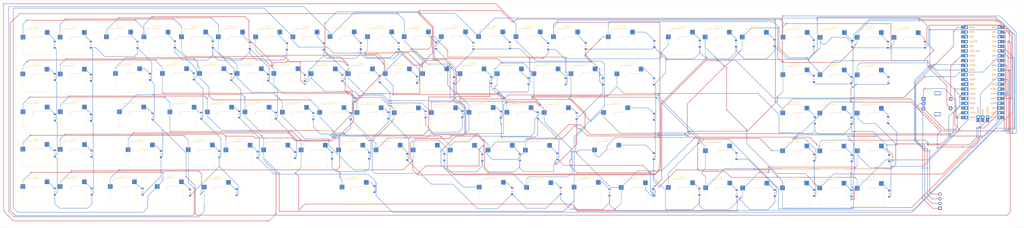
<source format=kicad_pcb>
(kicad_pcb (version 20240108) (generator "pcbnew") (generator_version "8.0")
  (layers (0 "F.Cu" signal) (31 "B.Cu" signal) (34 "B.Paste" user) (35 "F.Paste" user) (36 "B.SilkS" user "B.Silkscreen") (37 "F.SilkS" user "F.Silkscreen") (38 "B.Mask" user) (39 "F.Mask" user) (44 "Edge.Cuts" user))
  (net 0 "")
  (net 1 "Net-(D1-A)")
  (net 2 "Net-(D1-K)")
  (net 3 "Net-(D2-A)")
  (net 4 "Net-(D3-A)")
  (net 5 "Net-(D4-A)")
  (net 6 "Net-(D5-A)")
  (net 7 "Net-(D6-A)")
  (net 8 "Net-(D7-A)")
  (net 9 "Net-(D8-A)")
  (net 10 "Net-(D9-A)")
  (net 11 "Net-(D10-A)")
  (net 12 "Net-(D11-A)")
  (net 13 "Net-(D12-A)")
  (net 14 "Net-(D13-A)")
  (net 15 "Net-(D14-A)")
  (net 16 "Net-(D15-A)")
  (net 17 "Net-(D16-A)")
  (net 18 "Net-(D16-K)")
  (net 19 "Net-(D17-A)")
  (net 20 "Net-(D18-A)")
  (net 21 "Net-(D19-A)")
  (net 22 "Net-(D20-A)")
  (net 23 "Net-(D21-A)")
  (net 24 "Net-(D22-A)")
  (net 25 "Net-(D23-A)")
  (net 26 "Net-(D24-A)")
  (net 27 "Net-(D25-A)")
  (net 28 "Net-(D26-A)")
  (net 29 "Net-(D27-A)")
  (net 30 "Net-(D28-A)")
  (net 31 "Net-(D29-A)")
  (net 32 "Net-(D30-A)")
  (net 33 "Net-(D31-A)")
  (net 34 "Net-(D32-A)")
  (net 35 "Net-(D32-K)")
  (net 36 "Net-(D33-A)")
  (net 37 "Net-(D34-A)")
  (net 38 "Net-(D35-A)")
  (net 39 "Net-(D36-A)")
  (net 40 "Net-(D37-A)")
  (net 41 "Net-(D38-A)")
  (net 42 "Net-(D39-A)")
  (net 43 "Net-(D40-A)")
  (net 44 "Net-(D41-A)")
  (net 45 "Net-(D42-A)")
  (net 46 "Net-(D43-A)")
  (net 47 "Net-(D44-A)")
  (net 48 "Net-(D45-A)")
  (net 49 "Net-(D46-A)")
  (net 50 "Net-(D47-A)")
  (net 51 "Net-(D48-K)")
  (net 52 "Net-(D48-A)")
  (net 53 "Net-(D49-A)")
  (net 54 "Net-(D50-A)")
  (net 55 "Net-(D51-A)")
  (net 56 "Net-(D52-A)")
  (net 57 "Net-(D53-A)")
  (net 58 "Net-(D54-A)")
  (net 59 "Net-(D55-A)")
  (net 60 "Net-(D56-A)")
  (net 61 "Net-(D57-A)")
  (net 62 "Net-(D58-A)")
  (net 63 "Net-(D59-A)")
  (net 64 "Net-(D60-A)")
  (net 65 "Net-(D61-A)")
  (net 66 "Net-(D62-A)")
  (net 67 "Net-(D63-A)")
  (net 68 "Net-(D64-K)")
  (net 69 "Net-(D64-A)")
  (net 70 "Net-(D65-A)")
  (net 71 "Net-(D66-A)")
  (net 72 "Net-(D67-A)")
  (net 73 "Net-(D68-A)")
  (net 74 "Net-(D69-A)")
  (net 75 "Net-(D70-A)")
  (net 76 "Net-(D71-A)")
  (net 77 "Net-(D72-A)")
  (net 78 "Net-(D73-A)")
  (net 79 "Net-(D74-A)")
  (net 80 "Net-(D75-A)")
  (net 81 "Net-(D76-A)")
  (net 82 "Net-(D77-A)")
  (net 83 "Net-(D78-A)")
  (net 84 "Net-(D79-A)")
  (net 85 "Net-(D80-A)")
  (net 86 "Net-(D80-K)")
  (net 87 "Net-(D81-A)")
  (net 88 "Net-(D82-A)")
  (net 89 "Net-(D83-A)")
  (net 90 "Net-(D84-A)")
  (net 91 "Net-(D85-A)")
  (net 92 "Net-(D86-A)")
  (net 93 "Net-(D87-A)")
  (net 94 "Net-(D88-A)")
  (net 95 "Net-(D89-A)")
  (net 96 "Net-(D90-A)")
  (net 97 "Net-(D91-A)")
  (net 98 "Net-(D92-A)")
  (net 99 "Net-(D93-A)")
  (net 100 "Net-(D94-A)")
  (net 101 "Net-(J1-SDA)")
  (net 102 "GND")
  (net 103 "Net-(J1-SCL)")
  (net 104 "Net-(J1-VCC)")
  (net 105 "Net-(U1-GPIO1)")
  (net 106 "Net-(U1-GPIO7)")
  (net 107 "Net-(U1-GPIO18)")
  (net 108 "Net-(U1-GPIO10)")
  (net 109 "Net-(U1-GPIO11)")
  (net 110 "Net-(U1-GPIO12)")
  (net 111 "Net-(U1-GPIO13)")
  (net 112 "Net-(U1-GPIO14)")
  (net 113 "Net-(U1-GPIO15)")
  (net 114 "Net-(U1-GPIO8)")
  (net 115 "Net-(U1-GPIO9)")
  (net 116 "Net-(U1-GPIO19)")
  (net 117 "Net-(U1-GPIO20)")
  (net 118 "Net-(U1-GPIO21)")
  (net 119 "Net-(U1-GPIO22)")
  (net 120 "Net-(SW31-Pad1)")
  (net 123 "Net-(U1-GPIO16)")
  (net 129 "Net-(U1-GPIO17)")
  (net 137 "Net-(U1-GPIO28_ADC2)")
  (footprint "ScottoKeebs_Hotswap:Hotswap_MX_1.00u" (layer "F.Cu") (at 253.42 59.6)
    (property "Reference" "SW52")
    (property "Value" "SW_Push_45deg")
  )
  (footprint "ScottoKeebs_Hotswap:Hotswap_MX_1.00u" (layer "F.Cu") (at 445.8 40.1)
    (property "Reference" "SW79")
    (property "Value" "SW_Push_45deg")
  )
  (footprint "ScottoKeebs_Hotswap:Hotswap_MX_1.00u" (layer "F.Cu") (at 404.2325 39.95)
    (property "Reference" "SW73")
    (property "Value" "SW_Push_45deg")
  )
  (footprint "ScottoKeebs_Hotswap:Hotswap_MX_1.00u" (layer "F.Cu") (at 40.12 40.1)
    (property "Reference" "SW1")
    (property "Value" "SW_Push_45deg")
  )
  (footprint "ScottoKeebs_Hotswap:Hotswap_MX_1.00u" (layer "F.Cu") (at 154.38 59.5)
    (property "Reference" "SW27")
    (property "Value" "SW_Push_45deg")
  )
  (footprint "ScottoKeebs_Hotswap:Hotswap_MX_1.00u" (layer "F.Cu") (at 288.3425 100.5)
    (property "Reference" "SW58")
    (property "Value" "SW_Push_45deg")
  )
  (footprint "ScottoKeebs_Hotswap:Hotswap_MX_1.00u" (layer "F.Cu") (at 243.62 39.8)
    (property "Reference" "SW51")
    (property "Value" "SW_Push_45deg")
  )
  (footprint "ScottoKeebs_Hotswap:Hotswap_MX_1.00u" (layer "F.Cu") (at 298.4 80.3)
    (property "Reference" "SW63")
    (property "Value" "SW_Push_45deg")
  )
  (footprint "ScottoKeebs_Hotswap:Hotswap_MX_1.00u" (layer "F.Cu") (at 40.0425 100)
    (property "Reference" "SW4")
    (property "Value" "SW_Push_45deg")
  )
  (footprint "ScottoKeebs_Hotswap:Hotswap_MX_1.00u" (layer "F.Cu") (at 134.4 59.5)
    (property "Reference" "SW22")
    (property "Value" "SW_Push_45deg")
  )
  (footprint "ScottoKeebs_Hotswap:Hotswap_MX_1.25u" (layer "F.Cu") (at 136.88 120.3)
    (property "Reference" "SW25")
    (property "Value" "SW_Push_45deg")
  )
  (footprint "ScottoKeebs_Hotswap:Hotswap_MX_1.00u" (layer "F.Cu") (at 40.1 80)
    (property "Reference" "SW3")
    (property "Value" "SW_Push_45deg")
  )
  (footprint "ScottoKeebs_Hotswap:Hotswap_MX_1.00u" (layer "F.Cu") (at 228.52 100.4)
    (property "Reference" "SW44")
    (property "Value" "SW_Push_45deg")
  )
  (footprint "ScottoKeebs_Hotswap:Hotswap_MX_1.00u" (layer "F.Cu") (at 60 59.8)
    (property "Reference" "SW7")
    (property "Value" "SW_Push_45deg")
  )
  (footprint "ScottoKeebs_Hotswap:Hotswap_MX_1.00u" (layer "F.Cu") (at 258.12 80.4)
    (property "Reference" "SW53")
    (property "Value" "SW_Push_45deg")
  )
  (footprint "ScottoKeebs_Hotswap:Hotswap_MX_1.00u" (layer "F.Cu") (at 465.58 60.2)
    (property "Reference" "SW85")
    (property "Value" "SW_Push_45deg")
  )
  (footprint "ScottoKeebs_Hotswap:Hotswap_MX_1.00u" (layer "F.Cu") (at 268.22 100.5)
    (property "Reference" "SW54")
    (property "Value" "SW_Push_45deg")
  )
  (footprint "ScottoKeebs_Hotswap:Hotswap_MX_1.00u" (layer "F.Cu") (at 445.52 120.7)
    (property "Reference" "SW83")
    (property "Value" "SW_Push_45deg")
  )
  (footprint "ScottoKeebs_Hotswap:Hotswap_MX_1.00u" (layer "F.Cu") (at 198.5 80.3)
    (property "Reference" "SW38")
    (property "Value" "SW_Push_45deg")
  )
  (footprint "ScottoKeebs_Hotswap:Hotswap_MX_1.00u" (layer "F.Cu") (at 465.38 120.75)
    (property "Reference" "SW88")
    (property "Value" "SW_Push_45deg")
  )
  (footprint "ScottoKeebs_Hotswap:Hotswap_MX_1.00u" (layer "F.Cu") (at 233.48 59.6)
    (property "Reference" "SW47")
    (property "Value" "SW_Push_45deg")
  )
  (footprint "ScottoKeebs_Hotswap:Hotswap_MX_1.00u" (layer "F.Cu") (at 465.43 100.9)
    (property "Reference" "SW87")
    (property "Value" "SW_Push_45deg")
  )
  (footprint "ScottoKeebs_Hotswap:Hotswap_MX_1.00u" (layer "F.Cu") (at 213.7425 59.6)
    (property "Reference" "SW42")
    (property "Value" "SW_Push_45deg")
  )
  (footprint "ScottoKeebs_Hotswap:Hotswap_MX_1.00u" (layer "F.Cu") (at 404.5 120.65)
    (property "Reference" "SW76")
    (property "Value" "SW_Push_45deg")
  )
  (footprint "ScottoKeebs_Hotswap:Hotswap_MX_1.25u" (layer "F.Cu") (at 111.78 120)
    (property "Reference" "SW20")
    (property "Value" "SW_Push_45deg")
  )
  (footprint "ScottoKeebs_Hotswap:Hotswap_MX_1.00u" (layer "F.Cu") (at 148.42 100.4)
    (property "Reference" "SW24")
    (property "Value" "SW_Push_45deg")
  )
  (footprint "ScottoKeebs_Hotswap:Hotswap_MX_1.00u" (layer "F.Cu") (at 303.28 39.8)
    (property "Reference" "SW61")
    (property "Value" "SW_Push_45deg")
  )
  (footprint "ScottoKeebs_Hotswap:Hotswap_MX_1.00u" (layer "F.Cu") (at 158.58 80.1)
    (property "Reference" "SW28")
    (property "Value" "SW_Push_45deg")
  )
  (footprint "ScottoKeebs_Hotswap:Hotswap_MX_1.00u" (layer "F.Cu") (at 114.52 59.5)
    (property "Reference" "SW17")
    (property "Value" "SW_Push_45deg")
  )
  (footprint "ScottoKeebs_Hotswap:Hotswap_MX_1.25u" (layer "F.Cu") (at 283.68 120.3)
    (property "Reference" "SW35")
    (property "Value" "SW_Push_45deg")
  )
  (footprint "ScottoKeebs_Hotswap:Hotswap_MX_1.00u" (layer "F.Cu") (at 104.6425 39.9)
    (property "Reference" "SW16")
    (property "Value" "SW_Push_45deg")
  )
  (footprint "ScottoKeebs_Hotswap:Hotswap_MX_1.75u" (layer "F.Cu") (at 91.62 80)
    (property "Reference" "SW13")
    (property "Value" "SW_Push_45deg")
  )
  (footprint "ScottoKeebs_Hotswap:Hotswap_MX_1.00u" (layer "F.Cu") (at 40 59.8)
    (property "Reference" "SW2")
    (property "Value" "SW_Push_45deg")
  )
  (footprint "ScottoKeebs_Hotswap:Hotswap_MX_1.00u" (layer "F.Cu") (at 445.75 60.15)
    (property "Reference" "SW80")
    (property "Value" "SW_Push_45deg")
  )
  (footprint "ScottoKeebs_Hotswap:Hotswap_MX_1.00u" (layer "F.Cu") (at 445.6 100.85)
    (property "Reference" "SW82")
    (property "Value" "SW_Push_45deg")
  )
  (footprint "ScottoKeebs_Hotswap:Hotswap_MX_1.00u" (layer "F.Cu") (at 485.38 80.7)
    (property "Reference" "SW91")
    (property "Value" "SW_Push_45deg")
  )
  (footprint "ScottoKeebs_Hotswap:Hotswap_MX_1.50u" (layer "F.Cu") (at 89.48 59.5)
    (property "Reference" "SW12")
    (property "Value" "SW_Push_45deg")
  )
  (footprint "ScottoKeebs_Hotswap:Hotswap_MX_1.00u" (layer "F.Cu") (at 118.5425 80.1)
    (property "Reference" "SW18")
    (property "Value" "SW_Push_45deg")
  )
  (footprint "ScottoKeebs_Hotswap:Hotswap_MX_1.00u" (layer "F.Cu") (at 384.62 120.5)
    (property "Reference" "SW75")
    (property "Value" "SW_Push_45deg")
  )
  (footprint "ScottoKeebs_Hotswap:Hotswap_MX_1.25u" (layer "F.Cu") (at 334.28 120.3)
    (property "Reference" "SW45")
    (property "Value" "SW_Push_45deg")
  )
  (footprint "ScottoKeebs_Hotswap:Hotswap_MX_1.00u" (layer "F.Cu") (at 485.4425 100.85)
    (property "Reference" "SW92")
    (property "Value" "SW_Push_45deg")
  )
  (footprint "ScottoKeebs_Hotswap:Hotswap_MX_1.00u" (layer "F.Cu") (at 124.7 39.9)
    (property "Reference" "SW21")
    (property "Value" "SW_Push_45deg")
  )
  (footprint "ScottoKeebs_Hotswap:Hotswap_MX_1.00u" (layer "F.Cu") (at 59.9425 120)
    (property "Reference" "SW10")
    (property "Value" "SW_Push_45deg")
  )
  (footprint "ScottoKeebs_Hotswap:Hotswap_MX_1.00u" (layer "F.Cu") (at 424.0425 40.05)
    (property "Reference" "SW74")
    (property "Value" "SW_Push_45deg")
  )
  (footprint "ScottoKeebs_Hotswap:Hotswap_MX_1.00u" (layer "F.Cu") (at 60.02 80)
    (property "Reference" "SW8")
    (property "Value" "SW_Push_45deg")
  )
  (footprint "ScottoKeebs_Hotswap:Hotswap_MX_1.00u" (layer "F.Cu") (at 273.32 59.6)
    (property "Reference" "SW56")
    (property "Value" "SW_Push_45deg")
  )
  (footprint "ScottoKeebs_Hotswap:Hotswap_MX_1.00u" (layer "F.Cu") (at 174 59.5)
    (property "Reference" "SW32")
    (property "Value" "SW_Push_45deg")
  )
  (footprint "ScottoKeebs_Hotswap:Hotswap_MX_2.25u" (layer "F.Cu") (at 350.02 80.4)
    (property "Reference" "SW71")
    (property "Value" "SW_Push_45deg")
  )
  (footprint "ScottoKeebs_Hotswap:Hotswap_MX_1.00u" (layer "F.Cu") (at 84.68 39.9)
    (property "Reference" "SW11")
    (property "Value" "SW_Push_45deg")
  )
  (footprint "ScottoKeebs_Hotswap:Hotswap_MX_1.00u" (layer "F.Cu") (at 404.3925 100.85)
    (property "Reference" "SW78")
    (property "Value" "SW_Push_45deg")
  )
  (footprint "ScottoKeebs_Hotswap:Hotswap_MX_1.50u" (layer "F.Cu") (at 357.12 59.7)
    (property "Reference" "SW70")
    (property "Value" "SW_Push_45deg")
  )
  (footprint "ScottoKeebs_Hotswap:Hotswap_MX_1.00u" (layer "F.Cu") (at 485.38 60.25)
    (property "Reference" "SW90")
    (property "Value" "SW_Push_45deg")
  )
  (footprint "ScottoKeebs_Hotswap:Hotswap_MX_1.00u" (layer "F.Cu") (at 128.3 100.3)
    (property "Reference" "SW19")
    (property "Value" "SW_Push_45deg")
  )
  (footprint "ScottoKeebs_Hotswap:Hotswap_MX_1.00u" (layer "F.Cu") (at 312.82 59.6)
    (property "Reference" "SW62")
    (property "Value" "SW_Push_45deg")
  )
  (footprint "ScottoKeebs_Hotswap:Hotswap_MX_2.75u" (layer "F.Cu") (at 345.22 100.4)
    (property "Reference" "SW72")
    (property "Value" "SW_Push_45deg")
  )
  (footprint "ScottoKeebs_Hotswap:Hotswap_MX_1.00u" (layer "F.Cu") (at 505.05 40.2)
    (property "Reference" "SW94")
    (property "Value" "SW_Push_45deg")
  )
  (footprint "ScottoKeebs_Hotswap:Hotswap_MX_1.25u" (layer "F.Cu") (at 308.9425 120.5)
    (property "Reference" "SW40")
    (property "Value" "SW_Push_45deg")
  )
  (footprint "ScottoKeebs_Hotswap:Hotswap_MX_1.00u" (layer "F.Cu") (at 485.38 40.15)
    (property "Reference" "SW89")
    (property "Value" "SW_Push_45deg")
  )
  (footprint "ScottoKeebs_Hotswap:Hotswap_MX_1.00u" (layer "F.Cu") (at 168.58 100.4)
    (property "Reference" "SW29")
    (property "Value" "SW_Push_45deg")
  )
  (footprint "ScottoKeebs_Hotswap:Hotswap_MX_1.00u" (layer "F.Cu") (at 465.47 80.7)
    (property "Reference" "SW86")
    (property "Value" "SW_Push_45deg")
  )
  (footprint "ScottoKeebs_Hotswap:Hotswap_MX_1.00u" (layer "F.Cu") (at 323.285 39.84)
    (property "Reference" "SW65")
    (property "Value" "SW_Push_45deg")
  )
  (footprint "ScottoKeebs_Hotswap:Hotswap_MX_1.00u" (layer "F.Cu") (at 144.4 39.9)
    (property "Reference" "SW26")
    (property "Value" "SW_Push_45deg")
  )
  (footprint "ScottoKeebs_Components:OLED_128x32" (layer "F.Cu") (at 520.925 119.3)
    (property "Reference" "J1" (hide yes))
    (property "Value" "OLED_128x32")
  )
  (footprint "ScottoKeebs_Hotswap:Hotswap_MX_1.00u" (layer "F.Cu") (at 208.58 100.4)
    (property "Reference" "SW39")
    (property "Value" "SW_Push_45deg")
  )
  (footprint "ScottoKeebs_Hotswap:Hotswap_MX_1.00u" (layer "F.Cu") (at 218.38 80.4)
    (property "Reference" "SW43")
    (property "Value" "SW_Push_45deg")
  )
  (footprint "Rotary_Encoder:RotaryEncoder_Alps_EC11E-Switch_Vertical_H20mm" (layer "F.Cu") (at 513.7 70.65)
    (property "Reference" "SW95")
    (property "Value" "RotaryEncoder_Switch")
  )
  (footprint "ScottoKeebs_Hotswap:Hotswap_MX_1.00u" (layer "F.Cu") (at 203.98 39.8)
    (property "Reference" "SW41")
    (property "Value" "SW_Push_45deg")
  )
  (footprint "ScottoKeebs_Hotswap:Hotswap_MX_1.00u" (layer "F.Cu") (at 293.28 59.6)
    (property "Reference" "SW60")
    (property "Value" "SW_Push_45deg")
  )
  (footprint "ScottoKeebs_Hotswap:Hotswap_MX_1.25u" (layer "F.Cu") (at 86.72 120)
    (property "Reference" "SW15")
    (property "Value" "SW_Push_45deg")
  )
  (footprint "ScottoKeebs_Hotswap:Hotswap_MX_1.00u" (layer "F.Cu") (at 193.92 59.6)
    (property "Reference" "SW37")
    (property "Value" "SW_Push_45deg")
  )
  (footprint "ScottoKeebs_Hotswap:Hotswap_MX_1.00u" (layer "F.Cu") (at 424.2625 120.75)
    (property "Reference" "SW77")
    (property "Value" "SW_Push_45deg")
  )
  (footprint "ScottoKeebs_Hotswap:Hotswap_MX_1.00u" (layer "F.Cu") (at 445.6425 80.6)
    (property "Reference" "SW81")
    (property "Value" "SW_Push_45deg")
  )
  (footprint "ScottoKeebs_Hotswap:Hotswap_MX_2.25u" (layer "F.Cu") (at 96.2425 100.3)
    (property "Reference" "SW14")
    (property "Value" "SW_Push_45deg")
  )
  (footprint "ScottoKeebs_Hotswap:Hotswap_MX_1.00u" (layer "F.Cu") (at 59.9425 40.1)
    (property "Reference" "SW6")
    (property "Value" "SW_Push_45deg")
  )
  (footprint "ScottoKeebs_Hotswap:Hotswap_MX_1.00u" (layer "F.Cu") (at 138.5425 80.1)
    (property "Reference" "SW23")
    (property "Value" "SW_Push_45deg")
  )
  (footprint "ScottoKeebs_Hotswap:Hotswap_MX_1.00u" (layer "F.Cu") (at 384.5925 39.95)
    (property "Reference" "SW68")
    (property "Value" "SW_Push_45deg")
  )
  (footprint "ScottoKeebs_Hotswap:Hotswap_MX_6.25u" (layer "F.Cu") (at 210.42 120.3)
    (property "Reference" "SW30")
    (property "Value" "SW_Push_45deg")
  )
  (footprint "ScottoKeebs_Hotswap:Hotswap_MX_1.00u" (layer "F.Cu") (at 278.18 80.3)
    (property "Reference" "SW57")
    (property "Value" "SW_Push_45deg")
  )
  (footprint "ScottoKeebs_Hotswap:Hotswap_MX_1.00u" (layer "F.Cu") (at 178.58 80.2)
    (property "Reference" "SW33")
    (property "Value" "SW_Push_45deg")
  )
  (footprint "ScottoKeebs_Hotswap:Hotswap_MX_1.00u" (layer "F.Cu") (at 485.3925 120.9)
    (property "Reference" "SW93")
    (property "Value" "SW_Push_45deg")
  )
  (footprint "ScottoKeebs_Hotswap:Hotswap_MX_1.00u" (layer "F.Cu") (at 184.18 39.9)
    (property "Reference" "SW36")
    (property "Value" "SW_Push_45deg")
  )
  (footprint "ScottoKeebs_Hotswap:Hotswap_MX_1.00u" (layer "F.Cu") (at 248.38 100.4)
    (property "Reference" "SW49")
    (property "Value" "SW_Push_45deg")
  )
  (footprint "ScottoKeebs_Hotswap:Hotswap_MX_1.00u" (layer "F.Cu") (at 308.3 100.5)
    (property "Reference" "SW64")
    (property "Value" "SW_Push_45deg")
  )
  (footprint "ScottoKeebs_Hotswap:Hotswap_MX_2.00u" (layer "F.Cu") (at 352.5425 39.9)
    (property "Reference" "SW69")
    (property "Value" "SW_Push_45deg")
  )
  (footprint "ScottoKeebs_Hotswap:Hotswap_MX_1.00u" (layer "F.Cu") (at 318.3425 80.4)
    (property "Reference" "SW67")
    (property "Value" "SW_Push_45deg")
  )
  (footprint "ScottoKeebs_Hotswap:Hotswap_MX_1.00u" (layer "F.Cu") (at 465.66 40.18)
    (property "Reference" "SW84")
    (property "Value" "SW_Push_45deg")
  )
  (footprint "ScottoKeebs_Hotswap:Hotswap_MX_1.00u" (layer "F.Cu") (at 40.0425 120)
    (property "Reference" "SW5")
    (property "Value" "SW_Push_45deg")
  )
  (footprint "ScottoKeebs_Hotswap:Hotswap_MX_1.00u" (layer "F.Cu") (at 283.28 39.8)
    (property "Reference" "SW59")
    (property "Value" "SW_Push_45deg")
  )
  (footprint "ScottoKeebs_Hotswap:Hotswap_MX_1.25u" (layer "F.Cu") (at 359.4425 120.5)
    (property "Reference" "SW50")
    (property "Value" "SW_Push_45deg")
  )
  (footprint "ScottoKeebs_Hotswap:Hotswap_MX_1.00u" (layer "F.Cu") (at 188.58 100.4)
    (property "Reference" "SW34")
    (property "Value" "SW_Push_45deg")
  )
  (footprint "ScottoKeebs_Hotswap:Hotswap_MX_1.00u" (layer "F.Cu") (at 263.42 39.8)
    (property "Reference" "SW55")
    (property "Value" "SW_Push_45deg")
  )
  (footprint "ScottoKeebs_Hotswap:Hotswap_MX_1.00u" (layer "F.Cu") (at 332.58 59.6)
    (property "Reference" "SW66")
    (property "Value" "SW_Push_45deg")
  )
  (footprint "ScottoKeebs_Hotswap:Hotswap_MX_1.00u" (layer "F.Cu") (at 60.02 100.1)
    (property "Reference" "SW9")
    (property "Value" "SW_Push_45deg")
  )
  (footprint "ScottoKeebs_Hotswap:Hotswap_MX_1.00u" (layer "F.Cu") (at 238.28 80.5)
    (property "Reference" "SW48")
    (property "Value" "SW_Push_45deg")
  )
  (footprint "ScottoKeebs_Hotswap:Hotswap_MX_1.00u" (layer "F.Cu") (at 164.3 39.9)
    (property "Reference" "SW31")
    (property "Value" "SW_Push_45deg")
  )
  (footprint "ScottoKeebs_Hotswap:Hotswap_MX_1.00u" (layer "F.Cu") (at 224 39.8)
    (property "Reference" "SW46")
    (property "Value" "SW_Push_45deg")
  )
  (footprint "ScottoKeebs_Components:Diode_SOD-123" (layer "B.Cu") (at 313.35 42.45 90)
    (property "Reference" "D61" (hide yes))
    (property "Value" "D")
  )
  (footprint "ScottoKeebs_Components:Diode_SOD-123" (layer "B.Cu") (at 318.2 101.325 90)
    (property "Reference" "D64" (hide yes))
    (property "Value" "D")
  )
  (footprint "ScottoKeebs_Components:Diode_SOD-123" (layer "B.Cu") (at 106.7 100.1 90)
    (property "Reference" "D14" (hide yes))
    (property "Value" "D")
  )
  (footprint "ScottoKeebs_Components:Diode_SOD-123" (layer "B.Cu") (at 495.425 102.325 90)
    (property "Reference" "D92" (hide yes))
    (property "Value" "D")
  )
  (footprint "ScottoKeebs_Components:Diode_SOD-123" (layer "B.Cu") (at 193.55 42.525 90)
    (property "Reference" "D36" (hide yes))
    (property "Value" "D")
  )
  (footprint "ScottoKeebs_Components:Diode_SOD-123" (layer "B.Cu") (at 494.7 41.6 90)
    (property "Reference" "D89" (hide yes))
    (property "Value" "D")
  )
  (footprint "ScottoKeebs_Components:Diode_SOD-123" (layer "B.Cu") (at 394.3 41.075 90)
    (property "Reference" "D68" (hide yes))
    (property "Value" "D")
  )
  (footprint "ScottoKeebs_Components:Diode_SOD-123" (layer "B.Cu") (at 282.975 60.55 90)
    (property "Reference" "D56" (hide yes))
    (property "Value" "D")
  )
  (footprint "ScottoKeebs_Components:Diode_SOD-123" (layer "B.Cu") (at 278.25 101.95 90)
    (property "Reference" "D54" (hide yes))
    (property "Value" "D")
  )
  (footprint "ScottoKeebs_Components:Diode_SOD-123" (layer "B.Cu") (at 167.95 79.525 90)
    (property "Reference" "D28" (hide yes))
    (property "Value" "D")
  )
  (footprint "ScottoKeebs_Components:Diode_SOD-123" (layer "B.Cu") (at 102.2 80 90)
    (property "Reference" "D13" (hide yes))
    (property "Value" "D")
  )
  (footprint "ScottoKeebs_Components:Diode_SOD-123" (layer "B.Cu") (at 394.075 120.25 90)
    (property "Reference" "D75" (hide yes))
    (property "Value" "D")
  )
  (footprint "ScottoKeebs_Components:Diode_SOD-123" (layer "B.Cu") (at 302.875 61.15 90)
    (property "Reference" "D60" (hide yes))
    (property "Value" "D")
  )
  (footprint "ScottoKeebs_Components:Diode_SOD-123" (layer "B.Cu") (at 455.7 82.1 90)
    (property "Reference" "D81" (hide yes))
    (property "Value" "D")
  )
  (footprint "ScottoKeebs_Components:Diode_SOD-123" (layer "B.Cu") (at 257.95 101.775 90)
    (property "Reference" "D49" (hide yes))
    (property "Value" "D")
  )
  (footprint "ScottoKeebs_Components:Diode_SOD-123" (layer "B.Cu") (at 455.2 59.85 90)
    (property "Reference" "D80" (hide yes))
    (property "Value" "D")
  )
  (footprint "ScottoKeebs_Components:Diode_SOD-123" (layer "B.Cu") (at 369.775 101.275 90)
    (property "Reference" "D72" (hide yes))
    (property "Value" "D")
  )
  (footprint "ScottoKeebs_Components:Diode_SOD-123" (layer "B.Cu") (at 122.2 120.7 90)
    (property "Reference" "D20" (hide yes))
    (property "Value" "D")
  )
  (footprint "ScottoKeebs_Components:Diode_SOD-123" (layer "B.Cu") (at 69.3 59.25 90)
    (property "Reference" "D7" (hide yes))
    (property "Value" "D")
  )
  (footprint "ScottoKeebs_Components:Diode_SOD-123" (layer "B.Cu") (at 94.15 41.65 90)
    (property "Reference" "D11" (hide yes))
    (property "Value" "D")
  )
  (footprint "ScottoKeebs_Components:Diode_SOD-123" (layer "B.Cu") (at 514.5 41.6 90)
    (property "Reference" "D94" (hide yes))
    (property "Value" "D")
  )
  (footprint "ScottoKeebs_Components:Diode_SOD-123" (layer "B.Cu") (at 369.9 61.275 90)
    (property "Reference" "D70" (hide yes))
    (property "Value" "D")
  )
  (footprint "ScottoKeebs_Components:Diode_SOD-123" (layer "B.Cu") (at 148.35 78.925 90)
    (property "Reference" "D23" (hide yes))
    (property "Value" "D")
  )
  (footprint "ScottoKeebs_Components:Diode_SOD-123" (layer "B.Cu") (at 247.95 78.875 90)
    (property "Reference" "D48" (hide yes))
    (property "Value" "D")
  )
  (footprint "ScottoKeebs_Components:Diode_SOD-123" (layer "B.Cu") (at 147.05 120.5 90)
    (property "Reference" "D25" (hide yes))
    (property "Value" "D")
  )
  (footprint "ScottoKeebs_Components:Diode_SOD-123" (layer "B.Cu") (at 124.2 58.55 90)
    (property "Reference" "D17" (hide yes))
    (property "Value" "D")
  )
  (footprint "ScottoKeebs_Components:Diode_SOD-123" (layer "B.Cu") (at 154.125 42.05 90)
    (property "Reference" "D26" (hide yes))
    (property "Value" "D")
  )
  (footprint "ScottoKeebs_Components:Diode_SOD-123" (layer "B.Cu") (at 346.1 120.6 90)
    (property "Reference" "D45" (hide yes))
    (property "Value" "D")
  )
  (footprint "ScottoKeebs_Components:Diode_SOD-123" (layer "B.Cu") (at 475.25 82.3 90)
    (property "Reference" "D86" (hide yes))
    (property "Value" "D")
  )
  (footprint "ScottoKeebs_Components:Diode_SOD-123" (layer "B.Cu") (at 414 121.05 90)
    (property "Reference" "D76" (hide yes))
    (property "Value" "D")
  )
  (footprint "ScottoKeebs_Components:Diode_SOD-123" (layer "B.Cu") (at 263.1 60.65 90)
    (property "Reference" "D52" (hide yes))
    (property "Value" "D")
  )
  (footprint "ScottoKeebs_Components:Diode_SOD-123" (layer "B.Cu") (at 213.35 42.275 90)
    (property "Reference" "D41" (hide yes))
    (property "Value" "D")
  )
  (footprint "ScottoKeebs_Components:Diode_SOD-123" (layer "B.Cu") (at 188.025 79.825 90)
    (property "Reference" "D33" (hide yes))
    (property "Value" "D")
  )
  (footprint "ScottoKeebs_Components:Diode_SOD-123" (layer "B.Cu") (at 197.975 100.9 90)
    (property "Reference" "D34" (hide yes))
    (property "Value" "D")
  )
  (footprint "ScottoKeebs_Components:Diode_SOD-123" (layer "B.Cu") (at 455.125 40.825 90)
    (property "Reference" "D79" (hide yes))
    (property "Value" "D")
  )
  (footprint "ScottoKeebs_Components:Diode_SOD-123" (layer "B.Cu") (at 128.2 79.55 90)
    (property "Reference" "D18" (hide yes))
    (property "Value" "D")
  )
  (footprint "ScottoKeebs_Components:Diode_SOD-123" (layer "B.Cu") (at 320.05 119.8 90)
    (property "Reference" "D40" (hide yes))
    (property "Value" "D")
  )
  (footprint "ScottoKeebs_Components:Diode_SOD-123" (layer "B.Cu") (at 369.85 80.15 90)
    (property "Reference" "D71" (hide yes))
    (property "Value" "D")
  )
  (footprint "ScottoKeebs_Components:Diode_SOD-123" (layer "B.Cu") (at 495.425 121.3 90)
    (property "Reference" "D93" (hide yes))
    (property "Value" "D")
  )
  (footprint "ScottoKeebs_Components:Diode_SOD-123" (layer "B.Cu") (at 292.925 41.95 90)
    (property "Reference" "D59" (hide yes))
    (property "Value" "D")
  )
  (footprint "ScottoKeebs_Components:Diode_SOD-123" (layer "B.Cu") (at 267.5 78.775 90)
    (property "Reference" "D53" (hide yes))
    (property "Value" "D")
  )
  (footprint "ScottoKeebs_Components:Diode_SOD-123" (layer "B.Cu") (at 183.45 59.425 90)
    (property "Reference" "D32" (hide yes))
    (property "Value" "D")
  )
  (footprint "ScottoKeebs_Components:Diode_SOD-123" (layer "B.Cu") (at 475.625 41.1 90)
    (property "Reference" "D84" (hide yes))
    (property "Value" "D")
  )
  (footprint "ScottoKeebs_Components:Diode_SOD-123" (layer "B.Cu") (at 69.35 80.6 90)
    (property "Reference" "D8" (hide yes))
    (property "Value" "D")
  )
  (footprint "ScottoKeebs_Components:Diode_SOD-123" (layer "B.Cu") (at 253.425 42.075 90)
    (property "Reference" "D51" (hide yes))
    (property "Value" "D")
  )
  (footprint "ScottoKeebs_Components:Diode_SOD-123" (layer "B.Cu") (at 495.025 60.575 90)
    (property "Reference" "D90" (hide yes))
    (property "Value" "D")
  )
  (footprint "ScottoKeebs_Components:Diode_SOD-123" (layer "B.Cu") (at 69.6 99.9 90)
    (property "Reference" "D9" (hide yes))
    (property "Value" "D")
  )
  (footprint "ScottoKeebs_Components:Diode_SOD-123" (layer "B.Cu") (at 69.7 120.15 90)
    (property "Reference" "D10" (hide yes))
    (property "Value" "D")
  )
  (footprint "ScottoKeebs_Components:Diode_SOD-123" (layer "B.Cu") (at 434.3 120.95 90)
    (property "Reference" "D77" (hide yes))
    (property "Value" "D")
  )
  (footprint "ScottoKeebs_Components:Diode_SOD-123" (layer "B.Cu") (at 307.825 79.375 90)
    (property "Reference" "D63" (hide yes))
    (property "Value" "D")
  )
  (footprint "ScottoKeebs_Components:Diode_SOD-123" (layer "B.Cu") (at 178.25 100.65 90)
    (property "Reference" "D29" (hide yes))
    (property "Value" "D")
  )
  (footprint "ScottoKeebs_Components:Diode_SOD-123" (layer "B.Cu") (at 100.85 58.8 90)
    (property "Reference" "D12" (hide yes))
    (property "Value" "D")
  )
  (footprint "ScottoKeebs_Components:Diode_SOD-123" (layer "B.Cu") (at 475.25 121.05 90)
    (property "Reference" "D88" (hide yes))
    (property "Value" "D")
  )
  (footprint "ScottoKeebs_Components:Diode_SOD-123" (layer "B.Cu") (at 163.85 59.1 90)
    (property "Reference" "D27" (hide yes))
    (property "Value" "D")
  )
  (footprint "ScottoKeebs_Components:Diode_SOD-123" (layer "B.Cu") (at 328.575 79.725 90)
    (property "Reference" "D67" (hide yes))
    (property "Value" "D")
  )
  (footprint "ScottoKeebs_Components:Diode_SOD-123" (layer "B.Cu") (at 144.225 58.9 90)
    (property "Reference" "D22" (hide yes))
    (property "Value" "D")
  )
  (footprint "ScottoKeebs_MCU:Raspberry_Pi_Pico" (layer "B.Cu") (at 545.35 56.4 180)
    (property "Reference" "U1" (hide yes))
    (property "Value" "Raspberry_Pi_Pico" (hide yes))
  )
  (footprint "ScottoKeebs_Components:Diode_SOD-123" (layer "B.Cu") (at 49.9 41.55 90)
    (property "Reference" "D1" (hide yes))
    (property "Value" "D")
  )
  (footprint "ScottoKeebs_Components:Diode_SOD-123" (layer "B.Cu") (at 370.05 41.15 90)
    (property "Reference" "D69" (hide yes))
    (property "Value" "D")
  )
  (footprint "ScottoKeebs_Components:Diode_SOD-123" (layer "B.Cu") (at 69.2 41.55 90)
    (property "Reference" "D6" (hide yes))
    (property "Value" "D")
  )
  (footprint "ScottoKeebs_Components:Diode_SOD-123" (layer "B.Cu") (at 288.075 79 90)
    (property "Reference" "D57" (hide yes))
    (property "Value" "D")
  )
  (footprint "ScottoKeebs_Components:Diode_SOD-123" (layer "B.Cu") (at 233.575 42.35 90)
    (property "Reference" "D46" (hide yes))
    (property "Value" "D")
  )
  (footprint "ScottoKeebs_Components:Diode_SOD-123" (layer "B.Cu") (at 494.8 81.9 90)
    (property "Reference" "D91" (hide yes))
    (property "Value" "D")
  )
  (footprint "ScottoKeebs_Components:Diode_SOD-123" (layer "B.Cu") (at 207.925 79.8 90)
    (property "Reference" "D38" (hide yes))
    (property "Value" "D")
  )
  (footprint "ScottoKeebs_Components:Diode_SOD-123" (layer "B.Cu") (at 475.2 60.5 90)
    (property "Reference" "D85" (hide yes))
    (property "Value" "D")
  )
  (footprint "ScottoKeebs_Components:Diode_SOD-123" (layer "B.Cu") (at 369.65 120.5 90)
    (property "Reference" "D50" (hide yes))
    (property "Value" "D")
  )
  (footprint "ScottoKeebs_Components:Diode_SOD-123" (layer "B.Cu") (at 333.375 42.3 90)
    (property "Reference" "D65" (hide yes))
    (property "Value" "D")
  )
  (footprint "ScottoKeebs_Components:Diode_SOD-123" (layer "B.Cu") (at 228.075 79.425 90)
    (property "Reference" "D43" (hide yes))
    (property "Value" "D")
  )
  (footprint "ScottoKeebs_Components:Diode_SOD-123" (layer "B.Cu") (at 158.25 100.45 90)
    (property "Reference" "D24" (hide yes))
    (property "Value" "D")
  )
  (footprint "ScottoKeebs_Components:Diode_SOD-123" (layer "B.Cu") (at 220.6 118.875 90)
    (property "Reference" "D30" (hide yes))
    (property "Value" "D")
  )
  (footprint "ScottoKeebs_Components:Diode_SOD-123" (layer "B.Cu") (at 114.1 41.4 90)
    (property "Reference" "D16" (hide yes))
    (property "Value" "D")
  )
  (footprint "ScottoKeebs_Components:Diode_SOD-123" (layer "B.Cu") (at 96.85 120.15 90)
    (property "Reference" "D15" (hide yes))
    (property "Value" "D")
  )
  (footprint "ScottoKeebs_Components:Diode_SOD-123" (layer "B.Cu") (at 238.125 101.65 90)
    (property "Reference" "D44" (hide yes))
    (property "Value" "D")
  )
  (footprint "ScottoKeebs_Components:Diode_SOD-123" (layer "B.Cu") (at 134.325 41.45 90)
    (property "Reference" "D21" (hide yes))
    (property "Value" "D")
  )
  (footprint "ScottoKeebs_Components:Diode_SOD-123" (layer "B.Cu") (at 50 120.15 90)
    (property "Reference" "D5" (hide yes))
    (property "Value" "D")
  )
  (footprint "ScottoKeebs_Components:Diode_SOD-123" (layer "B.Cu") (at 475.35 102.3 90)
    (property "Reference" "D87" (hide yes))
    (property "Value" "D")
  )
  (footprint "ScottoKeebs_Components:Diode_SOD-123" (layer "B.Cu") (at 434.2 40.6 90)
    (property "Reference" "D74" (hide yes))
    (property "Value" "D")
  )
  (footprint "ScottoKeebs_Components:Diode_SOD-123" (layer "B.Cu") (at 203.525 59.375 90)
    (property "Reference" "D37" (hide yes))
    (property "Value" "D")
  )
  (footprint "ScottoKeebs_Components:Diode_SOD-123" (layer "B.Cu") (at 322.65 61.2 90)
    (property "Reference" "D62" (hide yes))
    (property "Value" "D")
  )
  (footprint "ScottoKeebs_Components:Diode_SOD-123" (layer "B.Cu") (at 342.525 61.25 90)
    (property "Reference" "D66" (hide yes))
    (property "Value" "D")
  )
  (footprint "ScottoKeebs_Components:Diode_SOD-123" (layer "B.Cu") (at 50 58.85 90)
    (property "Reference" "D2" (hide yes))
    (property "Value" "D")
  )
  (footprint "ScottoKeebs_Components:Diode_SOD-123" (layer "B.Cu") (at 217.825 100.95 90)
    (property "Reference" "D39" (hide yes))
    (property "Value" "D")
  )
  (footprint "ScottoKeebs_Components:Diode_SOD-123" (layer "B.Cu") (at 50.05 99.75 90)
    (property "Reference" "D4" (hide yes))
    (property "Value" "D")
  )
  (footprint "ScottoKeebs_Components:Diode_SOD-123" (layer "B.Cu") (at 413.9 101.2 90)
    (property "Reference" "D78" (hide yes))
    (property "Value" "D")
  )
  (footprint "ScottoKeebs_Components:Diode_SOD-123" (layer "B.Cu") (at 173.925 42.525 90)
    (property "Reference" "D31" (hide yes))
    (property "Value" "D")
  )
  (footprint "ScottoKeebs_Components:Diode_SOD-123" (layer "B.Cu") (at 413.65 40.95 90)
    (property "Reference" "D73" (hide yes))
    (property "Value" "D")
  )
  (footprint "ScottoKeebs_Components:Diode_SOD-123" (layer "B.Cu") (at 298.225 101.775 90)
    (property "Reference" "D58" (hide yes))
    (property "Value" "D")
  )
  (footprint "ScottoKeebs_Components:Diode_SOD-123" (layer "B.Cu") (at 137.8 100.175 90)
    (property "Reference" "D19" (hide yes))
    (property "Value" "D")
  )
  (footprint "ScottoKeebs_Components:Diode_SOD-123" (layer "B.Cu") (at 273.45 42.225 90)
    (property "Reference" "D55" (hide yes))
    (property "Value" "D")
  )
  (footprint "ScottoKeebs_Components:Diode_SOD-123" (layer "B.Cu") (at 50.1 80.5 90)
    (property "Reference" "D3" (hide yes))
    (property "Value" "D")
  )
  (footprint "ScottoKeebs_Components:Diode_SOD-123" (layer "B.Cu") (at 455.375 102 90)
    (property "Reference" "D82" (hide yes))
    (property "Value" "D")
  )
  (footprint "ScottoKeebs_Components:Diode_SOD-123" (layer "B.Cu") (at 223.4 59.975 90)
    (property "Reference" "D42" (hide yes))
    (property "Value" "D")
  )
  (footprint "ScottoKeebs_Components:Diode_SOD-123" (layer "B.Cu") (at 455.35 120.925 90)
    (property "Reference" "D83" (hide yes))
    (property "Value" "D")
  )
  (footprint "ScottoKeebs_Components:Diode_SOD-123" (layer "B.Cu") (at 294.1 119.825 90)
    (property "Reference" "D35" (hide yes))
    (property "Value" "D")
  )
  (footprint "ScottoKeebs_Components:Diode_SOD-123" (layer "B.Cu") (at 243.375 60.35 90)
    (property "Reference" "D47" (hide yes))
    (property "Value" "D")
  )
  (gr_rect (start 20.775 17.7) (end 567.35 139.55) (stroke (width 0.05)) (fill none) (layer "Edge.Cuts"))
  (segment (start 45.962 35.02) (end 49.9 38.958) (width 0.2) (layer "B.Cu") (net 1))
  (segment (start 49.9 38.958) (end 49.9 39.9) (width 0.2) (layer "B.Cu") (net 1))
  (segment (start 120.05 112.225) (end 125 117.175) (width 0.2) (layer "F.Cu") (net 2))
  (segment (start 125.65 132.775) (end 558.35 132.775) (width 0.2) (layer "F.Cu") (net 2))
  (segment (start 124.975 132) (end 125.65 132.675) (width 0.2) (layer "F.Cu") (net 2))
  (segment (start 125 117.175) (end 125 131.975) (width 0.2) (layer "F.Cu") (net 2))
  (segment (start 125 131.975) (end 124.975 132) (width 0.2) (layer "F.Cu") (net 2))
  (segment (start 560.05 131.075) (end 560.05 40.675) (width 0.2) (layer "F.Cu") (net 2))
  (segment (start 560.05 40.675) (end 559.75 40.375) (width 0.2) (layer "F.Cu") (net 2))
  (segment (start 558.35 132.775) (end 560.05 131.075) (width 0.2) (layer "F.Cu") (net 2))
  (segment (start 125.65 132.675) (end 125.65 132.775) (width 0.2) (layer "F.Cu") (net 2))
  (via (at 120.05 112.225) (size 0.6) (drill 0.3) (layers "F.Cu" "B.Cu") (net 2))
  (via (at 559.75 40.375) (size 0.6) (drill 0.3) (layers "F.Cu" "B.Cu") (net 2))
  (segment (start 51 61.5) (end 51 81.25) (width 0.2) (layer "B.Cu") (net 2))
  (segment (start 94.15 43.3) (end 94.15 46.2) (width 0.2) (layer "B.Cu") (net 2))
  (segment (start 69.7 126.875) (end 67.525 129.05) (width 0.2) (layer "B.Cu") (net 2))
  (segment (start 50 126.525) (end 50 121.8) (width 0.2) (layer "B.Cu") (net 2))
  (segment (start 50.05 101.4) (end 51.2825 102.6325) (width 0.2) (layer "B.Cu") (net 2))
  (segment (start 107.6 100.85) (end 106.7 101.75) (width 0.2) (layer "B.Cu") (net 2))
  (segment (start 70.25 61.85) (end 70.25 81.35) (width 0.2) (layer "B.Cu") (net 2))
  (segment (start 559.375 40.375) (end 558.89 39.89) (width 0.2) (layer "B.Cu") (net 2))
  (segment (start 69.7 121.8) (end 69.7 126.875) (width 0.2) (layer "B.Cu") (net 2))
  (segment (start 51.2825 120.5175) (end 50 121.8) (width 0.2) (layer "B.Cu") (net 2))
  (segment (start 70.5 100.65) (end 69.6 101.55) (width 0.2) (layer "B.Cu") (net 2))
  (segment (start 50.9 59.6) (end 50 60.5) (width 0.2) (layer "B.Cu") (net 2))
  (segment (start 94.15 46.2) (end 92.35 48) (width 0.2) (layer "B.Cu") (net 2))
  (segment (start 51.2825 102.6325) (end 51.2825 120.5175) (width 0.2) (layer "B.Cu") (net 2))
  (segment (start 70.2 60) (end 69.3 60.9) (width 0.2) (layer "B.Cu") (net 2))
  (segment (start 558.89 39.89) (end 554.24 39.89) (width 0.2) (layer "B.Cu") (net 2))
  (segment (start 106.7 111.95) (end 96.85 121.8) (width 0.2) (layer "B.Cu") (net 2))
  (segment (start 101.75 59.55) (end 100.85 60.45) (width 0.2) (layer "B.Cu") (net 2))
  (segment (start 70.6 120.9) (end 69.7 121.8) (width 0.2) (layer "B.Cu") (net 2))
  (segment (start 67.525 129.05) (end 52.525 129.05) (width 0.2) (layer "B.Cu") (net 2))
  (segment (start 51 81.25) (end 50.1 82.15) (width 0.2) (layer "B.Cu") (net 2))
  (segment (start 107.6 87.05) (end 107.6 100.85) (width 0.2) (layer "B.Cu") (net 2))
  (segment (start 103.1 62.7) (end 103.1 80.75) (width 0.2) (layer "B.Cu") (net 2))
  (segment (start 51.36 100.09) (end 50.05 101.4) (width 0.2) (layer "B.Cu") (net 2))
  (segment (start 120.05 99.5) (end 120.05 112.225) (width 0.2) (layer "B.Cu") (net 2))
  (segment (start 69.2 43.2) (end 70.2 44.2) (width 0.2) (layer "B.Cu") (net 2))
  (segment (start 49.9 43.2) (end 50.9 44.2) (width 0.2) (layer "B.Cu") (net 2))
  (segment (start 69.35 82.25) (end 70.5 83.4) (width 0.2) (layer "B.Cu") (net 2))
  (segment (start 69.6 101.55) (end 70.6 102.55) (width 0.2) (layer "B.Cu") (net 2))
  (segment (start 52.525 129.05) (end 50 126.525) (width 0.2) (layer "B.Cu") (net 2))
  (segment (start 103.1 80.75) (end 102.2 81.65) (width 0.2) (layer "B.Cu") (net 2))
  (segment (start 76.8 48) (end 72 43.2) (width 0.2) (layer "B.Cu") (net 2))
  (segment (start 106.7 101.75) (end 106.7 111.95) (width 0.2) (layer "B.Cu") (net 2))
  (segment (start 70.5 83.4) (end 70.5 100.65) (width 0.2) (layer "B.Cu") (net 2))
  (segment (start 50.9 44.2) (end 50.9 59.6) (width 0.2) (layer "B.Cu") (net 2))
  (segment (start 70.6 102.55) (end 70.6 120.9) (width 0.2) (layer "B.Cu") (net 2))
  (segment (start 51.36 83.41) (end 51.36 100.09) (width 0.2) (layer "B.Cu") (net 2))
  (segment (start 70.25 81.35) (end 69.35 82.25) (width 0.2) (layer "B.Cu") (net 2))
  (segment (start 70.2 44.2) (end 70.2 60) (width 0.2) (layer "B.Cu") (net 2))
  (segment (start 101.75 50.9) (end 101.75 59.55) (width 0.2) (layer "B.Cu") (net 2))
  (segment (start 50.1 82.15) (end 51.36 83.41) (width 0.2) (layer "B.Cu") (net 2))
  (segment (start 94.15 43.3) (end 101.75 50.9) (width 0.2) (layer "B.Cu") (net 2))
  (segment (start 92.35 48) (end 76.8 48) (width 0.2) (layer "B.Cu") (net 2))
  (segment (start 100.85 60.45) (end 103.1 62.7) (width 0.2) (layer "B.Cu") (net 2))
  (segment (start 69.3 60.9) (end 70.25 61.85) (width 0.2) (layer "B.Cu") (net 2))
  (segment (start 102.2 81.65) (end 107.6 87.05) (width 0.2) (layer "B.Cu") (net 2))
  (segment (start 559.75 40.375) (end 559.375 40.375) (width 0.2) (layer "B.Cu") (net 2))
  (segment (start 107.6 87.05) (end 120.05 99.5) (width 0.2) (layer "B.Cu") (net 2))
  (segment (start 72 43.2) (end 69.2 43.2) (width 0.2) (layer "B.Cu") (net 2))
  (segment (start 50 60.5) (end 51 61.5) (width 0.2) (layer "B.Cu") (net 2))
  (segment (start 45.842 54.72) (end 47.52 54.72) (width 0.2) (layer "B.Cu") (net 3))
  (segment (start 47.52 54.72) (end 50 57.2) (width 0.2) (layer "B.Cu") (net 3))
  (segment (start 46.17 74.92) (end 50.1 78.85) (width 0.2) (layer "B.Cu") (net 4))
  (segment (start 45.942 74.92) (end 46.17 74.92) (width 0.2) (layer "B.Cu") (net 4))
  (segment (start 45.8845 94.92) (end 49.0645 98.1) (width 0.2) (layer "B.Cu") (net 5))
  (segment (start 49.0645 98.1) (end 50.05 98.1) (width 0.2) (layer "B.Cu") (net 5))
  (segment (start 45.8845 114.92) (end 46.42 114.92) (width 0.2) (layer "B.Cu") (net 6))
  (segment (start 46.42 114.92) (end 50 118.5) (width 0.2) (layer "B.Cu") (net 6))
  (segment (start 65.7845 36.4845) (end 69.2 39.9) (width 0.2) (layer "B.Cu") (net 7))
  (segment (start 65.7845 35.02) (end 65.7845 36.4845) (width 0.2) (layer "B.Cu") (net 7))
  (segment (start 65.842 54.72) (end 66.42 54.72) (width 0.2) (layer "B.Cu") (net 8))
  (segment (start 66.42 54.72) (end 69.3 57.6) (width 0.2) (layer "B.Cu") (net 8))
  (segment (start 65.862 74.92) (end 69.35 78.408) (width 0.2) (layer "B.Cu") (net 9))
  (segment (start 69.35 78.408) (end 69.35 78.95) (width 0.2) (layer "B.Cu") (net 9))
  (segment (start 66.37 95.02) (end 69.6 98.25) (width 0.2) (layer "B.Cu") (net 10))
  (segment (start 65.862 95.02) (end 66.37 95.02) (width 0.2) (layer "B.Cu") (net 10))
  (segment (start 66.12 114.92) (end 69.7 118.5) (width 0.2) (layer "B.Cu") (net 11))
  (segment (start 65.7845 114.92) (end 66.12 114.92) (width 0.2) (layer "B.Cu") (net 11))
  (segment (start 90.522 34.82) (end 90.522 36.372) (width 0.2) (layer "B.Cu") (net 12))
  (segment (start 90.522 36.372) (end 94.15 40) (width 0.2) (layer "B.Cu") (net 12))
  (segment (start 98.12 54.42) (end 100.85 57.15) (width 0.2) (layer "B.Cu") (net 13))
  (segment (start 95.322 54.42) (end 98.12 54.42) (width 0.2) (layer "B.Cu") (net 13))
  (segment (start 98.77 74.92) (end 102.2 78.35) (width 0.2) (layer "B.Cu") (net 14))
  (segment (start 97.462 74.92) (end 98.77 74.92) (width 0.2) (layer "B.Cu") (net 14))
  (segment (start 102.0845 95.22) (end 103.47 95.22) (width 0.2) (layer "B.Cu") (net 15))
  (segment (start 103.47 95.22) (end 106.7 98.45) (width 0.2) (layer "B.Cu") (net 15))
  (segment (start 92.562 114.92) (end 96.142 118.5) (width 0.2) (layer "B.Cu") (net 16))
  (segment (start 96.142 118.5) (end 96.85 118.5) (width 0.2) (layer "B.Cu") (net 16))
  (segment (start 110.4845 34.82) (end 110.4845 36.1345) (width 0.2) (layer "B.Cu") (net 17))
  (segment (start 110.4845 36.1345) (end 114.1 39.75) (width 0.2) (layer "B.Cu") (net 17))
  (segment (start 173.925 47.925) (end 172.05 49.8) (width 0.2) (layer "B.Cu") (net 18))
  (segment (start 148.35 80.575) (end 159.15 91.375) (width 0.2) (layer "B.Cu") (net 18))
  (segment (start 507.595 131.275) (end 552.595 86.275) (width 0.2) (layer "B.Cu") (net 18))
  (segment (start 134.325 43.1) (end 134.325 47.075) (width 0.2) (layer "B.Cu") (net 18))
  (segment (start 157.8 49.8) (end 154.125 46.125) (width 0.2) (layer "B.Cu") (net 18))
  (segment (start 154.125 46.125) (end 154.125 43.7) (width 0.2) (layer "B.Cu") (net 18))
  (segment (start 154.125 45.475) (end 149.775 49.825) (width 0.2) (layer "B.Cu") (net 18))
  (segment (start 147.05 122.15) (end 147.95 121.25) (width 0.2) (layer "B.Cu") (net 18))
  (segment (start 158.25 102.1) (end 167 110.85) (width 0.2) (layer "B.Cu") (net 18))
  (segment (start 220.925 114.5) (end 220.925 114.85) (width 0.2) (layer "B.Cu") (net 18))
  (segment (start 221.5 115.425) (end 221.5 119.625) (width 0.2) (layer "B.Cu") (net 18))
  (segment (start 124.2 60.2) (end 129.1 65.1) (width 0.2) (layer "B.Cu") (net 18))
  (segment (start 137.8 106.75) (end 122.2 122.35) (width 0.2) (layer "B.Cu") (net 18))
  (segment (start 172.05 49.8) (end 157.8 49.8) (width 0.2) (layer "B.Cu") (net 18))
  (segment (start 562.1 86.275) (end 562.1 48.73) (width 0.2) (layer "B.Cu") (net 18))
  (segment (start 163.85 60.75) (end 168.85 65.75) (width 0.2) (layer "B.Cu") (net 18))
  (segment (start 221.5 115.425) (end 221.5 122.425) (width 0.2) (layer "B.Cu") (net 18))
  (segment (start 178.25 102.3) (end 178.35 102.4) (width 0.2) (layer "B.Cu") (net 18))
  (segment (start 137.1 49.825) (end 134.325 47.05) (width 0.2) (layer "B.Cu") (net 18))
  (segment (start 145.72 54.495) (end 145.72 59.055) (width 0.2) (layer "B.Cu") (net 18))
  (segment (start 167 110.85) (end 217.275 110.85) (width 0.2) (layer "B.Cu") (net 18))
  (segment (start 173.925 44.175) (end 173.925 47.925) (width 0.2) (layer "B.Cu") (net 18))
  (segment (start 147.95 121.25) (end 147.95 116.9) (width 0.2) (layer "B.Cu") (net 18))
  (segment (start 149.775 49.825) (end 137.1 49.825) (width 0.2) (layer "B.Cu") (net 18))
  (segment (start 230.35 131.275) (end 507.595 131.275) (width 0.2) (layer "B.Cu") (net 18))
  (segment (start 125.74 58.66) (end 124.2 60.2) (width 0.2) (layer "B.Cu") (net 18))
  (segment (start 125.74 54.69) (end 125.74 58.66) (width 0.2) (layer "B.Cu") (net 18))
  (segment (start 134.325 47.05) (end 134.325 43.1) (width 0.2) (layer "B.Cu") (net 18))
  (segment (start 129.1 80.3) (end 128.2 81.2) (width 0.2) (layer "B.Cu") (net 18))
  (segment (start 220.925 114.85) (end 221.5 115.425) (width 0.2) (layer "B.Cu") (net 18))
  (segment (start 145.72 59.055) (end 144.225 60.55) (width 0.2) (layer "B.Cu") (net 18))
  (segment (start 149.25 79.675) (end 148.35 80.575) (width 0.2) (layer "B.Cu") (net 18))
  (segment (start 562.1 48.73) (end 555.8 42.43) (width 0.2) (layer "B.Cu") (net 18))
  (segment (start 168.85 65.75) (end 168.85 80.275) (width 0.2) (layer "B.Cu") (net 18))
  (segment (start 555.8 42.43) (end 554.24 42.43) (width 0.2) (layer "B.Cu") (net 18))
  (segment (start 159.15 91.375) (end 159.15 101.2) (width 0.2) (layer "B.Cu") (net 18))
  (segment (start 137.8 101.825) (end 137.8 106.75) (width 0.2) (layer "B.Cu") (net 18))
  (segment (start 147.95 116.9) (end 137.8 106.75) (width 0.2) (layer "B.Cu") (net 18))
  (segment (start 138.7 100.925) (end 137.8 101.825) (width 0.2) (layer "B.Cu") (net 18))
  (segment (start 159.15 101.2) (end 158.25 102.1) (width 0.2) (layer "B.Cu") (net 18))
  (segment (start 138.7 91.7) (end 138.7 100.925) (width 0.2) (layer "B.Cu") (net 18))
  (segment (start 129.1 65.1) (end 129.1 80.3) (width 0.2) (layer "B.Cu") (net 18))
  (segment (start 144.225 60.55) (end 149.25 65.575) (width 0.2) (layer "B.Cu") (net 18))
  (segment (start 179.15 92.375) (end 179.15 101.4) (width 0.2) (layer "B.Cu") (net 18))
  (segment (start 154.125 43.7) (end 164.75 54.325) (width 0.2) (layer "B.Cu") (net 18))
  (segment (start 118.275 49.75) (end 114.1 45.575) (width 0.2) (layer "B.Cu") (net 18))
  (segment (start 221.5 119.625) (end 220.6 120.525) (width 0.2) (layer "B.Cu") (net 18))
  (segment (start 164.75 59.85) (end 163.85 60.75) (width 0.2) (layer "B.Cu") (net 18))
  (segment (start 134.325 43.1) (end 145.72 54.495) (width 0.2) (layer "B.Cu") (net 18))
  (segment (start 114.1 45.575) (end 114.1 43.05) (width 0.2) (layer "B.Cu") (net 18))
  (segment (start 179.15 101.4) (end 178.25 102.3) (width 0.2) (layer "B.Cu") (net 18))
  (segment (start 128.2 81.2) (end 138.7 91.7) (width 0.2) (layer "B.Cu") (net 18))
  (segment (start 167.95 81.175) (end 179.15 92.375) (width 0.2) (layer "B.Cu") (net 18))
  (segment (start 552.595 86.275) (end 562.1 86.275) (width 0.2) (layer "B.Cu") (net 18))
  (segment (start 164.75 54.325) (end 164.75 59.85) (width 0.2) (layer "B.Cu") (net 18))
  (segment (start 217.275 110.85) (end 220.925 114.5) (width 0.2) (layer "B.Cu") (net 18))
  (segment (start 118.275 49.825) (end 118.275 49.75) (width 0.2) (layer "B.Cu") (net 18))
  (segment (start 168.85 80.275) (end 167.95 81.175) (width 0.2) (layer "B.Cu") (net 18))
  (segment (start 149.25 65.575) (end 149.25 79.675) (width 0.2) (layer "B.Cu") (net 18))
  (segment (start 134.325 47.075) (end 131.575 49.825) (width 0.2) (layer "B.Cu") (net 18))
  (segment (start 131.575 49.825) (end 118.275 49.825) (width 0.2) (layer "B.Cu") (net 18))
  (segment (start 221.5 122.425) (end 230.35 131.275) (width 0.2) (layer "B.Cu") (net 18))
  (segment (start 114.1 43.05) (end 125.74 54.69) (width 0.2) (layer "B.Cu") (net 18))
  (segment (start 154.125 43.7) (end 154.125 45.475) (width 0.2) (layer "B.Cu") (net 18))
  (segment (start 120.362 54.42) (end 121.72 54.42) (width 0.2) (layer "B.Cu") (net 19))
  (segment (start 121.72 54.42) (end 124.2 56.9) (width 0.2) (layer "B.Cu") (net 19))
  (segment (start 127.2645 77.9) (end 128.2 77.9) (width 0.2) (layer "B.Cu") (net 20))
  (segment (start 124.3845 75.02) (end 127.2645 77.9) (width 0.2) (layer "B.Cu") (net 20))
  (segment (start 134.142 95.22) (end 134.495 95.22) (width 0.2) (layer "B.Cu") (net 21))
  (segment (start 134.495 95.22) (end 137.8 98.525) (width 0.2) (layer "B.Cu") (net 21))
  (segment (start 117.622 114.92) (end 118.07 114.92) (width 0.2) (layer "B.Cu") (net 22))
  (segment (start 118.07 114.92) (end 122.2 119.05) (width 0.2) (layer "B.Cu") (net 22))
  (segment (start 130.542 34.82) (end 134.325 38.603) (width 0.2) (layer "B.Cu") (net 23))
  (segment (start 134.325 38.603) (end 134.325 39.8) (width 0.2) (layer "B.Cu") (net 23))
  (segment (start 143.072 57.25) (end 144.225 57.25) (width 0.2) (layer "B.Cu") (net 24))
  (segment (start 140.242 54.42) (end 143.072 57.25) (width 0.2) (layer "B.Cu") (net 24))
  (segment (start 146.095 75.02) (end 148.35 77.275) (width 0.2) (layer "B.Cu") (net 25))
  (segment (start 144.3845 75.02) (end 146.095 75.02) (width 0.2) (layer "B.Cu") (net 25))
  (segment (start 154.77 95.32) (end 158.25 98.8) (width 0.2) (layer "B.Cu") (net 26))
  (segment (start 154.262 95.32) (end 154.77 95.32) (width 0.2) (layer "B.Cu") (net 26))
  (segment (start 146.352 118.85) (end 147.05 118.85) (width 0.2) (layer "B.Cu") (net 27))
  (segment (start 142.722 115.22) (end 146.352 118.85) (width 0.2) (layer "B.Cu") (net 27))
  (segment (start 150.242 34.82) (end 150.242 36.517) (width 0.2) (layer "B.Cu") (net 28))
  (segment (start 150.242 36.517) (end 154.125 40.4) (width 0.2) (layer "B.Cu") (net 28))
  (segment (start 160.82 54.42) (end 163.85 57.45) (width 0.2) (layer "B.Cu") (net 29))
  (segment (start 160.222 54.42) (end 160.82 54.42) (width 0.2) (layer "B.Cu") (net 29))
  (segment (start 164.422 75.02) (end 167.277 77.875) (width 0.2) (layer "B.Cu") (net 30))
  (segment (start 167.277 77.875) (end 167.95 77.875) (width 0.2) (layer "B.Cu") (net 30))
  (segment (start 174.57 95.32) (end 178.25 99) (width 0.2) (layer "B.Cu") (net 31))
  (segment (start 174.422 95.32) (end 174.57 95.32) (width 0.2) (layer "B.Cu") (net 31))
  (segment (start 218.595 115.22) (end 220.6 117.225) (width 0.2) (layer "B.Cu") (net 32))
  (segment (start 216.262 115.22) (end 218.595 115.22) (width 0.2) (layer "B.Cu") (net 32))
  (segment (start 170.142 34.82) (end 170.142 37.092) (width 0.2) (layer "B.Cu") (net 33))
  (segment (start 170.142 37.092) (end 173.925 40.875) (width 0.2) (layer "B.Cu") (net 33))
  (segment (start 180.095 54.42) (end 183.45 57.775) (width 0.2) (layer "B.Cu") (net 34))
  (segment (start 179.842 54.42) (end 180.095 54.42) (width 0.2) (layer "B.Cu") (net 34))
  (segment (start 557.19 81.68) (end 561.35 77.52) (width 0.2) (layer "B.Cu") (net 35))
  (segment (start 191.975 89.45) (end 188.025 85.5) (width 0.2) (layer "B.Cu") (net 35))
  (segment (start 294.1 121.475) (end 295.475 122.85) (width 0.2) (layer "B.Cu") (net 35))
  (segment (start 561.35 77.52) (end 561.35 48.6) (width 0.2) (layer "B.Cu") (net 35))
  (segment (start 204.4 89.475) (end 204.375 89.45) (width 0.2) (layer "B.Cu") (net 35))
  (segment (start 231.075 48.95) (end 233.575 46.45) (width 0.2) (layer "B.Cu") (net 35))
  (segment (start 210.75 48.875) (end 194.95 48.875) (width 0.2) (layer "B.Cu") (net 35))
  (segment (start 213.35 46.275) (end 210.75 48.875) (width 0.2) (layer "B.Cu") (net 35))
  (segment (start 218.725 101.7) (end 217.825 102.6) (width 0.2) (layer "B.Cu") (net 35))
  (segment (start 555.8 44.97) (end 554.24 44.97) (width 0.2) (layer "B.Cu") (net 35))
  (segment (start 346.1 126.05) (end 346.1 122.25) (width 0.2) (layer "B.Cu") (net 35))
  (segment (start 215.975 109.45) (end 217.825 107.6) (width 0.2) (layer "B.Cu") (net 35))
  (segment (start 197.975 102.55) (end 197.975 107.375) (width 0.2) (layer "B.Cu") (net 35))
  (segment (start 228.975 67.2) (end 228.975 80.175) (width 0.2) (layer "B.Cu") (net 35))
  (segment (start 197.975 107.375) (end 200.05 109.45) (width 0.2) (layer "B.Cu") (net 35))
  (segment (start 244.575 60.8) (end 243.375 62) (width 0.2) (layer "B.Cu") (net 35))
  (segment (start 286.25 129.325) (end 294.1 121.475) (width 0.2) (layer "B.Cu") (net 35))
  (segment (start 301.725 129.125) (end 312.375 129.125) (width 0.2) (layer "B.Cu") (net 35))
  (segment (start 233.575 44) (end 244.575 55) (width 0.2) (layer "B.Cu") (net 35))
  (segment (start 185.26 55.765) (end 193.55 47.475) (width 0.2) (layer "B.Cu") (net 35))
  (segment (start 208.825 80.55) (end 207.925 81.45) (width 0.2) (layer "B.Cu") (net 35))
  (segment (start 239.025 102.4) (end 238.125 103.3) (width 0.2) (layer "B.Cu") (net 35))
  (segment (start 207.925 81.45) (end 218.725 92.25) (width 0.2) (layer "B.Cu") (net 35))
  (segment (start 342.6 129.55) (end 346.1 126.05) (width 0.2) (layer "B.Cu") (net 35))
  (segment (start 295.475 122.875) (end 301.725 129.125) (width 0.2) (layer "B.Cu") (net 35))
  (segment (start 342.6 129.7) (end 342.6 129.55) (width 0.2) (layer "B.Cu") (net 35))
  (segment (start 275.675 129.325) (end 286.25 129.325) (width 0.2) (layer "B.Cu") (net 35))
  (segment (start 208.825 66.325) (end 208.825 80.55) (width 0.2) (layer "B.Cu") (net 35))
  (segment (start 205.0825 59.4675) (end 203.525 61.025) (width 0.2) (layer "B.Cu") (net 35))
  (segment (start 204.55 89.475) (end 204.4 89.475) (width 0.2) (layer "B.Cu") (net 35))
  (segment (start 183.45 61.075) (end 185.26 59.265) (width 0.2) (layer "B.Cu") (net 35))
  (segment (start 325.5 129.7) (end 342.6 129.7) (width 0.2) (layer "B.Cu") (net 35))
  (segment (start 508.054314 130.25) (end 556.624314 81.68) (width 0.2) (layer "B.Cu") (net 35))
  (segment (start 223.4 61.625) (end 228.975 67.2) (width 0.2) (layer "B.Cu") (net 35))
  (segment (start 320.05 121.45) (end 320.15 121.55) (width 0.2) (layer "B.Cu") (net 35))
  (segment (start 213.35 46.325) (end 215.975 48.95) (width 0.2) (layer "B.Cu") (net 35))
  (segment (start 295.475 122.85) (end 295.475 122.875) (width 0.2) (layer "B.Cu") (net 35))
  (segment (start 244.575 55) (end 244.575 60.8) (width 0.2) (layer "B.Cu") (net 35))
  (segment (start 194.95 48.875) (end 193.55 47.475) (width 0.2) (layer "B.Cu") (net 35))
  (segment (start 217.825 107.6) (end 217.825 102.6) (width 0.2) (layer "B.Cu") (net 35))
  (segment (start 228.075 82.9) (end 218.725 92.25) (width 0.2) (layer "B.Cu") (net 35))
  (segment (start 228.075 81.075) (end 239.025 92.025) (width 0.2) (layer "B.Cu") (net 35))
  (segment (start 213.35 43.925) (end 213.35 46.325) (width 0.2) (layer "B.Cu") (net 35))
  (segment (start 228.975 80.175) (end 228.075 81.075) (width 0.2) (layer "B.Cu") (net 35))
  (segment (start 228.075 81.075) (end 228.075 82.9) (width 0.2) (layer "B.Cu") (net 35))
  (segment (start 320.15 124.35) (end 325.5 129.7) (width 0.2) (layer "B.Cu") (net 35))
  (segment (start 207.925 81.45) (end 207.925 86.1) (width 0.2) (layer "B.Cu") (net 35))
  (segment (start 215.975 48.95) (end 231.075 48.95) (width 0.2) (layer "B.Cu") (net 35))
  (segment (start 207.925 86.1) (end 204.55 89.475) (width 0.2) (layer "B.Cu") (net 35))
  (segment (start 349.301471 130.25) (end 508.054314 130.25) (width 0.2) (layer "B.Cu") (net 35))
  (segment (start 561.35 48.6) (end 559.43 48.6) (width 0.2) (layer "B.Cu") (net 35))
  (segment (start 251.035 116.21) (end 262.56 116.21) (width 0.2) (layer "B.Cu") (net 35))
  (segment (start 320.15 121.55) (end 320.15 124.35) (width 0.2) (layer "B.Cu") (net 35))
  (segment (start 185.26 59.265) (end 185.26 55.765) (width 0.2) (layer "B.Cu") (net 35))
  (segment (start 233.575 46.45) (end 233.575 44) (width 0.2) (layer "B.Cu") (net 35))
  (segment (start 262.56 116.21) (end 275.675 129.325) (width 0.2) (layer "B.Cu") (net 35))
  (segment (start 205.0825 55.7075) (end 205.0825 59.4675) (width 0.2) (layer "B.Cu") (net 35))
  (segment (start 312.375 129.125) (end 320.05 121.45) (width 0.2) (layer "B.Cu") (net 35))
  (segment (start 193.55 47.475) (end 193.55 44.175) (width 0.2) (layer "B.Cu") (net 35))
  (segment (start 203.525 61.025) (end 208.825 66.325) (width 0.2) (layer "B.Cu") (net 35))
  (segment (start 239.025 92.025) (end 239.025 102.4) (width 0.2) (layer "B.Cu") (net 35))
  (segment (start 188.025 85.5) (end 188.025 81.475) (width 0.2) (layer "B.Cu") (net 35))
  (segment (start 559.43 48.6) (end 555.8 44.97) (width 0.2) (layer "B.Cu") (net 35))
  (segment (start 193.55 44.175) (end 205.0825 55.7075) (width 0.2) (layer "B.Cu") (net 35))
  (segment (start 213.35 43.925) (end 213.35 46.275) (width 0.2) (layer "B.Cu") (net 35))
  (segment (start 556.624314 81.68) (end 557.19 81.68) (width 0.2) (layer "B.Cu") (net 35))
  (segment (start 204.375 89.45) (end 191.975 89.45) (width 0.2) (layer "B.Cu") (net 35))
  (segment (start 238.125 103.3) (end 251.035 116.21) (width 0.2) (layer "B.Cu") (net 35))
  (segment (start 218.725 92.25) (end 218.725 101.7) (width 0.2) (layer "B.Cu") (net 35))
  (segment (start 200.05 109.45) (end 215.975 109.45) (width 0.2) (layer "B.Cu") (net 35))
  (segment (start 346.1 127.048529) (end 349.301471 130.25) (width 0.2) (layer "B.Cu") (net 35))
  (segment (start 346.1 122.25) (end 346.1 127.048529) (width 0.2) (layer "B.Cu") (net 35))
  (segment (start 184.422 75.12) (end 184.97 75.12) (width 0.2) (layer "B.Cu") (net 36))
  (segment (start 184.97 75.12) (end 188.025 78.175) (width 0.2) (layer "B.Cu") (net 36))
  (segment (start 194.422 95.32) (end 194.422 95.697) (width 0.2) (layer "B.Cu") (net 37))
  (segment (start 194.422 95.697) (end 197.975 99.25) (width 0.2) (layer "B.Cu") (net 37))
  (segment (start 291.145 115.22) (end 294.1 118.175) (width 0.2) (layer "B.Cu") (net 38))
  (segment (start 289.522 115.22) (end 291.145 115.22) (width 0.2) (layer "B.Cu") (net 38))
  (segment (start 190.022 37.347) (end 193.55 40.875) (width 0.2) (layer "B.Cu") (net 39))
  (segment (start 190.022 34.82) (end 190.022 37.347) (width 0.2) (layer "B.Cu") (net 39))
  (segment (start 200.32 54.52) (end 203.525 57.725) (width 0.2) (layer "B.Cu") (net 40))
  (segment (start 199.762 54.52) (end 200.32 54.52) (width 0.2) (layer "B.Cu") (net 40))
  (segment (start 204.342 75.22) (end 207.272 78.15) (width 0.2) (layer "B.Cu") (net 41))
  (segment (start 207.272 78.15) (end 207.925 78.15) (width 0.2) (layer "B.Cu") (net 41))
  (segment (start 217.825 98.723) (end 217.825 99.3) (width 0.2) (layer "B.Cu") (net 42))
  (segment (start 214.422 95.32) (end 217.825 98.723) (width 0.2) (layer "B.Cu") (net 42))
  (segment (start 317.32 115.42) (end 320.05 118.15) (width 0.2) (layer "B.Cu") (net 43))
  (segment (start 314.7845 115.42) (end 317.32 115.42) (width 0.2) (layer "B.Cu") (net 43))
  (segment (start 209.822 34.72) (end 209.822 37.097) (width 0.2) (layer "B.Cu") (net 44))
  (segment (start 209.822 37.097) (end 213.35 40.625) (width 0.2) (layer "B.Cu") (net 44))
  (segment (start 219.5845 54.52) (end 223.3895 58.325) (width 0.2) (layer "B.Cu") (net 45))
  (segment (start 223.4 58.325) (end 223.3895 58.325) (width 0.2) (layer "B.Cu") (net 45))
  (segment (start 224.222 75.32) (end 225.62 75.32) (width 0.2) (layer "B.Cu") (net 46))
  (segment (start 225.62 75.32) (end 228.075 77.775) (width 0.2) (layer "B.Cu") (net 46))
  (segment (start 234.362 95.32) (end 238.125 99.083) (width 0.2) (layer "B.Cu") (net 47))
  (segment (start 238.125 99.083) (end 238.125 100) (width 0.2) (layer "B.Cu") (net 47))
  (segment (start 342.37 115.22) (end 346.1 118.95) (width 0.2) (layer "B.Cu") (net 48))
  (segment (start 340.122 115.22) (end 342.37 115.22) (width 0.2) (layer "B.Cu") (net 48))
  (segment (start 229.842 34.72) (end 229.842 36.967) (width 0.2) (layer "B.Cu") (net 49))
  (segment (start 229.842 36.967) (end 233.575 40.7) (width 0.2) (layer "B.Cu") (net 49))
  (segment (start 239.322 54.52) (end 243.375 58.573) (width 0.2) (layer "B.Cu") (net 50))
  (segment (start 243.375 58.573) (end 243.375 58.7) (width 0.2) (layer "B.Cu") (net 50))
  (segment (start 288.4 84.125) (end 288.35 84.075) (width 0.2) (layer "F.Cu") (net 51))
  (segment (start 303.575 48.975) (end 303.475 48.875) (width 0.2) (layer "F.Cu") (net 51))
  (segment (start 503.220682 69.879318) (end 514.4 58.7) (width 0.2) (layer "F.Cu") (net 51))
  (segment (start 303.475 48.875) (end 310.675 48.875) (width 0.2) (layer "F.Cu") (net 51))
  (segment (start 476.12 69.879318) (end 503.220682 69.879318) (width 0.2) (layer "F.Cu") (net 51))
  (segment (start 288.4 91.2) (end 288.4 84.125) (width 0.2) (layer "F.Cu") (net 51))
  (segment (start 370.5 117.175) (end 370.5 117.025) (width 0.2) (layer "F.Cu") (net 51))
  (segment (start 524.2 58.7) (end 524.225 58.725) (width 0.2) (layer "F.Cu") (net 51))
  (segment (start 374.025 73.55) (end 397.4 50.175) (width 0.2) (layer "F.Cu") (net 51))
  (segment (start 374.025 113.5) (end 374.025 73.55) (width 0.2) (layer "F.Cu") (net 51))
  (segment (start 310.675 48.875) (end 310.7 48.9) (width 0.2) (layer "F.Cu") (net 51))
  (segment (start 397.4 50.175) (end 403.65 50.175) (width 0.2) (layer "F.Cu") (net 51))
  (segment (start 370.5 117.025) (end 374.025 113.5) (width 0.2) (layer "F.Cu") (net 51))
  (segment (start 522.375 58.7) (end 524.2 58.7) (width 0.2) (layer "F.Cu") (net 51))
  (segment (start 363.9 106.1) (end 367.975 110.175) (width 0.2) (layer "F.Cu") (net 51))
  (segment (start 325.6 106.1) (end 363.9 106.1) (width 0.2) (layer "F.Cu") (net 51))
  (segment (start 303.575 55.875) (end 303.575 48.975) (width 0.2) (layer "F.Cu") (net 51))
  (segment (start 322.825 49.7) (end 322.825 56.3) (width 0.2) (layer "F.Cu") (net 51))
  (via (at 476.12 69.879318) (size 0.6) (drill 0.3) (layers "F.Cu" "B.Cu") (net 51))
  (via (at 310.7 48.9) (size 0.6) (drill 0.3) (layers "F.Cu" "B.Cu") (net 51))
  (via (at 322.825 49.7) (size 0.6) (drill 0.3) (layers "F.Cu" "B.Cu") (net 51))
  (via (at 303.475 48.875) (size 0.6) (drill 0.3) (layers "F.Cu" "B.Cu") (net 51))
  (via (at 522.375 58.7) (size 0.6) (drill 0.3) (layers "F.Cu" "B.Cu") (net 51))
  (via (at 367.975 110.175) (size 0.6) (drill 0.3) (layers "F.Cu" "B.Cu") (net 51))
  (via (at 303.575 55.875) (size 0.6) (drill 0.3) (layers "F.Cu" "B.Cu") (net 51))
  (via (at 322.825 56.3) (size 0.6) (drill 0.3) (layers "F.Cu" "B.Cu") (net 51))
  (via (at 370.5 117.175) (size 0.6) (drill 0.3) (layers "F.Cu" "B.Cu") (net 51))
  (via (at 403.65 50.175) (size 0.6) (drill 0.3) (layers "F.Cu" "B.Cu") (net 51))
  (via (at 514.4 58.7) (size 0.6) (drill 0.3) (layers "F.Cu" "B.Cu") (net 51))
  (via (at 524.225 58.725) (size 0.6) (drill 0.3) (layers "F.Cu" "B.Cu") (net 51))
  (via (at 288.4 91.2) (size 0.6) (drill 0.3) (layers "F.Cu" "B.Cu") (net 51))
  (via (at 288.35 84.075) (size 0.6) (drill 0.3) (layers "F.Cu" "B.Cu") (net 51))
  (via (at 325.6 106.1) (size 0.6) (drill 0.3) (layers "F.Cu" "B.Cu") (net 51))
  (segment (start 368.75 118.401304) (end 369.976304 117.175) (width 0.2) (layer "B.Cu") (net 51))
  (segment (start 300.775 109.475) (end 316.2 109.475) (width 0.2) (layer "B.Cu") (net 51))
  (segment (start 302.375 66.6) (end 302.875 66.1) (width 0.2) (layer "B.Cu") (net 51))
  (segment (start 267.5 80.425) (end 268.4 79.525) (width 0.2) (layer "B.Cu") (net 51))
  (segment (start 267.5 86.425) (end 267.5 80.425) (width 0.2) (layer "B.Cu") (net 51))
  (segment (start 257.95 107.15) (end 260.425 109.625) (width 0.2) (layer "B.Cu") (net 51))
  (segment (start 288.075 83.8) (end 288.075 80.65) (width 0.2) (layer "B.Cu") (net 51))
  (segment (start 475.276471 70.175) (end 475.572153 69.879318) (width 0.2) (layer "B.Cu") (net 51))
  (segment (start 288.075 80.65) (end 288.975 79.75) (width 0.2) (layer "B.Cu") (net 51))
  (segment (start 257.95 103.425) (end 257.95 103.5) (width 0.2) (layer "B.Cu") (net 51))
  (segment (start 313.35 44.1) (end 317.225 44.1) (width 0.2) (layer "B.Cu") (net 51))
  (segment (start 288.65 90.95) (end 288.4 91.2) (width 0.2) (layer "B.Cu") (net 51))
  (segment (start 247.95 80.525) (end 247.95 84.675) (width 0.2) (layer "B.Cu") (net 51))
  (segment (start 281.7 109.6) (end 295.4 109.6) (width 0.2) (layer "B.Cu") (net 51))
  (segment (start 268.4 75.2) (end 263 69.8) (width 0.2) (layer "B.Cu") (net 51))
  (segment (start 367.975 110.175) (end 367.975 120.1) (width 0.2) (layer "B.Cu") (net 51))
  (segment (start 298.225 103.425) (end 298.225 107.575) (width 0.2) (layer "B.Cu") (net 51))
  (segment (start 302.875 66.1) (end 302.875 62.8) (width 0.2) (layer "B.Cu") (net 51))
  (segment (start 316.2 106.323696) (end 319.1 103.423696) (width 0.2) (layer "B.Cu") (net 51))
  (segment (start 263 62.4) (end 263.1 62.3) (width 0.2) (layer "B.Cu") (net 51))
  (segment (start 302.875 62.8) (end 303.775 61.9) (width 0.2) (layer "B.Cu") (net 51))
  (segment (start 288.975 79.75) (end 288.975 70.475) (width 0.2) (layer "B.Cu") (net 51))
  (segment (start 322.825 56.3) (end 323.55 57.025) (width 0.2) (layer "B.Cu") (net 51))
  (segment (start 288.975 70.475) (end 282.975 64.475) (width 0.2) (layer "B.Cu") (net 51))
  (segment (start 292.65 43.875) (end 292.925 43.6) (width 0.2) (layer "B.Cu") (net 51))
  (segment (start 368.75 121.25) (end 368.75 118.401304) (width 0.2) (layer "B.Cu") (net 51))
  (segment (start 545.47 56.28) (end 554.24 47.51) (width 0.2) (layer "B.Cu") (net 51))
  (segment (start 298.225 106.775) (end 298.225 103.425) (width 0.2) (layer "B.Cu") (net 51))
  (segment (start 321.776304 106.1) (end 325.6 106.1) (width 0.2) (layer "B.Cu") (net 51))
  (segment (start 317.225 44.1) (end 322.825 49.7) (width 0.2) (layer "B.Cu") (net 51))
  (segment (start 286.3375 67.3375) (end 286.775 66.9) (width 0.2) (layer "B.Cu") (net 51))
  (segment (start 313.35 46.25) (end 313.35 44.1) (width 0.2) (layer "B.Cu") (net 51))
  (segment (start 273.45 43.875) (end 273.45 44.85) (width 0.2) (layer "B.Cu") (net 51))
  (segment (start 319.1 92.3) (end 307.825 81.025) (width 0.2) (layer "B.Cu") (net 51))
  (segment (start 292.925 43.6) (end 298.2 43.6) (width 0.2) (layer "B.Cu") (net 51))
  (segment (start 298.225 107.575) (end 300.175 109.525) (width 0.2) (layer "B.Cu") (net 51))
  (segment (start 475.572153 69.879318) (end 476.12 69.879318) (width 0.2) (layer "B.Cu") (net 51))
  (segment (start 514.4 58.7) (end 522.375 58.7) (width 0.2) (layer "B.Cu") (net 51))
  (segment (start 316.2 109.475) (end 316.2 106.323696) (width 0.2) (layer "B.Cu") (net 51))
  (segment (start 253.425 43.725) (end 264 54.3) (width 0.2) (layer "B.Cu") (net 51))
  (segment (start 273.45 44.85) (end 264 54.3) (width 0.2) (layer "B.Cu") (net 51))
  (segment (start 264 61.4) (end 263.1 62.3) (width 0.2) (layer "B.Cu") (net 51))
  (segment (start 303.775 61.9) (end 303.775 56.075) (width 0.2) (layer "B.Cu") (net 51))
  (segment (start 307.825 81.025) (end 307.825 89.65) (width 0.2) (layer "B.Cu") (net 51))
  (segment (start 307.825 89.65) (end 306.525 90.95) (width 0.2) (layer "B.Cu") (net 51))
  (segment (start 323.55 57.025) (end 323.55 61.95) (width 0.2) (layer "B.Cu") (net 51))
  (segment (start 264 54.3) (end 264 61.4) (width 0.2) (layer "B.Cu") (net 51))
  (segment (start 288.35 84.075) (end 288.075 83.8) (width 0.2) (layer "B.Cu") (net 51))
  (segment (start 524.225 58.725) (end 530.7 58.725) (width 0.2) (layer "B.Cu") (net 51))
  (segment (start 369.65 122.15) (end 368.75 121.25) (width 0.2) (layer "B.Cu") (net 51))
  (segment (start 302.375 66.9) (end 302.375 66.6) (width 0.2) (layer "B.Cu") (net 51))
  (segment (start 257.95 103.425) (end 257.95 107.15) (width 0.2) (layer "B.Cu") (net 51))
  (segment (start 286.775 66.9) (end 302.375 66.9) (width 0.2) (layer "B.Cu") (net 51))
  (segment (start 303.775 56.075) (end 303.575 55.875) (width 0.2) (layer "B.Cu") (net 51))
  (segment (start 282.975 64.475) (end 282.975 62.2) (width 0.2) (layer "B.Cu") (net 51))
  (segment (start 319.1 103.423696) (end 321.776304 106.1) (width 0.2) (layer "B.Cu") (net 51))
  (segment (start 367.975 120.1) (end 369.65 121.775) (width 0.2) (layer "B.Cu") (net 51))
  (segment (start 247.95 84.675) (end 251.7 88.425) (width 0.2) (layer "B.Cu") (net 51))
  (segment (start 306.525 90.95) (end 288.65 90.95) (width 0.2) (layer "B.Cu") (net 51))
  (segment (start 251.7 88.425) (end 265.5 88.425) (width 0.2) (layer "B.Cu") (net 51))
  (segment (start 260.425 109.625) (end 275.1 109.625) (width 0.2) (layer "B.Cu") (net 51))
  (segment (start 403.65 50.175) (end 413.673529 50.175) (width 0.2) (layer "B.Cu") (net 51))
  (segment (start 278.25 106.15) (end 281.7 109.6) (width 0.2) (layer "B.Cu") (net 51))
  (segment (start 319.1 103.423696) (end 319.1 92.3) (width 0.2) (layer "B.Cu") (net 51))
  (segment (start 369.65 121.775) (end 369.65 122.15) (width 0.2) (layer "B.Cu") (net 51))
  (segment (start 286.3375 67.8375) (end 286.3375 67.3375) (width 0.2) (layer "B.Cu") (net 51))
  (segment (start 268.4 79.525) (end 268.4 75.2) (width 0.2) (layer "B.Cu") (net 51))
  (segment (start 413.673529 50.175) (end 433.673529 70.175) (width 0.2) (layer "B.Cu") (net 51))
  (segment (start 433.673529 70.175) (end 475.276471 70.175) (width 0.2) (layer "B.Cu") (net 51))
  (segment (start 265.5 88.425) (end 267.5 86.425) (width 0.2) (layer "B.Cu") (net 51))
  (segment (start 273.45 43.875) (end 292.65 43.875) (width 0.2) (layer "B.Cu") (net 51))
  (segment (start 288.975 70.475) (end 286.3375 67.8375) (width 0.2) (layer "B.Cu") (net 51))
  (segment (start 300.175 109.525) (end 300.725 109.525) (width 0.2) (layer "B.Cu") (net 51))
  (segment (start 278.25 103.6) (end 278.25 106.15) (width 0.2) (layer "B.Cu") (net 51))
  (segment (start 369.976304 117.175) (end 370.5 117.175) (width 0.2) (layer "B.Cu") (net 51))
  (segment (start 263 69.8) (end 263 62.4) (width 0.2) (layer "B.Cu") (net 51))
  (segment (start 275.1 109.625) (end 278.25 106.475) (width 0.2) (layer "B.Cu") (net 51))
  (segment (start 298.2 43.6) (end 303.475 48.875) (width 0.2) (layer "B.Cu") (net 51))
  (segment (start 300.725 109.525) (end 300.775 109.475) (width 0.2) (layer "B.Cu") (net 51))
  (segment (start 310.7 48.9) (end 313.35 46.25) (width 0.2) (layer "B.Cu") (net 51))
  (segment (start 533.145 56.28) (end 545.47 56.28) (width 0.2) (layer "B.Cu") (net 51))
  (segment (start 278.25 106.475) (end 278.25 103.6) (width 0.2) (layer "B.Cu") (net 51))
  (segment (start 323.55 61.95) (end 322.65 62.85) (width 0.2) (layer "B.Cu") (net 51))
  (segment (start 530.7 58.725) (end 533.145 56.28) (width 0.2) (layer "B.Cu") (net 51))
  (segment (start 295.4 109.6) (end 298.225 106.775) (width 0.2) (layer "B.Cu") (net 51))
  (segment (start 246.145 75.42) (end 247.95 77.225) (width 0.2) (layer "B.Cu") (net 52))
  (segment (start 244.122 75.42) (end 246.145 75.42) (width 0.2) (layer "B.Cu") (net 52))
  (segment (start 254.222 95.32) (end 257.95 99.048) (width 0.2) (layer "B.Cu") (net 53))
  (segment (start 257.95 99.048) (end 257.95 100.125) (width 0.2) (layer "B.Cu") (net 53))
  (segment (start 369.65 118.85) (end 370.55 119.75) (width 0.2) (layer "B.Cu") (net 54))
  (segment (start 370.55 119.75) (end 370.55 122.598696) (width 0.2) (layer "B.Cu") (net 54))
  (segment (start 369.051304 122.9) (end 365.2845 119.133196) (width 0.2) (layer "B.Cu") (net 54))
  (segment (start 370.55 122.598696) (end 370.248696 122.9) (width 0.2) (layer "B.Cu") (net 54))
  (segment (start 365.2845 119.133196) (end 365.2845 115.42) (width 0.2) (layer "B.Cu") (net 54))
  (segment (start 370.248696 122.9) (end 369.051304 122.9) (width 0.2) (layer "B.Cu") (net 54))
  (segment (start 249.462 34.72) (end 249.462 36.462) (width 0.2) (layer "B.Cu") (net 55))
  (segment (start 249.462 36.462) (end 253.425 40.425) (width 0.2) (layer "B.Cu") (net 55))
  (segment (start 261.625 54.125) (end 260.3 52.8) (width 0.2) (layer "F.Cu") (net 56))
  (segment (start 260.3 52.8) (end 259.65 52.8) (width 0.2) (layer "F.Cu") (net 56))
  (via (at 261.625 54.125) (size 0.6) (drill 0.3) (layers "F.Cu" "B.Cu") (net 56))
  (via (at 259.65 52.8) (size 0.6) (drill 0.3) (layers "F.Cu" "B.Cu") (net 56))
  (segment (start 263.1 55.6) (end 261.625 54.125) (width 0.2) (layer "B.Cu") (net 56))
  (segment (start 263.1 59) (end 263.1 55.6) (width 0.2) (layer "B.Cu") (net 56))
  (segment (start 259.65 54.132) (end 259.262 54.52) (width 0.2) (layer "B.Cu") (net 56))
  (segment (start 259.65 52.8) (end 259.65 54.132) (width 0.2) (layer "B.Cu") (net 56))
  (segment (start 263.962 75.32) (end 265.695 75.32) (width 0.2) (layer "B.Cu") (net 57))
  (segment (start 265.695 75.32) (end 267.5 77.125) (width 0.2) (layer "B.Cu") (net 57))
  (segment (start 278.25 99.608) (end 278.25 100.3) (width 0.2) (layer "B.Cu") (net 58))
  (segment (start 274.062 95.42) (end 278.25 99.608) (width 0.2) (layer "B.Cu") (net 58))
  (segment (start 269.262 36.387) (end 273.45 40.575) (width 0.2) (layer "B.Cu") (net 59))
  (segment (start 269.262 34.72) (end 269.262 36.387) (width 0.2) (layer "B.Cu") (net 59))
  (segment (start 282.975 58.333) (end 282.975 58.9) (width 0.2) (layer "B.Cu") (net 60))
  (segment (start 279.162 54.52) (end 282.975 58.333) (width 0.2) (layer "B.Cu") (net 60))
  (segment (start 285.945 75.22) (end 288.075 77.35) (width 0.2) (layer "B.Cu") (net 61))
  (segment (start 284.022 75.22) (end 285.945 75.22) (width 0.2) (layer "B.Cu") (net 61))
  (segment (start 298.225 99.4605) (end 298.225 100.125) (width 0.2) (layer "B.Cu") (net 62))
  (segment (start 294.1845 95.42) (end 298.225 99.4605) (width 0.2) (layer "B.Cu") (net 62))
  (segment (start 289.122 34.72) (end 289.122 36.497) (width 0.2) (layer "B.Cu") (net 63))
  (segment (start 289.122 36.497) (end 292.925 40.3) (width 0.2) (layer "B.Cu") (net 63))
  (segment (start 302.825 60.05) (end 302.875 60) (width 0.2) (layer "B.Cu") (net 64))
  (segment (start 302.875 60) (end 302.875 59.5) (width 0.2) (layer "B.Cu") (net 64))
  (segment (start 299.122 54.52) (end 299.122 56.347) (width 0.2) (layer "B.Cu") (net 64))
  (segment (start 299.122 56.347) (end 302.825 60.05) (width 0.2) (layer "B.Cu") (net 64))
  (segment (start 309.122 36.572) (end 313.35 40.8) (width 0.2) (layer "B.Cu") (net 65))
  (segment (start 309.122 34.72) (end 309.122 36.572) (width 0.2) (layer "B.Cu") (net 65))
  (segment (start 322.65 58.508) (end 322.65 59.55) (width 0.2) (layer "B.Cu") (net 66))
  (segment (start 318.662 54.52) (end 322.65 58.508) (width 0.2) (layer "B.Cu") (net 66))
  (segment (start 304.242 75.22) (end 306.747 77.725) (width 0.2) (layer "B.Cu") (net 67))
  (segment (start 306.747 77.725) (end 307.825 77.725) (width 0.2) (layer "B.Cu") (net 67))
  (segment (start 456.975 28.175) (end 456.975 26.875) (width 0.2) (layer "F.Cu") (net 68))
  (segment (start 561.3 88.35) (end 561.2 88.45) (width 0.2) (layer "F.Cu") (net 68))
  (segment (start 561.3 35.827941) (end 561.3 88.35) (width 0.2) (layer "F.Cu") (net 68))
  (segment (start 456.975 26.875) (end 456.925 26.825) (width 0.2) (layer "F.Cu") (net 68))
  (segment (start 557.95 52.675) (end 557.975 52.65) (width 0.2) (layer "F.Cu") (net 68))
  (segment (start 456.925 26.825) (end 552.297059 26.825) (width 0.2) (layer "F.Cu") (net 68))
  (segment (start 557.95 66.975) (end 557.95 52.675) (width 0.2) (layer "F.Cu") (net 68))
  (segment (start 340.875 58.05) (end 340.875 54.7) (width 0.2) (layer "F.Cu") (net 68))
  (segment (start 316.85 105) (end 317.65 105.8) (width 0.2) (layer "F.Cu") (net 68))
  (segment (start 328.675 94.775) (end 328.675 85) (width 0.2) (layer "F.Cu") (net 68))
  (segment (start 557.95 87.1) (end 557.95 68.725) (width 0.2) (layer "F.Cu") (net 68))
  (segment (start 340.875 54.7) (end 333.5 47.325) (width 0.2) (layer "F.Cu") (net 68))
  (segment (start 552.297059 26.825) (end 561.3 35.827941) (width 0.2) (layer "F.Cu") (net 68))
  (segment (start 317.65 105.8) (end 328.675 94.775) (width 0.2) (layer "F.Cu") (net 68))
  (segment (start 316.85 104.575) (end 316.85 105) (width 0.2) (layer "F.Cu") (net 68))
  (via (at 456.975 28.175) (size 0.6) (drill 0.3) (layers "F.Cu" "B.Cu") (net 68))
  (via (at 557.95 66.975) (size 0.6) (drill 0.3) (layers "F.Cu" "B.Cu") (net 68))
  (via (at 557.95 68.725) (size 0.6) (drill 0.3) (layers "F.Cu" "B.Cu") (net 68))
  (via (at 328.675 85) (size 0.6) (drill 0.3) (layers "F.Cu" "B.Cu") (net 68))
  (via (at 561.2 88.45) (size 0.6) (drill 0.3) (layers "F.Cu" "B.Cu") (net 68))
  (via (at 340.875 58.05) (size 0.6) (drill 0.3) (layers "F.Cu" "B.Cu") (net 68))
  (via (at 557.95 87.1) (size 0.6) (drill 0.3) (layers "F.Cu" "B.Cu") (net 68))
  (via (at 316.85 104.575) (size 0.6) (drill 0.3) (layers "F.Cu" "B.Cu") (net 68))
  (via (at 333.5 47.325) (size 0.6) (drill 0.3) (layers "F.Cu" "B.Cu") (net 68))
  (via (at 557.975 52.65) (size 0.6) (drill 0.3) (layers "F.Cu" "B.Cu") (net 68))
  (segment (start 328.675 84.55) (end 328.575 84.45) (width 0.2) (layer "B.Cu") (net 68))
  (segment (start 394.3 46.075) (end 391.225 49.15) (width 0.2) (layer "B.Cu") (net 68))
  (segment (start 370.05 43.175) (end 370.05 42.8) (width 0.2) (layer "B.Cu") (net 68))
  (segment (start 369.775 113.009744) (end 369.775 102.925) (width 0.2) (layer "B.Cu") (net 68))
  (segment (start 455.125 42.475) (end 455.125 46.125) (width 0.2) (layer "B.Cu") (net 68))
  (segment (start 370.75 80.9) (end 369.85 81.8) (width 0.2) (layer "B.Cu") (net 68))
  (segment (start 434.2 42.25) (end 434.2 44.875) (width 0.2) (layer "B.Cu") (net 68))
  (segment (start 394.075 127.55) (end 394.075 121.9) (width 0.2) (layer "B.Cu") (net 68))
  (segment (start 328.675 85) (end 328.675 84.55) (width 0.2) (layer "B.Cu") (net 68))
  (segment (start 557.975 52.65) (end 557.915 52.59) (width 0.2) (layer "B.Cu") (net 68))
  (segment (start 376 119.234744) (end 369.775 113.009744) (width 0.2) (layer "B.Cu") (net 68))
  (segment (start 561.2 88.45) (end 559.651471 88.45) (width 0.2) (layer "B.Cu") (net 68))
  (segment (start 434.2 44.875) (end 429.9 49.175) (width 0.2) (layer "B.Cu") (net 68))
  (segment (start 316.85 104.325) (end 316.85 104.575) (width 0.2) (layer "B.Cu") (net 68))
  (segment (start 333.375 46.8) (end 333.375 43.95) (width 0.2) (layer "B.Cu") (net 68))
  (segment (start 456.975 44.275) (end 456.975 28.175) (width 0.2) (layer "B.Cu") (net 68))
  (segment (start 413.9 102.85) (end 420.094244 102.85) (width 0.2) (layer "B.Cu") (net 68))
  (segment (start 369.9 62.925) (end 370.75 63.775) (width 0.2) (layer "B.Cu") (net 68))
  (segment (start 434.3 122.6) (end 434.3 126.15) (width 0.2) (layer "B.Cu") (net 68))
  (segment (start 370.675 82.625) (end 370.675 102.025) (width 0.2) (layer "B.Cu") (net 68))
  (segment (start 333.5 47.325) (end 333.5 46.925) (width 0.2) (layer "B.Cu") (net 68))
  (segment (start 414 122.7) (end 414 125.9) (width 0.2) (layer "B.Cu") (net 68))
  (segment (start 413.65 44.775) (end 413.65 42.6) (width 0.2) (layer "B.Cu") (net 68))
  (segment (start 417.95 49.175) (end 417.95 49.075) (width 0.2) (layer "B.Cu") (net 68))
  (segment (start 389.975 129.825) (end 376 129.825) (width 0.2) (layer "B.Cu") (net 68))
  (segment (start 390 129.85) (end 389.975 129.825) (width 0.2) (layer "B.Cu") (net 68))
  (segment (start 413.65 45.5) (end 410 49.15) (width 0.2) (layer "B.Cu") (net 68))
  (segment (start 370.75 63.775) (end 370.75 80.9) (width 0.2) (layer "B.Cu") (net 68))
  (segment (start 368.9 43.95) (end 370.05 42.8) (width 0.2) (layer "B.Cu") (net 68))
  (segment (start 455.125 46.125) (end 455.075 46.175) (width 0.2) (layer "B.Cu") (net 68))
  (segment (start 396.175 129.775) (end 396.175 129.65) (width 0.2) (layer "B.Cu") (net 68))
  (segment (start 434.3 126.15) (end 430.6 129.85) (width 0.2) (layer "B.Cu") (net 68))
  (segment (start 342.525 67.425) (end 342.525 62.9) (width 0.2) (layer "B.Cu") (net 68))
  (segment (start 376.025 56.8) (end 376.025 49.15) (width 0.2) (layer "B.Cu") (net 68))
  (segment (start 409.8 49.15) (end 409.775 49.125) (width 0.2) (layer "B.Cu") (net 68))
  (segment (start 328.575 81.375) (end 342.525 67.425) (width 0.2) (layer "B.Cu") (net 68))
  (segment (start 557.95 68.725) (end 557.95 66.975) (width 0.2) (layer "B.Cu") (net 68))
  (segment (start 421.15 129.85) (end 414 122.7) (width 0.2) (layer "B.Cu") (net 68))
  (segment (start 409.775 49.125) (end 397.8 49.125) (width 0.2) (layer "B.Cu") (net 68))
  (segment (start 420.094244 102.85) (end 435.2 117.955756) (width 0.2) (layer "B.Cu") (net 68))
  (segment (start 369.9 62.925) (end 376.025 56.8) (width 0.2) (layer "B.Cu") (net 68))
  (segment (start 390.325 129.85) (end 390 129.85) (width 0.2) (layer "B.Cu") (net 68))
  (segment (start 397.8 49.05) (end 394.3 45.55) (width 0.2) (layer "B.Cu") (net 68))
  (segment (start 391.225 49.15) (end 376.025 49.15) (width 0.2) (layer "B.Cu") (net 68))
  (segment (start 410.125 129.775) (end 396.175 129.775) (width 0.2) (layer "B.Cu") (net 68))
  (segment (start 417.95 49.075) (end 413.65 44.775) (width 0.2) (layer "B.Cu") (net 68))
  (segment (start 376 129.825) (end 376 119.234744) (width 0.2) (layer "B.Cu") (net 68))
  (segment (start 333.5 46.925) (end 333.375 46.8) (width 0.2) (layer "B.Cu") (net 68))
  (segment (start 413.65 42.6) (end 413.65 45.5) (width 0.2) (layer "B.Cu") (net 68))
  (segment (start 410 49.15) (end 409.8 49.15) (width 0.2) (layer "B.Cu") (net 68))
  (segment (start 333.375 43.95) (end 368.9 43.95) (width 0.2) (layer "B.Cu") (net 68))
  (segment (start 435.2 121.7) (end 434.3 122.6) (width 0.2) (layer "B.Cu") (net 68))
  (segment (start 328.575 84.45) (end 328.575 81.375) (width 0.2) (layer "B.Cu") (net 68))
  (segment (start 429.9 49.175) (end 417.95 49.175) (width 0.2) (layer "B.Cu") (net 68))
  (segment (start 394.3 42.725) (end 394.3 46.075) (width 0.2) (layer "B.Cu") (net 68))
  (segment (start 557.915 52.59) (end 554.24 52.59) (width 0.2) (layer "B.Cu") (net 68))
  (segment (start 452.25 49) (end 440.95 49) (width 0.2) (layer "B.Cu") (net 68))
  (segment (start 396.175 129.65) (end 394.075 127.55) (width 0.2) (layer "B.Cu") (net 68))
  (segment (start 376.025 49.15) (end 370.05 43.175) (width 0.2) (layer "B.Cu") (net 68))
  (segment (start 394.3 45.55) (end 394.3 42.725) (width 0.2) (layer "B.Cu") (net 68))
  (segment (start 414 125.9) (end 410.125 129.775) (width 0.2) (layer "B.Cu") (net 68))
  (segment (start 397.8 49.125) (end 397.8 49.05) (width 0.2) (layer "B.Cu") (net 68))
  (segment (start 370.675 102.025) (end 369.775 102.925) (width 0.2) (layer "B.Cu") (net 68))
  (segment (start 558.301471 87.1) (end 557.95 87.1) (width 0.2) (layer "B.Cu") (net 68))
  (segment (start 440.95 49) (end 434.2 42.25) (width 0.2) (layer "B.Cu") (net 68))
  (segment (start 455.075 46.175) (end 456.975 44.275) (width 0.2) (layer "B.Cu") (net 68))
  (segment (start 435.2 117.955756) (end 435.2 121.7) (width 0.2) (layer "B.Cu") (net 68))
  (segment (start 340.875 61.25) (end 340.875 58.05) (width 0.2) (layer "B.Cu") (net 68))
  (segment (start 430.6 129.85) (end 421.15 129.85) (width 0.2) (layer "B.Cu") (net 68))
  (segment (start 394.075 126.1) (end 390.325 129.85) (width 0.2) (layer "B.Cu") (net 68))
  (segment (start 318.2 102.975) (end 316.85 104.325) (width 0.2) (layer "B.Cu") (net 68))
  (segment (start 455.075 46.175) (end 452.25 49) (width 0.2) (layer "B.Cu") (net 68))
  (segment (start 342.525 62.9) (end 340.875 61.25) (width 0.2) (layer "B.Cu") (net 68))
  (segment (start 369.85 81.8) (end 370.675 82.625) (width 0.2) (layer "B.Cu") (net 68))
  (segment (start 559.651471 88.45) (end 558.301471 87.1) (width 0.2) (layer "B.Cu") (net 68))
  (segment (start 394.075 121.9) (end 394.075 126.1) (width 0.2) (layer "B.Cu") (net 68))
  (segment (start 314.142 95.617) (end 318.2 99.675) (width 0.2) (layer "B.Cu") (net 69))
  (segment (start 314.142 95.42) (end 314.142 95.617) (width 0.2) (layer "B.Cu") (net 69))
  (segment (start 329.127 34.76) (end 329.127 36.402) (width 0.2) (layer "B.Cu") (net 70))
  (segment (start 329.127 36.402) (end 333.375 40.65) (width 0.2) (layer "B.Cu") (net 70))
  (segment (start 342.525 58.623) (end 342.525 59.6) (width 0.2) (layer "B.Cu") (net 71))
  (segment (start 338.422 54.52) (end 342.525 58.623) (width 0.2) (layer "B.Cu") (net 71))
  (segment (start 324.1845 75.32) (end 325.82 75.32) (width 0.2) (layer "B.Cu") (net 72))
  (segment (start 325.82 75.32) (end 328.575 78.075) (width 0.2) (layer "B.Cu") (net 72))
  (segment (start 390.4345 34.87) (end 394.3 38.7355) (width 0.2) (layer "B.Cu") (net 73))
  (segment (start 394.3 38.7355) (end 394.3 39.425) (width 0.2) (layer "B.Cu") (net 73))
  (segment (start 365.37 34.82) (end 370.05 39.5) (width 0.2) (layer "B.Cu") (net 74))
  (segment (start 358.3845 34.82) (end 365.37 34.82) (width 0.2) (layer "B.Cu") (net 74))
  (segment (start 362.962 54.62) (end 364.895 54.62) (width 0.2) (layer "B.Cu") (net 75))
  (segment (start 364.895 54.62) (end 369.9 59.625) (width 0.2) (layer "B.Cu") (net 75))
  (segment (start 355.862 75.32) (end 366.67 75.32) (width 0.2) (layer "B.Cu") (net 76))
  (segment (start 366.67 75.32) (end 369.85 78.5) (width 0.2) (layer "B.Cu") (net 76))
  (segment (start 351.062 95.32) (end 365.47 95.32) (width 0.2) (layer "B.Cu") (net 77))
  (segment (start 365.47 95.32) (end 369.775 99.625) (width 0.2) (layer "B.Cu") (net 77))
  (segment (start 413.65 38.4455) (end 413.65 39.3) (width 0.2) (layer "B.Cu") (net 78))
  (segment (start 410.0745 34.87) (end 413.65 38.4455) (width 0.2) (layer "B.Cu") (net 78))
  (segment (start 430.22 34.97) (end 434.2 38.95) (width 0.2) (layer "B.Cu") (net 79))
  (segment (start 429.8845 34.97) (end 430.22 34.97) (width 0.2) (layer "B.Cu") (net 79))
  (segment (start 390.895 115.42) (end 394.075 118.6) (width 0.2) (layer "B.Cu") (net 80))
  (segment (start 390.462 115.42) (end 390.895 115.42) (width 0.2) (layer "B.Cu") (net 80))
  (segment (start 410.342 115.57) (end 414 119.228) (width 0.2) (layer "B.Cu") (net 81))
  (segment (start 414 119.228) (end 414 119.4) (width 0.2) (layer "B.Cu") (net 81))
  (segment (start 430.67 115.67) (end 434.3 119.3) (width 0.2) (layer "B.Cu") (net 82))
  (segment (start 430.1045 115.67) (end 430.67 115.67) (width 0.2) (layer "B.Cu") (net 82))
  (segment (start 410.2345 95.8845) (end 413.9 99.55) (width 0.2) (layer "B.Cu") (net 83))
  (segment (start 410.2345 95.77) (end 410.2345 95.8845) (width 0.2) (layer "B.Cu") (net 83))
  (segment (start 451.642 35.02) (end 455.125 38.503) (width 0.2) (layer "B.Cu") (net 84))
  (segment (start 455.125 38.503) (end 455.125 39.175) (width 0.2) (layer "B.Cu") (net 84))
  (segment (start 454.722 58.2) (end 455.2 58.2) (width 0.2) (layer "B.Cu") (net 85))
  (segment (start 451.592 55.07) (end 454.722 58.2) (width 0.2) (layer "B.Cu") (net 85))
  (segment (start 445.861765 91.811765) (end 444.138235 91.811765) (width 0.2) (layer "F.Cu") (net 86))
  (segment (start 444.138235 91.811765) (end 444.075 91.875) (width 0.2) (layer "F.Cu") (net 86))
  (segment (start 497.125 103.825) (end 497.125 100.45) (width 0.2) (layer "F.Cu") (net 86))
  (segment (start 497.125 100.45) (end 494.225 97.55) (width 0.2) (layer "F.Cu") (net 86))
  (segment (start 487.75 90.7) (end 487.775 90.725) (width 0.2) (layer "F.Cu") (net 86))
  (segment (start 475.65 117.825) (end 476.8 118.975) (width 0.2) (layer "F.Cu") (net 86))
  (segment (start 475.025 110.214314) (end 475.025 111.9) (width 0.2) (layer "F.Cu") (net 86))
  (segment (start 552.96 33.55) (end 554.24 32.27) (width 0.2) (layer "F.Cu") (net 86))
  (segment (start 476.05 88.05) (end 475.925 88.175) (width 0.2) (layer "F.Cu") (net 86))
  (segment (start 477.725 62.85) (end 476.225 64.35) (width 0.2) (layer "F.Cu") (net 86))
  (segment (start 475.375 124.2) (end 475.025 124.55) (width 0.2) (layer "F.Cu") (net 86))
  (segment (start 474.95 71.5) (end 474.95 65.325) (width 0.2) (layer "F.Cu") (net 86))
  (segment (start 455.455735 116.219265) (end 455.455735 113.169265) (width 0.2) (layer "F.Cu") (net 86))
  (segment (start 516.55 33.55) (end 552.96 33.55) (width 0.2) (layer "F.Cu") (net 86))
  (segment (start 455.455735 113.169265) (end 455.525 113.1) (width 0.2) (layer "F.Cu") (net 86))
  (segment (start 477.45 88.05) (end 476.05 88.05) (width 0.2) (layer "F.Cu") (net 86))
  (segment (start 476.12 90.7) (end 487.75 90.7) (width 0.2) (layer "F.Cu") (net 86))
  (segment (start 475.175 110.064314) (end 475.025 110.214314) (width 0.2) (layer "F.Cu") (net 86))
  (segment (start 474.95 65.325) (end 475.925 64.35) (width 0.2) (layer "F.Cu") (net 86))
  (segment (start 476.225 64.35) (end 475.925 64.35) (width 0.2) (layer "F.Cu") (net 86))
  (segment (start 476.8 118.975) (end 476.8 124.2) (width 0.2) (layer "F.Cu") (net 86))
  (segment (start 476.8 124.2) (end 475.375 124.2) (width 0.2) (layer "F.Cu") (net 86))
  (via (at 477.45 88.05) (size 0.6) (drill 0.3) (layers "F.Cu" "B.Cu") (net 86))
  (via (at 474.95 71.5) (size 0.6) (drill 0.3) (layers "F.Cu" "B.Cu") (net 86))
  (via (at 475.175 110.064314) (size 0.6) (drill 0.3) (layers "F.Cu" "B.Cu") (net 86))
  (via (at 475.025 124.55) (size 0.6) (drill 0.3) (layers "F.Cu" "B.Cu") (net 86))
  (via (at 476.12 90.7) (size 0.6) (drill 0.3) (layers "F.Cu" "B.Cu") (net 86))
  (via (at 494.225 97.55) (size 0.6) (drill 0.3) (layers "F.Cu" "B.Cu") (net 86))
  (via (at 455.525 113.1) (size 0.6) (drill 0.3) (layers "F.Cu" "B.Cu") (net 86))
  (via (at 497.125 103.825) (size 0.6) (drill 0.3) (layers "F.Cu" "B.Cu") (net 86))
  (via (at 444.075 91.875) (size 0.6) (drill 0.3) (layers "F.Cu" "B.Cu") (net 86))
  (via (at 475.925 64.35) (size 0.6) (drill 0.3) (layers "F.Cu" "B.Cu") (net 86))
  (via (at 475.025 111.9) (size 0.6) (drill 0.3) (layers "F.Cu" "B.Cu") (net 86))
  (via (at 475.925 88.175) (size 0.6) (drill 0.3) (layers "F.Cu" "B.Cu") (net 86))
  (via (at 475.65 117.825) (size 0.6) (drill 0.3) (layers "F.Cu" "B.Cu") (net 86))
  (via (at 455.455735 116.219265) (size 0.6) (drill 0.3) (layers "F.Cu" "B.Cu") (net 86))
  (via (at 445.861765 91.811765) (size 0.6) (drill 0.3) (layers "F.Cu" "B.Cu") (net 86))
  (via (at 516.55 33.55) (size 0.6) (drill 0.3) (layers "F.Cu" "B.Cu") (net 86))
  (via (at 487.775 90.725) (size 0.6) (drill 0.3) (layers "F.Cu" "B.Cu") (net 86))
  (via (at 477.725 62.85) (size 0.6) (drill 0.3) (layers "F.Cu" "B.Cu") (net 86))
  (segment (start 516.55 41.2) (end 516.55 33.55) (width 0.2) (layer "B.Cu") (net 86))
  (segment (start 475.25 83.95) (end 475.25 85.375) (width 0.2) (layer "B.Cu") (net 86))
  (segment (start 475.85 83.95) (end 476.15 83.65) (width 0.2) (layer "B.Cu") (net 86))
  (segment (start 475.025 122.925) (end 475.25 122.7) (width 0.2) (layer "B.Cu") (net 86))
  (segment (start 514.5 43.25) (end 516.55 41.2) (width 0.2) (layer "B.Cu") (net 86))
  (segment (start 494.125 95.075) (end 494.275 95.075) (width 0.2) (layer "B.Cu") (net 86))
  (segment (start 475.625 42.75) (end 476.1 43.225) (width 0.2) (layer "B.Cu") (net 86))
  (segment (start 494.4 62.85) (end 477.725 62.85) (width 0.2) (layer "B.Cu") (net 86))
  (segment (start 471 89.475) (end 470.975 89.45) (width 0.2) (layer "B.Cu") (net 86))
  (segment (start 456.25 62.55) (end 455.2 61.5) (width 0.2) (layer "B.Cu") (net 86))
  (segment (start 474.8 62.55) (end 456.25 62.55) (width 0.2) (layer "B.Cu") (net 86))
  (segment (start 494.8 83.55) (end 499.475 88.225) (width 0.2) (layer "B.Cu") (net 86))
  (segment (start 496.975 103.975) (end 497.125 103.825) (width 0.2) (layer "B.Cu") (net 86))
  (segment (start 476.1 43.225) (end 476.1 61.25) (width 0.2) (layer "B.Cu") (net 86))
  (segment (start 489.35 90.725) (end 489.4375 90.6375) (width 0.2) (layer "B.Cu") (net 86))
  (segment (start 475.2 63.525) (end 475.2 62.15) (width 0.2) (layer "B.Cu") (net 86))
  (segment (start 496.325 122.05) (end 495.425 122.95) (width 0.2) (layer "B.Cu") (net 86))
  (segment (start 475.25 85.375) (end 471.15 89.475) (width 0.2) (layer "B.Cu") (net 86))
  (segment (start 456.275 102.75) (end 456.275 97.793256) (width 0.2) (layer "B.Cu") (net 86))
  (segment (start 514.5 43.25) (end 476.125 43.25) (width 0.2) (layer "B.Cu") (net 86))
  (segment (start 446.9 89.05) (end 454.4 89.05) (width 0.2) (layer "B.Cu") (net 86))
  (segment (start 499.123529 95.25) (end 494.45 95.25) (width 0.2) (layer "B.Cu") (net 86))
  (segment (start 495.025 62.225) (end 494.4 62.85) (width 0.2) (layer "B.Cu") (net 86))
  (segment (start 456.275 97.793256) (end 450.293509 91.811765) (width 0.2) (layer "B.Cu") (net 86))
  (segment (start 494.225 97.55) (end 494.225 97.15) (width 0.2) (layer "B.Cu") (net 86))
  (segment (start 496.325 104.875) (end 496.325 122.05) (width 0.2) (layer "B.Cu") (net 86))
  (segment (start 455.35 122.575) (end 456.25 121.675) (width 0.2) (layer "B.Cu") (net 86))
  (segment (start 450.293509 91.811765) (end 445.861765 91.811765) (width 0.2) (layer "B.Cu") (net 86))
  (segment (start 494.125 97.05) (end 494.125 95.075) (width 0.2) (layer "B.Cu") (net 86))
  (segment (start 475.25 83.95) (end 475.85 83.95) (width 0.2) (layer "B.Cu") (net 86))
  (segment (start 486.85 88.05) (end 477.45 88.05) (width 0.2) (layer "B.Cu") (net 86))
  (segment (start 475.35 109.889314) (end 475.175 110.064314) (width 0.2) (layer "B.Cu") (net 86))
  (segment (start 475.025 111.9) (end 475.025 117.2) (width 0.2) (layer "B.Cu") (net 86))
  (segment (start 476.15 72.7) (end 474.95 71.5) (width 0.2) (layer "B.Cu") (net 86))
  (segment (start 489.4375 90.6375) (end 486.85 88.05) (width 0.2) (layer "B.Cu") (net 86))
  (segment (start 475.2 62.15) (end 474.8 62.55) (width 0.2) (layer "B.Cu") (net 86))
  (segment (start 471.15 89.475) (end 471 89.475) (width 0.2) (layer "B.Cu") (net 86))
  (segment (start 444.075 91.875) (end 446.9 89.05) (width 0.2) (layer "B.Cu") (net 86))
  (segment (start 475.35 103.95) (end 475.35 109.889314) (width 0.2) (layer "B.Cu") (net 86))
  (segment (start 499.475 94.898529) (end 499.123529 95.25) (width 0.2) (layer "B.Cu") (net 86))
  (segment (start 475.925 88.175) (end 475.25 87.5) (width 0.2) (layer "B.Cu") (net 86))
  (segment (start 455.375 112.95) (end 455.375 103.65) (width 0.2) (layer "B.Cu") (net 86))
  (segment (start 495.425 103.975) (end 496.975 103.975) (width 0.2) (layer "B.Cu") (net 86))
  (segment (start 455.525 113.1) (end 455.375 112.95) (width 0.2) (layer "B.Cu") (net 86))
  (segment (start 476.25 103.05) (end 476.25 93.8) (width 0.2) (layer "B.Cu") (net 86))
  (segment (start 475.25 87.5) (end 475.25 83.95) (width 0.2) (layer "B.Cu") (net 86))
  (segment (start 476.1 61.25) (end 475.2 62.15) (width 0.2) (layer "B.Cu") (net 86))
  (segment (start 473.15 90.7) (end 476.12 90.7) (width 0.2) (layer "B.Cu") (net 86))
  (segment (start 475.925 64.25) (end 475.2 63.525) (width 0.2) (layer "B.Cu") (net 86))
  (segment (start 487.775 90.725) (end 489.35 90.725) (width 0.2) (layer "B.Cu") (net 86))
  (segment (start 456.25 116.975) (end 455.494265 116.219265) (width 0.2) (layer "B.Cu") (net 86))
  (segment (start 494.225 97.15) (end 494.125 97.05) (width 0.2) (layer "B.Cu") (net 86))
  (segment (start 456.25 121.675) (end 456.25 116.975) (width 0.2) (layer "B.Cu") (net 86))
  (segment (start 476.125 43.25) (end 475.625 42.75) (width 0.2) (layer "B.Cu") (net 86))
  (segment (start 499.475 88.225) (end 499.475 94.898529) (width 0.2) (layer "B.Cu") (net 86))
  (segment (start 495.425 103.975) (end 496.325 104.875) (width 0.2) (layer "B.Cu") (net 86))
  (segment (start 494.275 95.075) (end 494.45 95.25) (width 0.2) (layer "B.Cu") (net 86))
  (segment (start 455.494265 116.219265) (end 455.455735 116.219265) (width 0.2) (layer "B.Cu") (net 86))
  (segment (start 476.25 93.8) (end 473.15 90.7) (width 0.2) (layer "B.Cu") (net 86))
  (segment (start 475.925 64.35) (end 475.925 64.25) (width 0.2) (layer "B.Cu") (net 86))
  (segment (start 494.45 95.25) (end 494.05 95.25) (width 0.2) (layer "B.Cu") (net 86))
  (segment (start 455.7 87.75) (end 455.7 83.75) (width 0.2) (layer "B.Cu") (net 86))
  (segment (start 475.025 124.55) (end 475.025 122.925) (width 0.2) (layer "B.Cu") (net 86))
  (segment (start 454.4 89.05) (end 455.7 87.75) (width 0.2) (layer "B.Cu") (net 86))
  (segment (start 476.15 83.65) (end 476.15 72.7) (width 0.2) (layer "B.Cu") (net 86))
  (segment (start 475.025 117.2) (end 475.65 117.825) (width 0.2) (layer "B.Cu") (net 86))
  (segment (start 470.975 89.45) (end 457.4 89.45) (width 0.2) (layer "B.Cu") (net 86))
  (segment (start 475.35 103.95) (end 476.25 103.05) (width 0.2) (layer "B.Cu") (net 86))
  (segment (start 494.05 95.25) (end 489.4375 90.6375) (width 0.2) (layer "B.Cu") (net 86))
  (segment (start 455.375 103.65) (end 456.275 102.75) (width 0.2) (layer "B.Cu") (net 86))
  (segment (start 457.4 89.45) (end 455.7 87.75) (width 0.2) (layer "B.Cu") (net 86))
  (segment (start 451.4845 75.52) (end 455.7 79.7355) (width 0.2) (layer "B.Cu") (net 87))
  (segment (start 455.7 79.7355) (end 455.7 80.45) (width 0.2) (layer "B.Cu") (net 87))
  (segment (start 455.375 99.703) (end 455.375 100.35) (width 0.2) (layer "B.Cu") (net 88))
  (segment (start 451.442 95.77) (end 455.375 99.703) (width 0.2) (layer "B.Cu") (net 88))
  (segment (start 451.362 115.62) (end 451.695 115.62) (width 0.2) (layer "B.Cu") (net 89))
  (segment (start 451.695 115.62) (end 455.35 119.275) (width 0.2) (layer "B.Cu") (net 89))
  (segment (start 471.502 35.327) (end 475.625 39.45) (width 0.2) (layer "B.Cu") (net 90))
  (segment (start 471.502 35.1) (end 471.502 35.327) (width 0.2) (layer "B.Cu") (net 90))
  (segment (start 475.152 58.85) (end 475.2 58.85) (width 0.2) (layer "B.Cu") (net 91))
  (segment (start 471.422 55.12) (end 475.152 58.85) (width 0.2) (layer "B.Cu") (net 91))
  (segment (start 471.312 75.62) (end 475.25 79.558) (width 0.2) (layer "B.Cu") (net 92))
  (segment (start 475.25 79.558) (end 475.25 80.65) (width 0.2) (layer "B.Cu") (net 92))
  (segment (start 471.272 95.82) (end 475.35 99.898) (width 0.2) (layer "B.Cu") (net 93))
  (segment (start 475.35 99.898) (end 475.35 100.65) (width 0.2) (layer "B.Cu") (net 93))
  (segment (start 471.222 115.67) (end 471.52 115.67) (width 0.2) (layer "B.Cu") (net 94))
  (segment (start 471.52 115.67) (end 475.25 119.4) (width 0.2) (layer "B.Cu") (net 94))
  (segment (start 491.222 35.07) (end 491.222 36.472) (width 0.2) (layer "B.Cu") (net 95))
  (segment (start 491.222 36.472) (end 494.7 39.95) (width 0.2) (layer "B.Cu") (net 95))
  (segment (start 491.222 55.17) (end 491.27 55.17) (width 0.2) (layer "B.Cu") (net 96))
  (segment (start 491.27 55.17) (end 495.025 58.925) (width 0.2) (layer "B.Cu") (net 96))
  (segment (start 494.8 79.198) (end 494.8 80.25) (width 0.2) (layer "B.Cu") (net 97))
  (segment (start 491.222 75.62) (end 494.8 79.198) (width 0.2) (layer "B.Cu") (net 97))
  (segment (start 491.2845 95.77) (end 495.425 99.9105) (width 0.2) (layer "B.Cu") (net 98))
  (segment (start 495.425 99.9105) (end 495.425 100.675) (width 0.2) (layer "B.Cu") (net 98))
  (segment (start 491.595 115.82) (end 495.425 119.65) (width 0.2) (layer "B.Cu") (net 99))
  (segment (start 491.2345 115.82) (end 491.595 115.82) (width 0.2) (layer "B.Cu") (net 99))
  (segment (start 510.892 35.12) (end 514.5 38.728) (width 0.2) (layer "B.Cu") (net 100))
  (segment (start 514.5 38.728) (end 514.5 39.95) (width 0.2) (layer "B.Cu") (net 100))
  (segment (start 518.055 121.48) (end 517.015392 120.440392) (width 0.2) (layer "F.Cu") (net 101))
  (segment (start 517.15 53.025) (end 517.776765 52.398235) (width 0.2) (layer "F.Cu") (net 101))
  (segment (start 516.975 98.375) (end 516.95 98.35) (width 0.2) (layer "F.Cu") (net 101))
  (segment (start 522.525 121.48) (end 518.055 121.48) (width 0.2) (layer "F.Cu") (net 101))
  (segment (start 516.65 53.025) (end 517.15 53.025) (width 0.2) (layer "F.Cu") (net 101))
  (segment (start 516.975 107.75) (end 516.975 98.375) (width 0.2) (layer "F.Cu") (net 101))
  (via (at 517.776765 52.398235) (size 0.6) (drill 0.3) (layers "F.Cu" "B.Cu") (net 101))
  (via (at 516.975 107.75) (size 0.6) (drill 0.3) (layers "F.Cu" "B.Cu") (net 101))
  (via (at 516.95 98.35) (size 0.6) (drill 0.3) (layers "F.Cu" "B.Cu") (net 101))
  (via (at 516.65 53.025) (size 0.6) (drill 0.3) (layers "F.Cu" "B.Cu") (net 101))
  (via (at 517.015392 120.440392) (size 0.6) (drill 0.3) (layers "F.Cu" "B.Cu") (net 101))
  (segment (start 517.776765 52.398235) (end 520.50853 55.13) (width 0.2) (layer "B.Cu") (net 101))
  (segment (start 520.50853 55.13) (end 536.46 55.13) (width 0.2) (layer "B.Cu") (net 101))
  (segment (start 508.85 92.879901) (end 508.85 60.825) (width 0.2) (layer "B.Cu") (net 101))
  (segment (start 508.85 60.825) (end 516.65 53.025) (width 0.2) (layer "B.Cu") (net 101))
  (segment (start 516.95 98.35) (end 514.320099 98.35) (width 0.2) (layer "B.Cu") (net 101))
  (segment (start 514.320099 98.35) (end 508.85 92.879901) (width 0.2) (layer "B.Cu") (net 101))
  (segment (start 516.975 120.4) (end 516.975 107.75) (width 0.2) (layer "B.Cu") (net 101))
  (segment (start 517.015392 120.440392) (end 516.975 120.4) (width 0.2) (layer "B.Cu") (net 101))
  (segment (start 515 71.85) (end 513.7 73.15) (width 0.2) (layer "F.Cu") (net 102))
  (segment (start 513.275 95.375) (end 513.3 95.35) (width 0.2) (layer "F.Cu") (net 102))
  (segment (start 518.525 129.1) (end 513.186765 123.761765) (width 0.2) (layer "F.Cu") (net 102))
  (segment (start 522.525 129.1) (end 518.525 129.1) (width 0.2) (layer "F.Cu") (net 102))
  (segment (start 513.275 107.55) (end 513.275 95.375) (width 0.2) (layer "F.Cu") (net 102))
  (via (at 513.3 95.35) (size 0.6) (drill 0.3) (layers "F.Cu" "B.Cu") (net 102))
  (via (at 513.186765 123.761765) (size 0.6) (drill 0.3) (layers "F.Cu" "B.Cu") (net 102))
  (via (at 513.275 107.55) (size 0.6) (drill 0.3) (layers "F.Cu" "B.Cu") (net 102))
  (segment (start 510.05 74.85) (end 511.75 73.15) (width 0.2) (layer "B.Cu") (net 102))
  (segment (start 513.3 78.1) (end 510.05 74.85) (width 0.2) (layer "B.Cu") (net 102))
  (segment (start 513.186765 123.761765) (end 513.186765 107.638235) (width 0.2) (layer "B.Cu") (net 102))
  (segment (start 513.186765 107.638235) (end 513.275 107.55) (width 0.2) (layer "B.Cu") (net 102))
  (segment (start 513.3 95.35) (end 513.3 78.1) (width 0.2) (layer "B.Cu") (net 102))
  (segment (start 511.75 73.15) (end 513.7 73.15) (width 0.2) (layer "B.Cu") (net 102))
  (segment (start 522.525 124.02) (end 518.17 124.02) (width 0.2) (layer "F.Cu") (net 103))
  (segment (start 517.525 53.35) (end 517.87647 53.35) (width 0.2) (layer "F.Cu") (net 103))
  (segment (start 518.17 124.02) (end 515.775 121.625) (width 0.2) (layer "F.Cu") (net 103))
  (segment (start 515.7 107.65) (end 515.7 97.3) (width 0.2) (layer "F.Cu") (net 103))
  (segment (start 517.25 53.625) (end 517.525 53.35) (width 0.2) (layer "F.Cu") (net 103))
  (segment (start 517.87647 53.35) (end 519.063235 52.163235) (width 0.2) (layer "F.Cu") (net 103))
  (via (at 519.063235 52.163235) (size 0.6) (drill 0.3) (layers "F.Cu" "B.Cu") (net 103))
  (via (at 515.7 107.65) (size 0.6) (drill 0.3) (layers "F.Cu" "B.Cu") (net 103))
  (via (at 517.25 53.625) (size 0.6) (drill 0.3) (layers "F.Cu" "B.Cu") (net 103))
  (via (at 515.775 121.625) (size 0.6) (drill 0.3) (layers "F.Cu" "B.Cu") (net 103))
  (via (at 515.7 97.3) (size 0.6) (drill 0.3) (layers "F.Cu" "B.Cu") (net 103))
  (segment (start 513.835785 97.3) (end 509.25 92.714215) (width 0.2) (layer "B.Cu") (net 103))
  (segment (start 515.775 121.625) (end 515.775 107.725) (width 0.2) (layer "B.Cu") (net 103))
  (segment (start 536.033235 52.163235) (end 536.46 52.59) (width 0.2) (layer "B.Cu") (net 103))
  (segment (start 509.25 92.714215) (end 509.25 61.625) (width 0.2) (layer "B.Cu") (net 103))
  (segment (start 519.063235 52.163235) (end 536.033235 52.163235) (width 0.2) (layer "B.Cu") (net 103))
  (segment (start 509.25 61.625) (end 517.25 53.625) (width 0.2) (layer "B.Cu") (net 103))
  (segment (start 515.775 107.725) (end 515.7 107.65) (width 0.2) (layer "B.Cu") (net 103))
  (segment (start 515.7 97.3) (end 513.835785 97.3) (width 0.2) (layer "B.Cu") (net 103))
  (segment (start 522.525 126.56) (end 518.26 126.56) (width 0.2) (layer "F.Cu") (net 104))
  (segment (start 518.26 126.56) (end 514.375 122.675) (width 0.2) (layer "F.Cu") (net 104))
  (segment (start 529.725 42.35) (end 529.725 34.525) (width 0.2) (layer "F.Cu") (net 104))
  (segment (start 514.35 96.05) (end 514.375 96.025) (width 0.2) (layer "F.Cu") (net 104))
  (segment (start 517.8 54.275) (end 529.725 42.35) (width 0.2) (layer "F.Cu") (net 104))
  (segment (start 514.35 107.625) (end 514.35 96.05) (width 0.2) (layer "F.Cu") (net 104))
  (via (at 517.8 54.275) (size 0.6) (drill 0.3) (layers "F.Cu" "B.Cu") (net 104))
  (via (at 514.375 122.675) (size 0.6) (drill 0.3) (layers "F.Cu" "B.Cu") (net 104))
  (via (at 514.375 96.025) (size 0.6) (drill 0.3) (layers "F.Cu" "B.Cu") (net 104))
  (via (at 529.725 34.525) (size 0.6) (drill 0.3) (layers "F.Cu" "B.Cu") (net 104))
  (via (at 514.35 107.625) (size 0.6) (drill 0.3) (layers "F.Cu" "B.Cu") (net 104))
  (segment (start 514.375 122.675) (end 514.375 107.65) (width 0.2) (layer "B.Cu") (net 104))
  (segment (start 514.375 107.65) (end 514.35 107.625) (width 0.2) (layer "B.Cu") (net 104))
  (segment (start 529.725 34.525) (end 531.98 32.27) (width 0.2) (layer "B.Cu") (net 104))
  (segment (start 509.65 92.548529) (end 509.65 62.425) (width 0.2) (layer "B.Cu") (net 104))
  (segment (start 509.65 62.425) (end 517.8 54.275) (width 0.2) (layer "B.Cu") (net 104))
  (segment (start 531.98 32.27) (end 536.46 32.27) (width 0.2) (layer "B.Cu") (net 104))
  (segment (start 513.126471 96.025) (end 509.65 92.548529) (width 0.2) (layer "B.Cu") (net 104))
  (segment (start 514.375 96.025) (end 513.126471 96.025) (width 0.2) (layer "B.Cu") (net 104))
  (segment (start 276.5 106.5) (end 276.5 97.625) (width 0.2) (layer "F.Cu") (net 105))
  (segment (start 557.3 61.425) (end 557.3 34.975) (width 0.2) (layer "F.Cu") (net 105))
  (segment (start 388.325735 87.899265) (end 419.549264 87.899265) (width 0.2) (layer "F.Cu") (net 105))
  (segment (start 438.6 50.475) (end 438.35 50.225) (width 0.2) (layer "F.Cu") (net 105))
  (segment (start 153.675 28.65) (end 153.675 28.875) (width 0.2) (layer "F.Cu") (net 105))
  (segment (start 153.625 28.925) (end 153.625 38.725) (width 0.2) (layer "F.Cu") (net 105))
  (segment (start 557.3 34.975) (end 557.35 34.925) (width 0.2) (layer "F.Cu") (net 105))
  (segment (start 230.1 82.65) (end 223.5 89.25) (width 0.2) (layer "F.Cu") (net 105))
  (segment (start 243.95 110.475) (end 247.925 106.5) (width 0.2) (layer "F.Cu") (net 105))
  (segment (start 102.025 26.5) (end 151.525 26.5) (width 0.2) (layer "F.Cu") (net 105))
  (segment (start 165.8 50.9) (end 165.8 52.675) (width 0.2) (layer "F.Cu") (net 105))
  (segment (start 207.2 67.8) (end 209.85 70.45) (width 0.2) (layer "F.Cu") (net 105))
  (segment (start 276.5 97.625) (end 278.75 95.375) (width 0.2) (layer "F.Cu") (net 105))
  (segment (start 153.625 38.725) (end 165.8 50.9) (width 0.2) (layer "F.Cu") (net 105))
  (segment (start 438.35 50.225) (end 438.35 26.575) (width 0.2) (layer "F.Cu") (net 105))
  (segment (start 247.925 106.5) (end 276.5 106.5) (width 0.2) (layer "F.Cu") (net 105))
  (segment (start 153.675 28.875) (end 153.625 28.925) (width 0.2) (layer "F.Cu") (net 105))
  (segment (start 230.1 82) (end 230.1 82.65) (width 0.2) (layer "F.Cu") (net 105))
  (segment (start 229.2 74.1) (end 229.7 74.6) (width 0.2) (layer "F.Cu") (net 105))
  (segment (start 151.525 26.5) (end 153.675 28.65) (width 0.2) (layer "F.Cu") (net 105))
  (segment (start 438.35 26.575) (end 438.725 26.2) (width 0.2) (layer "F.Cu") (net 105))
  (segment (start 556.8 87.1) (end 556.8 69.475764) (width 0.2) (layer "F.Cu") (net 105))
  (segment (start 324.225 84.4) (end 330.651471 84.4) (width 0.2) (layer "F.Cu") (net 105))
  (segment (start 206.4 67.8) (end 207.2 67.8) (width 0.2) (layer "F.Cu") (net 105))
  (segment (start 228.175 74.1) (end 229.2 74.1) (width 0.2) (layer "F.Cu") (net 105))
  (segment (start 92.9 28.55) (end 92.975 28.475) (width 0.2) (layer "F.Cu") (net 105))
  (segment (start 335.801471 89.55) (end 372.375 89.55) (width 0.2) (layer "F.Cu") (net 105))
  (segment (start 35.05 28.55) (end 92.9 28.55) (width 0.2) (layer "F.Cu") (net 105))
  (segment (start 419.549264 87.899265) (end 435.7 71.748529) (width 0.2) (layer "F.Cu") (net 105))
  (segment (start 556.8 69.475764) (end 557.221087 69.054677) (width 0.2) (layer "F.Cu") (net 105))
  (segment (start 317.175 91.45) (end 324.225 84.4) (width 0.2) (layer "F.Cu") (net 105))
  (segment (start 435.7 71.748529) (end 435.7 69.55) (width 0.2) (layer "F.Cu") (net 105))
  (segment (start 330.651471 84.4) (end 335.801471 89.55) (width 0.2) (layer "F.Cu") (net 105))
  (via (at 243.95 110.475) (size 0.6) (drill 0.3) (layers "F.Cu" "B.Cu") (net 105))
  (via (at 388.325735 87.899265) (size 0.6) (drill 0.3) (layers "F.Cu" "B.Cu") (net 105))
  (via (at 228.175 74.1) (size 0.6) (drill 0.3) (layers "F.Cu" "B.Cu") (net 105))
  (via (at 438.6 50.475) (size 0.6) (drill 0.3) (layers "F.Cu" "B.Cu") (net 105))
  (via (at 557.35 34.925) (size 0.6) (drill 0.3) (layers "F.Cu" "B.Cu") (net 105))
  (via (at 229.7 74.6) (size 0.6) (drill 0.3) (layers "F.Cu" "B.Cu") (net 105))
  (via (at 557.221087 69.054677) (size 0.6) (drill 0.3) (layers "F.Cu" "B.Cu") (net 105))
  (via (at 206.4 67.8) (size 0.6) (drill 0.3) (layers "F.Cu" "B.Cu") (net 105))
  (via (at 35.05 28.55) (size 0.6) (drill 0.3) (layers "F.Cu" "B.Cu") (net 105))
  (via (at 223.5 89.25) (size 0.6) (drill 0.3) (layers "F.Cu" "B.Cu") (net 105))
  (via (at 372.375 89.55) (size 0.6) (drill 0.3) (layers "F.Cu" "B.Cu") (net 105))
  (via (at 92.975 28.475) (size 0.6) (drill 0.3) (layers "F.Cu" "B.Cu") (net 105))
  (via (at 209.85 70.45) (size 0.6) (drill 0.3) (layers "F.Cu" "B.Cu") (net 105))
  (via (at 278.75 95.375) (size 0.6) (drill 0.3) (layers "F.Cu" "B.Cu") (net 105))
  (via (at 557.3 61.425) (size 0.6) (drill 0.3) (layers "F.Cu" "B.Cu") (net 105))
  (via (at 165.8 52.675) (size 0.6) (drill 0.3) (layers "F.Cu" "B.Cu") (net 105))
  (via (at 230.1 82) (size 0.6) (drill 0.3) (layers "F.Cu" "B.Cu") (net 105))
  (via (at 435.7 69.55) (size 0.6) (drill 0.3) (layers "F.Cu" "B.Cu") (net 105))
  (via (at 317.175 91.45) (size 0.6) (drill 0.3) (layers "F.Cu" "B.Cu") (net 105))
  (via (at 102.025 26.5) (size 0.6) (drill 0.3) (layers "F.Cu" "B.Cu") (net 105))
  (via (at 438.725 26.2) (size 0.6) (drill 0.3) (layers "F.Cu" "B.Cu") (net 105))
  (via (at 556.8 87.1) (size 0.6) (drill 0.3) (layers "F.Cu" "B.Cu") (net 105))
  (segment (start 438.725 26.2) (end 554.375 26.2) (width 0.2) (layer "B.Cu") (net 105))
  (segment (start 171.375 67.725) (end 206.325 67.725) (width 0.2) (layer "B.Cu") (net 105))
  (segment (start 557.49141 69.325) (end 557.3 69.13359) (width 0.2) (layer "B.Cu") (net 105))
  (segment (start 231.195 76.095) (end 231.195 77.96) (width 0.2) (layer "B.Cu") (net 105))
  (segment (start 556.81 34.81) (end 554.24 34.81) (width 0.2) (layer "B.Cu") (net 105))
  (segment (start 563.275 35.1) (end 563.275 88.575) (width 0.2) (layer "B.Cu") (net 105))
  (segment (start 296.722392 102.976304) (end 301.215 98.483696) (width 0.2) (layer "B.Cu") (net 105))
  (segment (start 438.665 66.585) (end 438.665 57.61) (width 0.2) (layer "B.Cu") (net 105))
  (segment (start 438.665 50.54) (end 438.6 50.475) (width 0.2) (layer "B.Cu") (net 105))
  (segment (start 33.035 30.565) (end 35.05 28.55) (width 0.2) (layer "B.Cu") (net 105))
  (segment (start 171.375 67.709314) (end 171.375 67.725) (width 0.2) (layer "B.Cu") (net 105))
  (segment (start 97.5575 33.0575) (end 97.5575 37.36) (width 0.2) (layer "B.Cu") (net 105))
  (segment (start 554.375 26.2) (end 563.275 35.1) (width 0.2) (layer "B.Cu") (net 105))
  (segment (start 231.195 80.905) (end 230.1 82) (width 0.2) (layer "B.Cu") (net 105))
  (segment (start 435.7 69.55) (end 438.665 66.585) (width 0.2) (layer "B.Cu") (net 105))
  (segment (start 229.7 74.6) (end 231.195 76.095) (width 0.2) (layer "B.Cu") (net 105))
  (segment (start 92.975 28.475) (end 97.5575 33.0575) (width 0.2) (layer "B.Cu") (net 105))
  (segment (start 209.85 70.45) (end 210.45 69.85) (width 0.2) (layer "B.Cu") (net 105))
  (segment (start 165.8 52.675) (end 165.8 53.25) (width 0.2) (layer "B.Cu") (net 105))
  (segment (start 206.325 67.725) (end 206.4 67.8) (width 0.2) (layer "B.Cu") (net 105))
  (segment (start 278.75 98.262244) (end 283.46406 102.976304) (width 0.2) (layer "B.Cu") (net 105))
  (segment (start 556.925 34.925) (end 556.81 34.81) (width 0.2) (layer "B.Cu") (net 105))
  (segment (start 165.8 53.25) (end 166.915 54.365) (width 0.2) (layer "B.Cu") (net 105))
  (segment (start 563.275 88.575) (end 562.8 89.05) (width 0.2) (layer "B.Cu") (net 105))
  (segment (start 562.8 89.05) (end 558.75 89.05) (width 0.2) (layer "B.Cu") (net 105))
  (segment (start 231.195 77.96) (end 231.195 80.905) (width 0.2) (layer "B.Cu") (net 105))
  (segment (start 558.75 89.05) (end 556.8 87.1) (width 0.2) (layer "B.Cu") (net 105))
  (segment (start 301.215 93.96) (end 303.725 91.45) (width 0.2) (layer "B.Cu") (net 105))
  (segment (start 166.915 63.249314) (end 171.375 67.709314) (width 0.2) (layer "B.Cu") (net 105))
  (segment (start 166.915 54.365) (end 166.915 56.96) (width 0.2) (layer "B.Cu") (net 105))
  (segment (start 438.665 57.61) (end 438.665 50.54) (width 0.2) (layer "B.Cu") (net 105))
  (segment (start 303.725 91.45) (end 317.175 91.45) (width 0.2) (layer "B.Cu") (net 105))
  (segment (start 557.3 69.13359) (end 557.3 61.425) (width 0.2) (layer "B.Cu") (net 105))
  (segment (start 166.915 56.96) (end 166.915 63.249314) (width 0.2) (layer "B.Cu") (net 105))
  (segment (start 220.8 110.475) (end 243.95 110.475) (width 0.2) (layer "B.Cu") (net 105))
  (segment (start 557.35 34.925) (end 556.925 34.925) (width 0.2) (layer "B.Cu") (net 105))
  (segment (start 278.75 95.375) (end 278.75 98.262244) (width 0.2) (layer "B.Cu") (net 105))
  (segment (start 210.45 69.85) (end 223.925 69.85) (width 0.2) (layer "B.Cu") (net 105))
  (segment (start 283.46406 102.976304) (end 296.722392 102.976304) (width 0.2) (layer "B.Cu") (net 105))
  (segment (start 222.876471 89.25) (end 219.475 92.651471) (width 0.2) (layer "B.Cu") (net 105))
  (segment (start 219.475 92.651471) (end 219.475 109.15) (width 0.2) (layer "B.Cu") (net 105))
  (segment (start 557.221087 69.054677) (end 557.49141 69.325) (width 0.2) (layer "B.Cu") (net 105))
  (segment (start 97.5575 37.36) (end 97.5575 30.9675) (width 0.2) (layer "B.Cu") (net 105))
  (segment (start 223.925 69.85) (end 228.175 74.1) (width 0.2) (layer "B.Cu") (net 105))
  (segment (start 219.475 109.15) (end 220.8 110.475) (width 0.2) (layer "B.Cu") (net 105))
  (segment (start 372.375 89.55) (end 386.675 89.55) (width 0.2) (layer "B.Cu") (net 105))
  (segment (start 97.5575 30.9675) (end 102.025 26.5) (width 0.2) (layer "B.Cu") (net 105))
  (segment (start 33.035 37.56) (end 33.035 30.565) (width 0.2) (layer "B.Cu") (net 105))
  (segment (start 301.215 97.96) (end 301.215 93.96) (width 0.2) (layer "B.Cu") (net 105))
  (segment (start 301.215 98.483696) (end 301.215 97.96) (width 0.2) (layer "B.Cu") (net 105))
  (segment (start 386.675 89.55) (end 388.325735 87.899265) (width 0.2) (layer "B.Cu") (net 105))
  (segment (start 223.5 89.25) (end 222.876471 89.25) (width 0.2) (layer "B.Cu") (net 105))
  (segment (start 559.65 55.6) (end 559.45 55.4) (width 0.2) (layer "F.Cu") (net 106))
  (segment (start 506.786522 70.575) (end 523.911522 87.7) (width 0.2) (layer "F.Cu") (net 106))
  (segment (start 434.675 28.475) (end 434.675 71.925) (width 0.2) (layer "F.Cu") (net 106))
  (segment (start 434.675 71.925) (end 434.625 71.975) (width 0.2) (layer "F.Cu") (net 106))
  (segment (start 35.15 50.675) (end 36.05 49.775) (width 0.2) (layer "F.Cu") (net 106))
  (segment (start 372.575 106.6) (end 373 106.175) (width 0.2) (layer "F.Cu") (net 106))
  (segment (start 559.65 87.7) (end 559.65 55.6) (width 0.2) (layer "F.Cu") (net 106))
  (segment (start 370.225 110.775) (end 372.575 108.425) (width 0.2) (layer "F.Cu") (net 106))
  (segment (start 166.925 67.575) (end 169.825 70.475) (width 0.2) (layer "F.Cu") (net 106))
  (segment (start 259.4 107.525) (end 262.65 110.775) (width 0.2) (layer "F.Cu") (net 106))
  (segment (start 373 106.175) (end 373 29.7) (width 0.2) (layer "F.Cu") (net 106))
  (segment (start 523.911522 87.7) (end 559.65 87.7) (width 0.2) (layer "F.Cu") (net 106))
  (segment (start 236.025 108.525) (end 240.525 104.025) (width 0.2) (layer "F.Cu") (net 106))
  (segment (start 475.725 70.575) (end 506.786522 70.575) (width 0.2) (layer "F.Cu") (net 106))
  (segment (start 36.05 49.775) (end 103.825 49.775) (width 0.2) (layer "F.Cu") (net 106))
  (segment (start 262.65 110.775) (end 370.225 110.775) (width 0.2) (layer "F.Cu") (net 106))
  (segment (start 107.9 67.575) (end 166.925 67.575) (width 0.2) (layer "F.Cu") (net 106))
  (segment (start 372.575 108.425) (end 372.575 106.6) (width 0.2) (layer "F.Cu") (net 106))
  (segment (start 215.475 108.525) (end 236.025 108.525) (width 0.2) (layer "F.Cu") (net 106))
  (segment (start 318.775 29.7) (end 318.675 29.6) (width 0.2) (layer "F.Cu") (net 106))
  (segment (start 373 29.7) (end 318.775 29.7) (width 0.2) (layer "F.Cu") (net 106))
  (via (at 215.475 108.525) (size 0.6) (drill 0.3) (layers "F.Cu" "B.Cu") (net 106))
  (via (at 559.45 55.4) (size 0.6) (drill 0.3) (layers "F.Cu" "B.Cu") (net 106))
  (via (at 434.625 71.975) (size 0.6) (drill 0.3) (layers "F.Cu" "B.Cu") (net 106))
  (via (at 318.675 29.6) (size 0.6) (drill 0.3) (layers "F.Cu" "B.Cu") (net 106))
  (via (at 35.15 50.675) (size 0.6) (drill 0.3) (layers "F.Cu" "B.Cu") (net 106))
  (via (at 475.725 70.575) (size 0.6) (drill 0.3) (layers "F.Cu" "B.Cu") (net 106))
  (via (at 107.9 67.575) (size 0.6) (drill 0.3) (layers "F.Cu" "B.Cu") (net 106))
  (via (at 434.675 28.475) (size 0.6) (drill 0.3) (layers "F.Cu" "B.Cu") (net 106))
  (via (at 240.525 104.025) (size 0.6) (drill 0.3) (layers "F.Cu" "B.Cu") (net 106))
  (via (at 259.4 107.525) (size 0.6) (drill 0.3) (layers "F.Cu" "B.Cu") (net 106))
  (via (at 169.825 70.475) (size 0.6) (drill 0.3) (layers "F.Cu" "B.Cu") (net 106))
  (via (at 103.825 49.775) (size 0.6) (drill 0.3) (layers "F.Cu" "B.Cu") (net 106))
  (segment (start 438.5575 75.9075) (end 438.5575 78.06) (width 0.2) (layer "B.Cu") (net 106))
  (segment (start 103.825 49.775) (end 103.825 50.125) (width 0.2) (layer "B.Cu") (net 106))
  (segment (start 316.2 37.3) (end 316.2 30.85) (width 0.2) (layer "B.Cu") (net 106))
  (segment (start 443.89 70.575) (end 475.725 70.575) (width 0.2) (layer "B.Cu") (net 106))
  (segment (start 171.495 72.145) (end 171.495 77.66) (width 0.2) (layer "B.Cu") (net 106))
  (segment (start 316.2 32.075) (end 316.2 37.3) (width 0.2) (layer "B.Cu") (net 106))
  (segment (start 107.435 67.11) (end 107.9 67.575) (width 0.2) (layer "B.Cu") (net 106))
  (segment (start 183.542588 91.975) (end 196.3 91.975) (width 0.2) (layer "B.Cu") (net 106))
  (segment (start 107.435 56.96) (end 107.435 67.11) (width 0.2) (layer "B.Cu") (net 106))
  (segment (start 559.45 55.4) (end 559.18 55.13) (width 0.2) (layer "B.Cu") (net 106))
  (segment (start 316.2 30.85) (end 317.825 29.225) (width 0.2) (layer "B.Cu") (net 106))
  (segment (start 169.825 70.475) (end 171.495 72.145) (width 0.2) (layer "B.Cu") (net 106))
  (segment (start 317.825 29.225) (end 318.575 28.475) (width 0.2) (layer "B.Cu") (net 106))
  (segment (start 242.975 92.625) (end 255.1 92.625) (width 0.2) (layer "B.Cu") (net 106))
  (segment (start 107.435 53.735) (end 107.435 56.96) (width 0.2) (layer "B.Cu") (net 106))
  (segment (start 240.525 104.025) (end 241.295 103.255) (width 0.2) (layer "B.Cu") (net 106))
  (segment (start 241.295 94.305) (end 242.975 92.625) (width 0.2) (layer "B.Cu") (net 106))
  (segment (start 171.495 79.927412) (end 183.542588 91.975) (width 0.2) (layer "B.Cu") (net 106))
  (segment (start 32.915 52.91) (end 35.15 50.675) (width 0.2) (layer "B.Cu") (net 106))
  (segment (start 32.915 57.26) (end 32.915 52.91) (width 0.2) (layer "B.Cu") (net 106))
  (segment (start 255.1 92.625) (end 259.4 96.925) (width 0.2) (layer "B.Cu") (net 106))
  (segment (start 171.495 77.66) (end 171.495 79.927412) (width 0.2) (layer "B.Cu") (net 106))
  (segment (start 241.295 97.86) (end 241.295 94.305) (width 0.2) (layer "B.Cu") (net 106))
  (segment (start 196.3 95.474744) (end 209.350256 108.525) (width 0.2) (layer "B.Cu") (net 106))
  (segment (start 241.295 103.255) (end 241.295 97.86) (width 0.2) (layer "B.Cu") (net 106))
  (segment (start 434.625 71.975) (end 438.5575 75.9075) (width 0.2) (layer "B.Cu") (net 106))
  (segment (start 209.350256 108.525) (end 215.475 108.525) (width 0.2) (layer "B.Cu") (net 106))
  (segment (start 318.575 28.475) (end 434.675 28.475) (width 0.2) (layer "B.Cu") (net 106))
  (segment (start 318.675 29.6) (end 316.2 32.075) (width 0.2) (layer "B.Cu") (net 106))
  (segment (start 259.4 96.925) (end 259.4 107.525) (width 0.2) (layer "B.Cu") (net 106))
  (segment (start 438.5575 75.9075) (end 443.89 70.575) (width 0.2) (layer "B.Cu") (net 106))
  (segment (start 559.18 55.13) (end 554.24 55.13) (width 0.2) (layer "B.Cu") (net 106))
  (segment (start 103.825 50.125) (end 107.435 53.735) (width 0.2) (layer "B.Cu") (net 106))
  (segment (start 196.3 91.975) (end 196.3 95.474744) (width 0.2) (layer "B.Cu") (net 106))
  (segment (start 108.625 69.675) (end 108.65 69.65) (width 0.2) (layer "F.Cu") (net 107))
  (segment (start 176.925 88.1) (end 180.9 92.075) (width 0.2) (layer "F.Cu") (net 107))
  (segment (start 329.15 130.076471) (end 329.15 130.1) (width 0.2) (layer "F.Cu") (net 107))
  (segment (start 111.775 88.1) (end 176.925 88.1) (width 0.2) (layer "F.Cu") (net 107))
  (segment (start 36.575 69.675) (end 108.625 69.675) (width 0.2) (layer "F.Cu") (net 107))
  (segment (start 333.025 78.85) (end 324.45 70.275) (width 0.2) (layer "F.Cu") (net 107))
  (segment (start 391.35 91.65) (end 426.225 91.65) (width 0.2) (layer "F.Cu") (net 107))
  (segment (start 183.525 126.85) (end 325.923529 126.85) (width 0.2) (layer "F.Cu") (net 107))
  (segment (start 325.923529 126.85) (end 329.15 130.076471) (width 0.2) (layer "F.Cu") (net 107))
  (segment (start 180.2 112) (end 180.2 130.175) (width 0.2) (layer "F.Cu") (net 107))
  (segment (start 329.15 130.1) (end 348.55 130.1) (width 0.2) (layer "F.Cu") (net 107))
  (segment (start 348.55 130.1) (end 349.275 129.375) (width 0.2) (layer "F.Cu") (net 107))
  (segment (start 426.225 91.65) (end 432.8 98.225) (width 0.2) (layer "F.Cu") (net 107))
  (segment (start 333.025 85.925) (end 333.025 78.85) (width 0.2) (layer "F.Cu") (net 107))
  (segment (start 178.45 110.25) (end 180.2 112) (width 0.2) (layer "F.Cu") (net 107))
  (segment (start 528.225 89.85) (end 529.575 88.5) (width 0.2) (layer "F.Cu") (net 107))
  (segment (start 476.12 89.85) (end 528.225 89.85) (width 0.2) (layer "F.Cu") (net 107))
  (segment (start 369.125 109.05) (end 370.475 109.05) (width 0.2) (layer "F.Cu") (net 107))
  (segment (start 180.2 130.175) (end 183.525 126.85) (width 0.2) (layer "F.Cu") (net 107))
  (via (at 178.45 110.25) (size 0.6) (drill 0.3) (layers "F.Cu" "B.Cu") (net 107))
  (via (at 529.575 88.5) (size 0.6) (drill 0.3) (layers "F.Cu" "B.Cu") (net 107))
  (via (at 349.275 129.375) (size 0.6) (drill 0.3) (layers "F.Cu" "B.Cu") (net 107))
  (via (at 324.45 70.275) (size 0.6) (drill 0.3) (layers "F.Cu" "B.Cu") (net 107))
  (via (at 391.35 91.65) (size 0.6) (drill 0.3) (layers "F.Cu" "B.Cu") (net 107))
  (via (at 369.125 109.05) (size 0.6) (drill 0.3) (layers "F.Cu" "B.Cu") (net 107))
  (via (at 476.12 89.85) (size 0.6) (drill 0.3) (layers "F.Cu" "B.Cu") (net 107))
  (via (at 36.575 69.675) (size 0.6) (drill 0.3) (layers "F.Cu" "B.Cu") (net 107))
  (via (at 111.775 88.1) (size 0.6) (drill 0.3) (layers "F.Cu" "B.Cu") (net 107))
  (via (at 180.9 92.075) (size 0.6) (drill 0.3) (layers "F.Cu" "B.Cu") (net 107))
  (via (at 333.025 85.925) (size 0.6) (drill 0.3) (layers "F.Cu" "B.Cu") (net 107))
  (via (at 108.65 69.65) (size 0.6) (drill 0.3) (layers "F.Cu" "B.Cu") (net 107))
  (via (at 370.475 109.05) (size 0.6) (drill 0.3) (layers "F.Cu" "B.Cu") (net 107))
  (via (at 432.8 98.225) (size 0.6) (drill 0.3) (layers "F.Cu" "B.Cu") (net 107))
  (segment (start 111.4575 77.56) (end 111.4575 87.7825) (width 0.2) (layer "B.Cu") (net 107))
  (segment (start 325.495 69.23) (end 325.495 57.06) (width 0.2) (layer "B.Cu") (net 107))
  (segment (start 433.2 98.225) (end 433.285 98.31) (width 0.2) (layer "B.Cu") (net 107))
  (segment (start 529.575 88.5) (end 529.575 78.235) (width 0.2) (layer "B.Cu") (net 107))
  (segment (start 476.095 89.875) (end 476.12 89.85) (width 0.2) (layer "B.Cu") (net 107))
  (segment (start 180.9 92.075) (end 181.495 92.67) (width 0.2) (layer "B.Cu") (net 107))
  (segment (start 181.495 107.205) (end 178.45 110.25) (width 0.2) (layer "B.Cu") (net 107))
  (segment (start 181.495 92.67) (end 181.495 97.86) (width 0.2) (layer "B.Cu") (net 107))
  (segment (start 432.8 98.225) (end 433.2 98.225) (width 0.2) (layer "B.Cu") (net 107))
  (segment (start 352.3575 117.96) (end 346.761471 117.96) (width 0.2) (layer "B.Cu") (net 107))
  (segment (start 529.575 78.235) (end 534.9 72.91) (width 0.2) (layer "B.Cu") (net 107))
  (segment (start 33.015 73.235) (end 36.575 69.675) (width 0.2) (layer "B.Cu") (net 107))
  (segment (start 438.515 98.31) (end 446.95 89.875) (width 0.2) (layer "B.Cu") (net 107))
  (segment (start 346.761471 117.96) (end 328.125 99.323529) (width 0.2) (layer "B.Cu") (net 107))
  (segment (start 433.285 98.31) (end 438.515 98.31) (width 0.2) (layer "B.Cu") (net 107))
  (segment (start 33.015 77.46) (end 33.015 73.235) (width 0.2) (layer "B.Cu") (net 107))
  (segment (start 370.475 109.05) (end 373.95 109.05) (width 0.2) (layer "B.Cu") (net 107))
  (segment (start 328.125 99.323529) (end 328.125 90.825) (width 0.2) (layer "B.Cu") (net 107))
  (segment (start 328.125 90.825) (end 333.025 85.925) (width 0.2) (layer "B.Cu") (net 107))
  (segment (start 373.95 109.05) (end 391.35 91.65) (width 0.2) (layer "B.Cu") (net 107))
  (segment (start 111.4575 72.4575) (end 111.4575 77.56) (width 0.2) (layer "B.Cu") (net 107))
  (segment (start 352.3575 126.2925) (end 352.3575 117.96) (width 0.2) (layer "B.Cu") (net 107))
  (segment (start 446.95 89.875) (end 476.095 89.875) (width 0.2) (layer "B.Cu") (net 107))
  (segment (start 361.2675 109.05) (end 369.125 109.05) (width 0.2) (layer "B.Cu") (net 107))
  (segment (start 534.9 72.91) (end 536.46 72.91) (width 0.2) (layer "B.Cu") (net 107))
  (segment (start 181.495 97.86) (end 181.495 107.205) (width 0.2) (layer "B.Cu") (net 107))
  (segment (start 349.275 129.375) (end 352.3575 126.2925) (width 0.2) (layer "B.Cu") (net 107))
  (segment (start 324.45 70.275) (end 325.495 69.23) (width 0.2) (layer "B.Cu") (net 107))
  (segment (start 108.65 69.65) (end 111.4575 72.4575) (width 0.2) (layer "B.Cu") (net 107))
  (segment (start 352.3575 117.96) (end 361.2675 109.05) (width 0.2) (layer "B.Cu") (net 107))
  (segment (start 111.4575 87.7825) (end 111.775 88.1) (width 0.2) (layer "B.Cu") (net 107))
  (segment (start 325.6 103) (end 325 103.6) (width 0.2) (layer "F.Cu") (net 108))
  (segment (start 29.025 133) (end 26.25 130.225) (width 0.2) (layer "F.Cu") (net 108))
  (segment (start 233.125 24.975) (end 233.15 25) (width 0.2) (layer "F.Cu") (net 108))
  (segment (start 26.25 129.725) (end 26.25 29.95) (width 0.2) (layer "F.Cu") (net 108))
  (segment (start 475.425 128.725) (end 507.375 128.725) (width 0.2) (layer "F.Cu") (net 108))
  (segment (start 26.25 29.95) (end 31.225 24.975) (width 0.2) (layer "F.Cu") (net 108))
  (segment (start 26.25 130.225) (end 26.25 129.725) (width 0.2) (layer "F.Cu") (net 108))
  (segment (start 31.225 24.975) (end 233.125 24.975) (width 0.2) (layer "F.Cu") (net 108))
  (segment (start 328.763236 110.111765) (end 367.063235 110.111765) (width 0.2) (layer "F.Cu") (net 108))
  (segment (start 307.025 71.85) (end 308.825 73.65) (width 0.2) (layer "F.Cu") (net 108))
  (segment (start 123.625 132.875) (end 123.025 132.875) (width 0.2) (layer "F.Cu") (net 108))
  (segment (start 36.9 90.075) (end 118.725 90.075) (width 0.2) (layer "F.Cu") (net 108))
  (segment (start 256.15 98.45) (end 264.05 90.55) (width 0.2) (layer "F.Cu") (net 108))
  (segment (start 264.05 90.55) (end 274.6 90.55) (width 0.2) (layer "F.Cu") (net 108))
  (segment (start 432.4 108.6) (end 435.7 111.9) (width 0.2) (layer "F.Cu") (net 108))
  (segment (start 372.725 117.65) (end 381.775 108.6) (width 0.2) (layer "F.Cu") (net 108))
  (segment (start 263.675 71.85) (end 307.025 71.85) (width 0.2) (layer "F.Cu") (net 108))
  (segment (start 122.9 133) (end 29.025 133) (width 0.2) (layer "F.Cu") (net 108))
  (segment (start 325 106.348529) (end 328.763236 110.111765) (width 0.2) (layer "F.Cu") (net 108))
  (segment (start 123.025 132.875) (end 122.9 133) (width 0.2) (layer "F.Cu") (net 108))
  (segment (start 124.4 132.1) (end 123.625 132.875) (width 0.2) (layer "F.Cu") (net 108))
  (segment (start 325 103.6) (end 325 106.348529) (width 0.2) (layer "F.Cu") (net 108))
  (segment (start 124.4 118.425) (end 124.4 132.1) (width 0.2) (layer "F.Cu") (net 108))
  (segment (start 118.725 90.075) (end 118.925 90.275) (width 0.2) (layer "F.Cu") (net 108))
  (segment (start 507.375 128.725) (end 544.925 91.175) (width 0.2) (layer "F.Cu") (net 108))
  (segment (start 381.775 108.6) (end 432.4 108.6) (width 0.2) (layer "F.Cu") (net 108))
  (via (at 544.925 91.175) (size 0.6) (drill 0.3) (layers "F.Cu" "B.Cu") (net 108))
  (via (at 118.925 90.275) (size 0.6) (drill 0.3) (layers "F.Cu" "B.Cu") (net 108))
  (via (at 233.15 25) (size 0.6) (drill 0.3) (layers "F.Cu" "B.Cu") (net 108))
  (via (at 367.063235 110.111765) (size 0.6) (drill 0.3) (layers "F.Cu" "B.Cu") (net 108))
  (via (at 256.15 98.45) (size 0.6) (drill 0.3) (layers "F.Cu" "B.Cu") (net 108))
  (via (at 124.4 118.425) (size 0.6) (drill 0.3) (layers "F.Cu" "B.Cu") (net 108))
  (via (at 308.825 73.65) (size 0.6) (drill 0.3) (layers "F.Cu" "B.Cu") (net 108))
  (via (at 263.675 71.85) (size 0.6) (drill 0.3) (layers "F.Cu" "B.Cu") (net 108))
  (via (at 475.425 128.725) (size 0.6) (drill 0.3) (layers "F.Cu" "B.Cu") (net 108))
  (via (at 274.6 90.55) (size 0.6) (drill 0.3) (layers "F.Cu" "B.Cu") (net 108))
  (via (at 36.9 90.075) (size 0.6) (drill 0.3) (layers "F.Cu" "B.Cu") (net 108))
  (via (at 435.7 111.9) (size 0.6) (drill 0.3) (layers "F.Cu" "B.Cu") (net 108))
  (via (at 325.6 103) (size 0.6) (drill 0.3) (layers "F.Cu" "B.Cu") (net 108))
  (via (at 372.725 117.65) (size 0.6) (drill 0.3) (layers "F.Cu" "B.Cu") (net 108))
  (segment (start 311.2575 77.86) (end 311.2575 82.803087) (width 0.2) (layer "B.Cu") (net 108))
  (segment (start 367.6 109.575) (end 368.223529 109.575) (width 0.2) (layer "B.Cu") (net 108))
  (segment (start 306.1 81.401304) (end 309.641304 77.86) (width 0.2) (layer "B.Cu") (net 108))
  (segment (start 544.925 91.175) (end 544.925 91.126471) (width 0.2) (layer "B.Cu") (net 108))
  (segment (start 438.3375 114.5375) (end 438.425 114.625) (width 0.2) (layer "B.Cu") (net 108))
  (segment (start 267.994314 117.76) (end 256.15 105.915686) (width 0.2) (layer "B.Cu") (net 108))
  (segment (start 276.595 117.76) (end 267.994314 117.76) (width 0.2) (layer "B.Cu") (net 108))
  (segment (start 261.025 51.925) (end 261.025 69.2) (width 0.2) (layer "B.Cu") (net 108))
  (segment (start 261.025 69.2) (end 263.675 71.85) (width 0.2) (layer "B.Cu") (net 108))
  (segment (start 118.925 90.275) (end 121.215 92.565) (width 0.2) (layer "B.Cu") (net 108))
  (segment (start 369.375 110.726471) (end 369.375 114.3) (width 0.2) (layer "B.Cu") (net 108))
  (segment (start 311.2575 82.803087) (end 325.6 97.145587) (width 0.2) (layer "B.Cu") (net 108))
  (segment (start 553.09 82.961471) (end 553.09 66.44) (width 0.2) (layer "B.Cu") (net 108))
  (segment (start 248.932588 51.925) (end 261.025 51.925) (width 0.2) (layer "B.Cu") (net 108))
  (segment (start 274.6 90.55) (end 304.075 90.55) (width 0.2) (layer "B.Cu") (net 108))
  (segment (start 325.6 97.145587) (end 325.6 103) (width 0.2) (layer "B.Cu") (net 108))
  (segment (start 256.15 105.915686) (end 256.15 98.45) (width 0.2) (layer "B.Cu") (net 108))
  (segment (start 367.063235 110.111765) (end 367.6 109.575) (width 0.2) (layer "B.Cu") (net 108))
  (segment (start 306.1 88.525) (end 306.1 81.401304) (width 0.2) (layer "B.Cu") (net 108))
  (segment (start 368.223529 109.575) (end 369.375 110.726471) (width 0.2) (layer "B.Cu") (net 108))
  (segment (start 121.215 97.76) (end 121.215 115.24) (width 0.2) (layer "B.Cu") (net 108))
  (segment (start 121.215 92.565) (end 121.215 97.76) (width 0.2) (layer "B.Cu") (net 108))
  (segment (start 438.425 128.975) (end 475.175 128.975) (width 0.2) (layer "B.Cu") (net 108))
  (segment (start 553.09 66.44) (end 554.24 65.29) (width 0.2) (layer "B.Cu") (net 108))
  (segment (start 308.825 73.65) (end 311.2575 76.0825) (width 0.2) (layer "B.Cu") (net 108))
  (segment (start 369.375 114.3) (end 372.725 117.65) (width 0.2) (layer "B.Cu") (net 108))
  (segment (start 32.9575 94.0175) (end 36.9 90.075) (width 0.2) (layer "B.Cu") (net 108))
  (segment (start 236.535 39.527412) (end 248.932588 51.925) (width 0.2) (layer "B.Cu") (net 108))
  (segment (start 304.075 90.55) (end 306.1 88.525) (width 0.2) (layer "B.Cu") (net 108))
  (segment (start 236.535 28.385) (end 236.535 37.26) (width 0.2) (layer "B.Cu") (net 108))
  (segment (start 438.425 114.625) (end 438.425 128.975) (width 0.2) (layer "B.Cu") (net 108))
  (segment (start 438.3375 114.5375) (end 438.435 114.635) (width 0.2) (layer "B.Cu") (net 108))
  (segment (start 121.215 115.24) (end 124.4 118.425) (width 0.2) (layer "B.Cu") (net 108))
  (segment (start 32.9575 97.46) (end 32.9575 94.0175) (width 0.2) (layer "B.Cu") (net 108))
  (segment (start 311.2575 76.0825) (end 311.2575 77.86) (width 0.2) (layer "B.Cu") (net 108))
  (segment (start 236.535 37.26) (end 236.535 39.527412) (width 0.2) (layer "B.Cu") (net 108))
  (segment (start 475.175 128.975) (end 475.425 128.725) (width 0.2) (layer "B.Cu") (net 108))
  (segment (start 309.641304 77.86) (end 311.2575 77.86) (width 0.2) (layer "B.Cu") (net 108))
  (segment (start 233.15 25) (end 236.535 28.385) (width 0.2) (layer "B.Cu") (net 108))
  (segment (start 544.925 91.126471) (end 553.09 82.961471) (width 0.2) (layer "B.Cu") (net 108))
  (segment (start 438.435 114.635) (end 438.435 118.16) (width 0.2) (layer "B.Cu") (net 108))
  (segment (start 435.7 111.9) (end 438.3375 114.5375) (width 0.2) (layer "B.Cu") (net 108))
  (segment (start 250.95 42.515942) (end 250.95 37.101473) (width 0.2) (layer "F.Cu") (net 109))
  (segment (start 240.142029 43.982971) (end 249.482971 43.982971) (width 0.2) (layer "F.Cu") (net 109))
  (segment (start 212.075 45.95) (end 238.575 45.95) (width 0.2) (layer "F.Cu") (net 109))
  (segment (start 559.425672 39.577142) (end 558.85 40.152814) (width 0.2) (layer "F.Cu") (net 109))
  (segment (start 373.6 45.675) (end 373.6 48.35) (width 0.2) (layer "F.Cu") (net 109))
  (segment (start 322.24853 48.275) (end 322.724265 48.750735) (width 0.2) (layer "F.Cu") (net 109))
  (segment (start 37.35 109.925) (end 107.65 109.925) (width 0.2) (layer "F.Cu") (net 109))
  (segment (start 376.75 48.825) (end 373.6 45.675) (width 0.2) (layer "F.Cu") (net 109))
  (segment (start 511.3 27.95) (end 552.57353 27.95) (width 0.2) (layer "F.Cu") (net 109))
  (segment (start 558.85 40.152814) (end 558.85 67.7) (width 0.2) (layer "F.Cu") (net 109))
  (segment (start 259.8 48.275) (end 322.24853 48.275) (width 0.2) (layer "F.Cu") (net 109))
  (segment (start 107.65 109.925) (end 107.825 110.1) (width 0.2) (layer "F.Cu") (net 109))
  (segment (start 552.57353 27.95) (end 559.561765 34.938235) (width 0.2) (layer "F.Cu") (net 109))
  (segment (start 259.8 44.675) (end 259.8 48.275) (width 0.2) (layer "F.Cu") (net 109))
  (segment (start 558.85 67.7) (end 558.975 67.825) (width 0.2) (layer "F.Cu") (net 109))
  (segment (start 558.97 67.83) (end 554.24 67.83) (width 0.2) (layer "F.Cu") (net 109))
  (segment (start 254.737583 39.612583) (end 259.8 44.675) (width 0.2) (layer "F.Cu") (net 109))
  (segment (start 558.975 67.825) (end 558.97 67.83) (width 0.2) (layer "F.Cu") (net 109))
  (segment (start 238.575 45.95) (end 244.6 51.975) (width 0.2) (layer "F.Cu") (net 109))
  (segment (start 249.482971 43.982971) (end 250.95 42.515942) (width 0.2) (layer "F.Cu") (net 109))
  (segment (start 376.75 49.75) (end 376.75 48.825) (width 0.2) (layer "F.Cu") (net 109))
  (via (at 559.561765 34.938235) (size 0.6) (drill 0.3) (layers "F.Cu" "B.Cu") (net 109))
  (via (at 240.142029 43.982971) (size 0.6) (drill 0.3) (layers "F.Cu" "B.Cu") (net 109))
  (via (at 559.425672 39.577142) (size 0.6) (drill 0.3) (layers "F.Cu" "B.Cu") (net 109))
  (via (at 376.75 49.75) (size 0.6) (drill 0.3) (layers "F.Cu" "B.Cu") (net 109))
  (via (at 37.35 109.925) (size 0.6) (drill 0.3) (layers "F.Cu" "B.Cu") (net 109))
  (via (at 373.6 48.35) (size 0.6) (drill 0.3) (layers "F.Cu" "B.Cu") (net 109))
  (via (at 254.737583 39.612583) (size 0.6) (drill 0.3) (layers "F.Cu" "B.Cu") (net 109))
  (via (at 212.075 45.95) (size 0.6) (drill 0.3) (layers "F.Cu" "B.Cu") (net 109))
  (via (at 244.6 51.975) (size 0.6) (drill 0.3) (layers "F.Cu" "B.Cu") (net 109))
  (via (at 373.6 45.675) (size 0.6) (drill 0.3) (layers "F.Cu" "B.Cu") (net 109))
  (via (at 511.3 27.95) (size 0.6) (drill 0.3) (layers "F.Cu" "B.Cu") (net 109))
  (via (at 322.724265 48.750735) (size 0.6) (drill 0.3) (layers "F.Cu" "B.Cu") (net 109))
  (via (at 250.95 37.101473) (size 0.6) (drill 0.3) (layers "F.Cu" "B.Cu") (net 109))
  (via (at 107.825 110.1) (size 0.6) (drill 0.3) (layers "F.Cu" "B.Cu") (net 109))
  (segment (start 97.225 131.225) (end 30.225 131.225) (width 0.2) (layer "B.Cu") (net 109))
  (segment (start 99.605 128.845) (end 97.225 131.225) (width 0.2) (layer "B.Cu") (net 109))
  (segment (start 246.335 53.71) (end 246.25 53.625) (width 0.2) (layer "B.Cu") (net 109))
  (segment (start 452.240686 49.575) (end 376.925 49.575) (width 0.2) (layer "B.Cu") (net 109))
  (segment (start 99.605 122.55) (end 99.605 128.845) (width 0.2) (layer "B.Cu") (net 109))
  (segment (start 198.8 46.05) (end 211.975 46.05) (width 0.2) (layer "B.Cu") (net 109))
  (segment (start 559.561765 39.441049) (end 559.425672 39.577142) (width 0.2) (layer "B.Cu") (net 109))
  (segment (start 195.6 42.85) (end 198.8 46.05) (width 0.2) (layer "B.Cu") (net 109))
  (segment (start 458.575 39.907412) (end 460.072588 41.405) (width 0.2) (layer "B.Cu") (net 109))
  (segment (start 559.561765 34.938235) (end 559.561765 39.441049) (width 0.2) (layer "B.Cu") (net 109))
  (segment (start 27.775 22.025) (end 161.76 22.025) (width 0.2) (layer "B.Cu") (net 109))
  (segment (start 461.087412 41.405) (end 464.852412 37.64) (width 0.2) (layer "B.Cu") (net 109))
  (segment (start 246.335 53.71) (end 246.335 57.06) (width 0.2) (layer "B.Cu") (net 109))
  (segment (start 177.095 37.36) (end 177.095 39.627412) (width 0.2) (layer "B.Cu") (net 109))
  (segment (start 376.925 49.575) (end 376.75 49.75) (width 0.2) (layer "B.Cu") (net 109))
  (segment (start 458.575 43.240686) (end 452.240686 49.575) (width 0.2) (layer "B.Cu") (net 109))
  (segment (start 476.525 36.125) (end 484.7 27.95) (width 0.2) (layer "B.Cu") (net 109))
  (segment (start 107.7 110.225) (end 107.7 114.455) (width 0.2) (layer "B.Cu") (net 109))
  (segment (start 472.466304 37.64) (end 475.026304 40.2) (width 0.2) (layer "B.Cu") (net 109))
  (segment (start 372.85 49.1) (end 323.07353 49.1) (width 0.2) (layer "B.Cu") (net 109))
  (segment (start 107.825 110.1) (end 107.7 110.225) (width 0.2) (layer "B.Cu") (net 109))
  (segment (start 484.7 27.95) (end 511.3 27.95) (width 0.2) (layer "B.Cu") (net 109))
  (segment (start 32.9575 114.3175) (end 37.35 109.925) (width 0.2) (layer "B.Cu") (net 109))
  (segment (start 28.025 128.475) (end 27.775 128.225) (width 0.2) (layer "B.Cu") (net 109))
  (segment (start 161.76 22.025) (end 177.095 37.36) (width 0.2) (layer "B.Cu") (net 109))
  (segment (start 107.7 114.455) (end 104.695 117.46) (width 0.2) (layer "B.Cu") (net 109))
  (segment (start 252.226473 37.101473) (end 254.737583 39.612583) (width 0.2) (layer "B.Cu") (net 109))
  (segment (start 377.5075 41.7675) (end 377.5075 37.41) (width 0.2) (layer "B.Cu") (net 109))
  (segment (start 28.025 129.025) (end 28.025 128.475) (width 0.2) (layer "B.Cu") (net 109))
  (segment (start 30.225 131.225) (end 28.025 129.025) (width 0.2) (layer "B.Cu") (net 109))
  (segment (start 195.2 42.85) (end 195.6 42.85) (width 0.2) (layer "B.Cu") (net 109))
  (segment (start 104.695 117.46) (end 99.605 122.55) (width 0.2) (layer "B.Cu") (net 109))
  (segment (start 246.25 53.625) (end 246.25 50.090942) (width 0.2) (layer "B.Cu") (net 109))
  (segment (start 373.6 48.35) (end 372.85 49.1) (width 0.2) (layer "B.Cu") (net 109))
  (segment (start 373.6 45.675) (end 377.5075 41.7675) (width 0.2) (layer "B.Cu") (net 109))
  (segment (start 323.07353 49.1) (end 322.724265 48.750735) (width 0.2) (layer "B.Cu") (net 109))
  (segment (start 27.775 128.225) (end 27.775 22.025) (width 0.2) (layer "B.Cu") (net 109))
  (segment (start 250.95 37.101473) (end 252.226473 37.101473) (width 0.2) (layer "B.Cu") (net 109))
  (segment (start 476.223696 40.2) (end 476.525 39.898696) (width 0.2) (layer "B.Cu") (net 109))
  (segment (start 246.25 50.090942) (end 240.142029 43.982971) (width 0.2) (layer "B.Cu") (net 109))
  (segment (start 460.072588 41.405) (end 461.087412 41.405) (width 0.2) (layer "B.Cu") (net 109))
  (segment (start 458.575 37.64) (end 458.575 43.240686) (width 0.2) (layer "B.Cu") (net 109))
  (segment (start 244.6 51.975) (end 246.335 53.71) (width 0.2) (layer "B.Cu") (net 109))
  (segment (start 476.525 39.898696) (end 476.525 36.125) (width 0.2) (layer "B.Cu") (net 109))
  (segment (start 458.575 37.64) (end 458.575 39.907412) (width 0.2) (layer "B.Cu") (net 109))
  (segment (start 177.095 39.627412) (end 180.317588 42.85) (width 0.2) (layer "B.Cu") (net 109))
  (segment (start 211.975 46.05) (end 212.075 45.95) (width 0.2) (layer "B.Cu") (net 109))
  (segment (start 180.317588 42.85) (end 195.2 42.85) (width 0.2) (layer "B.Cu") (net 109))
  (segment (start 32.9575 117.46) (end 32.9575 114.3175) (width 0.2) (layer "B.Cu") (net 109))
  (segment (start 464.852412 37.64) (end 472.466304 37.64) (width 0.2) (layer "B.Cu") (net 109))
  (segment (start 475.026304 40.2) (end 476.223696 40.2) (width 0.2) (layer "B.Cu") (net 109))
  (segment (start 332.9 47.076471) (end 341.051471 38.925) (width 0.2) (layer "F.Cu") (net 110))
  (segment (start 519.075 44.75) (end 519.075 44.425) (width 0.2) (layer "F.Cu") (net 110))
  (segment (start 514.15 50.15) (end 514.15 49.675) (width 0.2) (layer "F.Cu") (net 110))
  (segment (start 336.226471 50.9) (end 332.9 47.573529) (width 0.2) (layer "F.Cu") (net 110))
  (segment (start 264.698529 69.275) (end 282.1 69.275) (width 0.2) (layer "F.Cu") (net 110))
  (segment (start 209.875 66.5) (end 212.25 68.875) (width 0.2) (layer "F.Cu") (net 110))
  (segment (start 181.175 50.75) (end 181.175 60.625) (width 0.2) (layer "F.Cu") (net 110))
  (segment (start 554.895 31.12) (end 560.7 36.925) (width 0.2) (layer "F.Cu") (net 110))
  (segment (start 336.509314 50.9) (end 336.226471 50.9) (width 0.2) (layer "F.Cu") (net 110))
  (segment (start 506.9 50.15) (end 514.15 50.15) (width 0.2) (layer "F.Cu") (net 110))
  (segment (start 160.176471 47.85) (end 160.925 47.85) (width 0.2) (layer "F.Cu") (net 110))
  (segment (start 336.15 50.9) (end 336.509314 50.9) (width 0.2) (layer "F.Cu") (net 110))
  (segment (start 55.675 27.85) (end 113.575 27.85) (width 0.2) (layer "F.Cu") (net 110))
  (segment (start 560.7 36.925) (end 560.7 70.35) (width 0.2) (layer "F.Cu") (net 110))
  (segment (start 175.52165 50.75) (end 181.175 50.75) (width 0.2) (layer "F.Cu") (net 110))
  (segment (start 515.55 32.6) (end 517.03 31.12) (width 0.2) (layer "F.Cu") (net 110))
  (segment (start 113.575 27.85) (end 113.6 27.825) (width 0.2) (layer "F.Cu") (net 110))
  (segment (start 160.925 47.85) (end 160.95 47.875) (width 0.2) (layer "F.Cu") (net 110))
  (segment (start 515.55 40.9) (end 515.55 32.6) (width 0.2) (layer "F.Cu") (net 110))
  (segment (start 451.35 48.4) (end 452.3 49.35) (width 0.2) (layer "F.Cu") (net 110))
  (segment (start 341.051471 38.925) (end 341.075 38.925) (width 0.2) (layer "F.Cu") (net 110))
  (segment (start 452.3 49.35) (end 452.3 50.175) (width 0.2) (layer "F.Cu") (net 110))
  (segment (start 519.075 44.425) (end 515.55 40.9) (width 0.2) (layer "F.Cu") (net 110))
  (segment (start 506.875 50.175) (end 506.9 50.15) (width 0.2) (layer "F.Cu") (net 110))
  (segment (start 433.95 29.65) (end 433.975 29.675) (width 0.2) (layer "F.Cu") (net 110))
  (segment (start 475.5 50.175) (end 506.875 50.175) (width 0.2) (layer "F.Cu") (net 110))
  (segment (start 514.15 49.675) (end 519.075 44.75) (width 0.2) (layer "F.Cu") (net 110))
  (segment (start 517.03 31.12) (end 554.895 31.12) (width 0.2) (layer "F.Cu") (net 110))
  (segment (start 261.798529 72.175) (end 264.698529 69.275) (width 0.2) (layer "F.Cu") (net 110))
  (segment (start 164.05 47.85) (end 172.62165 47.85) (width 0.2) (layer "F.Cu") (net 110))
  (segment (start 251.05 72.175) (end 261.798529 72.175) (width 0.2) (layer "F.Cu") (net 110))
  (segment (start 160.151471 47.875) (end 160.176471 47.85) (width 0.2) (layer "F.Cu") (net 110))
  (segment (start 206.075 66.5) (end 209.875 66.5) (width 0.2) (layer "F.Cu") (net 110))
  (segment (start 332.9 47.573529) (end 332.9 47.076471) (width 0.2) (layer "F.Cu") (net 110))
  (segment (start 120.05 47.875) (end 160.151471 47.875) (width 0.2) (layer "F.Cu") (net 110))
  (segment (start 229.675 72.775) (end 229.7 72.8) (width 0.2) (layer "F.Cu") (net 110))
  (segment (start 228.2 72.775) (end 229.675 72.775) (width 0.2) (layer "F.Cu") (net 110))
  (segment (start 172.62165 47.85) (end 175.52165 50.75) (width 0.2) (layer "F.Cu") (net 110))
  (segment (start 181.175 60.625) (end 183.4 62.85) (width 0.2) (layer "F.Cu") (net 110))
  (via (at 282.1 69.275) (size 0.6) (drill 0.3) (layers "F.Cu" "B.Cu") (net 110))
  (via (at 212.25 68.875) (size 0.6) (drill 0.3) (layers "F.Cu" "B.Cu") (net 110))
  (via (at 475.5 50.175) (size 0.6) (drill 0.3) (layers "F.Cu" "B.Cu") (net 110))
  (via (at 433.95 29.65) (size 0.6) (drill 0.3) (layers "F.Cu" "B.Cu") (net 110))
  (via (at 451.35 48.4) (size 0.6) (drill 0.3) (layers "F.Cu" "B.Cu") (net 110))
  (via (at 160.95 47.875) (size 0.6) (drill 0.3) (layers "F.Cu" "B.Cu") (net 110))
  (via (at 336.15 50.9) (size 0.6) (drill 0.3) (layers "F.Cu" "B.Cu") (net 110))
  (via (at 55.675 27.85) (size 0.6) (drill 0.3) (layers "F.Cu" "B.Cu") (net 110))
  (via (at 341.075 38.925) (size 0.6) (drill 0.3) (layers "F.Cu" "B.Cu") (net 110))
  (via (at 560.7 70.35) (size 0.6) (drill 0.3) (layers "F.Cu" "B.Cu") (net 110))
  (via (at 228.2 72.775) (size 0.6) (drill 0.3) (layers "F.Cu" "B.Cu") (net 110))
  (via (at 183.4 62.85) (size 0.6) (drill 0.3) (layers "F.Cu" "B.Cu") (net 110))
  (via (at 164.05 47.85) (size 0.6) (drill 0.3) (layers "F.Cu" "B.Cu") (net 110))
  (via (at 120.05 47.875) (size 0.6) (drill 0.3) (layers "F.Cu" "B.Cu") (net 110))
  (via (at 206.075 66.5) (size 0.6) (drill 0.3) (layers "F.Cu" "B.Cu") (net 110))
  (via (at 113.6 27.825) (size 0.6) (drill 0.3) (layers "F.Cu" "B.Cu") (net 110))
  (via (at 229.7 72.8) (size 0.6) (drill 0.3) (layers "F.Cu" "B.Cu") (net 110))
  (via (at 452.3 50.175) (size 0.6) (drill 0.3) (layers "F.Cu" "B.Cu") (net 110))
  (via (at 251.05 72.175) (size 0.6) (drill 0.3) (layers "F.Cu" "B.Cu") (net 110))
  (segment (start 282.1 69.275) (end 282.075 69.25) (width 0.2) (layer "B.Cu") (net 110))
  (segment (start 117.615 31.84) (end 117.615 37.36) (width 0.2) (layer "B.Cu") (net 110))
  (segment (start 433.95 29.65) (end 436.625 32.325) (width 0.2) (layer "B.Cu") (net 110))
  (segment (start 560.305 70.37) (end 554.24 70.37) (width 0.2) (layer "B.Cu") (net 110))
  (segment (start 346 29.225) (end 433.525 29.225) (width 0.2) (layer "B.Cu") (net 110))
  (segment (start 458.495 56.37) (end 458.495 57.66) (width 0.2) (layer "B.Cu") (net 110))
  (segment (start 160.95 47.875) (end 164.025 47.875) (width 0.2) (layer "B.Cu") (net 110))
  (segment (start 433.525 29.225) (end 433.95 29.65) (width 0.2) (layer "B.Cu") (net 110))
  (segment (start 284.62 54.83) (end 288.55 50.9) (width 0.2) (layer "B.Cu") (net 110))
  (segment (start 560.325 70.35) (end 560.305 70.37) (width 0.2) (layer "B.Cu") (net 110))
  (segment (start 436.625 43.25) (end 438.925 45.55) (width 0.2) (layer "B.Cu") (net 110))
  (segment (start 52.8575 37.56) (end 52.8575 30.6675) (width 0.2) (layer "B.Cu") (net 110))
  (segment (start 186.835 59.327412) (end 194.032588 66.525) (width 0.2) (layer "B.Cu") (net 110))
  (segment (start 186.835 59.415) (end 186.835 57.06) (width 0.2) (layer "B.Cu") (net 110))
  (segment (start 288.55 50.9) (end 336.15 50.9) (width 0.2) (layer "B.Cu") (net 110))
  (segment (start 282.075 69.25) (end 282.075 61.15) (width 0.2) (layer "B.Cu") (net 110))
  (segment (start 229.7 72.8) (end 245.975 72.8) (width 0.2) (layer "B.Cu") (net 110))
  (segment (start 251.035 72.19) (end 251.05 72.175) (width 0.2) (layer "B.Cu") (net 110))
  (segment (start 458.495 57.66) (end 465.98 50.175) (width 0.2) (layer "B.Cu") (net 110))
  (segment (start 342.64 37.36) (end 345.4575 37.36) (width 0.2) (layer "B.Cu") (net 110))
  (segment (start 224.3 68.875) (end 228.2 72.775) (width 0.2) (layer "B.Cu") (net 110))
  (segment (start 282.075 61.15) (end 284.62 58.605) (width 0.2) (layer "B.Cu") (net 110))
  (segment (start 465.98 50.175) (end 475.5 50.175) (width 0.2) (layer "B.Cu") (net 110))
  (segment (start 560.7 70.35) (end 560.325 70.35) (width 0.2) (layer "B.Cu") (net 110))
  (segment (start 206.05 66.525) (end 206.075 66.5) (width 0.2) (layer "B.Cu") (net 110))
  (segment (start 194.032588 66.525) (end 205.95 66.525) (width 0.2) (layer "B.Cu") (net 110))
  (segment (start 436.625 32.325) (end 436.625 43.25) (width 0.2) (layer "B.Cu") (net 110))
  (segment (start 345.4575 37.36) (end 345.4575 29.7675) (width 0.2) (layer "B.Cu") (net 110))
  (segment (start 117.615 37.36) (end 117.615 45.44) (width 0.2) (layer "B.Cu") (net 110))
  (segment (start 186.835 57.06) (end 186.835 59.327412) (width 0.2) (layer "B.Cu") (net 110))
  (segment (start 345.4575 29.7675) (end 346 29.225) (width 0.2) (layer "B.Cu") (net 110))
  (segment (start 341.075 38.925) (end 342.64 37.36) (width 0.2) (layer "B.Cu") (net 110))
  (segment (start 117.615 45.44) (end 120.05 47.875) (width 0.2) (layer "B.Cu") (net 110))
  (segment (start 205.95 66.525) (end 206.05 66.525) (width 0.2) (layer "B.Cu") (net 110))
  (segment (start 52.8575 30.6675) (end 55.675 27.85) (width 0.2) (layer "B.Cu") (net 110))
  (segment (start 441.775 48.4) (end 451.35 48.4) (width 0.2) (layer "B.Cu") (net 110))
  (segment (start 183.4 62.85) (end 186.835 59.415) (width 0.2) (layer "B.Cu") (net 110))
  (segment (start 438.925 45.55) (end 441.775 48.4) (width 0.2) (layer "B.Cu") (net 110))
  (segment (start 245.975 72.8) (end 251.035 77.86) (width 0.2) (layer "B.Cu") (net 110))
  (segment (start 113.6 27.825) (end 117.615 31.84) (width 0.2) (layer "B.Cu") (net 110))
  (segment (start 284.62 58.605) (end 284.62 54.83) (width 0.2) (layer "B.Cu") (net 110))
  (segment (start 452.3 50.175) (end 458.495 56.37) (width 0.2) (layer "B.Cu") (net 110))
  (segment (start 251.035 77.86) (end 251.035 72.19) (width 0.2) (layer "B.Cu") (net 110))
  (segment (start 212.25 68.875) (end 224.3 68.875) (width 0.2) (layer "B.Cu") (net 110))
  (segment (start 164.025 47.875) (end 164.05 47.85) (width 0.2) (layer "B.Cu") (net 110))
  (segment (start 507.036765 72.311765) (end 522.775 88.05) (width 0.2) (layer "F.Cu") (net 111))
  (segment (start 304.55 69.451471) (end 304.976471 69.025) (width 0.2) (layer "F.Cu") (net 111))
  (segment (start 544.266346 85.55) (end 553.09 76.726346) (width 0.2) (layer "F.Cu") (net 111))
  (segment (start 304.926471 70.275) (end 304.55 69.898529) (width 0.2) (layer "F.Cu") (net 111))
  (segment (start 553.09 76.726346) (end 553.09 74.06) (width 0.2) (layer "F.Cu") (net 111))
  (segment (start 290.7 72.6) (end 306.926471 72.6) (width 0.2) (layer "F.Cu") (net 111))
  (segment (start 306.926471 72.6) (end 308.576471 74.25) (width 0.2) (layer "F.Cu") (net 111))
  (segment (start 186.275 71.075) (end 186.3 71.1) (width 0.2) (layer "F.Cu") (net 111))
  (segment (start 255.825 90.45) (end 256.25 90.875) (width 0.2) (layer "F.Cu") (net 111))
  (segment (start 308.576471 74.25) (end 309.175 74.25) (width 0.2) (layer "F.Cu") (net 111))
  (segment (start 132.325 69) (end 134.4 71.075) (width 0.2) (layer "F.Cu") (net 111))
  (segment (start 372.346954 67.7) (end 372.371447 67.675507) (width 0.2) (layer "F.Cu") (net 111))
  (segment (start 304.55 69.898529) (end 304.55 69.451471) (width 0.2) (layer "F.Cu") (net 111))
  (segment (start 370.15 67.7) (end 372.346954 67.7) (width 0.2) (layer "F.Cu") (net 111))
  (segment (start 521.075 96.95) (end 521.675 96.35) (width 0.2) (layer "F.Cu") (net 111))
  (segment (start 124.425 49.125) (end 126.25 50.95) (width 0.2) (layer "F.Cu") (net 111))
  (segment (start 474.913235 72.311765) (end 507.036765 72.311765) (width 0.2) (layer "F.Cu") (net 111))
  (segment (start 521.05 96.95) (end 521.075 96.95) (width 0.2) (layer "F.Cu") (net 111))
  (segment (start 521.675 96.35) (end 534.575 96.35) (width 0.2) (layer "F.Cu") (net 111))
  (segment (start 56 49.175) (end 124.375 49.175) (width 0.2) (layer "F.Cu") (net 111))
  (segment (start 309.175 74.25) (end 309.425 74) (width 0.2) (layer "F.Cu") (net 111))
  (segment (start 204.312189 88.85) (end 205.912189 90.45) (width 0.2) (layer "F.Cu") (net 111))
  (segment (start 205.912189 90.45) (end 255.825 90.45) (width 0.2) (layer "F.Cu") (net 111))
  (segment (start 309.425 73.35) (end 306.35 70.275) (width 0.2) (layer "F.Cu") (net 111))
  (segment (start 126.25 50.95) (end 126.25 52.9) (width 0.2) (layer "F.Cu") (net 111))
  (segment (start 306.35 70.275) (end 304.926471 70.275) (width 0.2) (layer "F.Cu") (net 111))
  (segment (start 309.425 74) (end 309.425 73.35) (width 0.2) (layer "F.Cu") (net 111))
  (segment (start 543.475 85.55) (end 544.266346 85.55) (width 0.2) (layer "F.Cu") (net 111))
  (segment (start 304.976471 69.025) (end 345 69.025) (width 0.2) (layer "F.Cu") (net 111))
  (segment (start 134.4 71.075) (end 186.275 71.075) (width 0.2) (layer "F.Cu") (net 111))
  (segment (start 553.09 74.06) (end 554.24 72.91) (width 0.2) (layer "F.Cu") (net 111))
  (segment (start 124.375 49.175) (end 124.425 49.125) (width 0.2) (layer "F.Cu") (net 111))
  (via (at 56 49.175) (size 0.6) (drill 0.3) (layers "F.Cu" "B.Cu") (net 111))
  (via (at 126.25 52.9) (size 0.6) (drill 0.3) (layers "F.Cu" "B.Cu") (net 111))
  (via (at 543.475 85.55) (size 0.6) (drill 0.3) (layers "F.Cu" "B.Cu") (net 111))
  (via (at 124.425 49.125) (size 0.6) (drill 0.3) (layers "F.Cu" "B.Cu") (net 111))
  (via (at 474.913235 72.311765) (size 0.6) (drill 0.3) (layers "F.Cu" "B.Cu") (net 111))
  (via (at 132.325 69) (size 0.6) (drill 0.3) (layers "F.Cu" "B.Cu") (net 111))
  (via (at 204.312189 88.85) (size 0.6) (drill 0.3) (layers "F.Cu" "B.Cu") (net 111))
  (via (at 290.7 72.6) (size 0.6) (drill 0.3) (layers "F.Cu" "B.Cu") (net 111))
  (via (at 522.775 88.05) (size 0.6) (drill 0.3) (layers "F.Cu" "B.Cu") (net 111))
  (via (at 372.371447 67.675507) (size 0.6) (drill 0.3) (layers "F.Cu" "B.Cu") (net 111))
  (via (at 534.575 96.35) (size 0.6) (drill 0.3) (layers "F.Cu" "B.Cu") (net 111))
  (via (at 521.05 96.95) (size 0.6) (drill 0.3) (layers "F.Cu" "B.Cu") (net 111))
  (via (at 186.3 71.1) (size 0.6) (drill 0.3) (layers "F.Cu" "B.Cu") (net 111))
  (via (at 345 69.025) (size 0.6) (drill 0.3) (layers "F.Cu" "B.Cu") (net 111))
  (via (at 256.25 90.875) (size 0.6) (drill 0.3) (layers "F.Cu" "B.Cu") (net 111))
  (via (at 370.15 67.7) (size 0.6) (drill 0.3) (layers "F.Cu" "B.Cu") (net 111))
  (segment (start 275.1 89.125) (end 289.55 89.125) (width 0.2) (layer "B.Cu") (net 111))
  (segment (start 263.35 93.545) (end 270.68 93.545) (width 0.2) (layer "B.Cu") (net 111))
  (segment (start 522.775 88.05) (end 521.05 89.775) (width 0.2) (layer "B.Cu") (net 111))
  (segment (start 186.3 71.1) (end 191.415 76.215) (width 0.2) (layer "B.Cu") (net 111))
  (segment (start 52.915 52.26) (end 56 49.175) (width 0.2) (layer "B.Cu") (net 111))
  (segment (start 126.25 52.9) (end 126.25 53.175) (width 0.2) (layer "B.Cu") (net 111))
  (segment (start 350.035 63.99) (end 353.745 67.7) (width 0.2) (layer "B.Cu") (net 111))
  (segment (start 191.415 80.265) (end 200 88.85) (width 0.2) (layer "B.Cu") (net 111))
  (segment (start 191.415 76.215) (end 191.415 77.76) (width 0.2) (layer "B.Cu") (net 111))
  (segment (start 200 88.85) (end 204.312189 88.85) (width 0.2) (layer "B.Cu") (net 111))
  (segment (start 261.135 95.76) (end 263.35 93.545) (width 0.2) (layer "B.Cu") (net 111))
  (segment (start 256.25 90.875) (end 261.135 95.76) (width 0.2) (layer "B.Cu") (net 111))
  (segment (start 534.575 96.35) (end 540.598529 96.35) (width 0.2) (layer "B.Cu") (net 111))
  (segment (start 543.05 93.898529) (end 543.05 85.975) (width 0.2) (layer "B.Cu") (net 111))
  (segment (start 436.6 88.65) (end 448.848696 88.65) (width 0.2) (layer "B.Cu") (net 111))
  (segment (start 270.68 93.545) (end 275.1 89.125) (width 0.2) (layer "B.Cu") (net 111))
  (segment (start 289.55 89.125) (end 289.55 73.75) (width 0.2) (layer "B.Cu") (net 111))
  (segment (start 127.315 59.227412) (end 132.325 64.237412) (width 0.2) (layer "B.Cu") (net 111))
  (segment (start 126.25 53.175) (end 127.315 54.24) (width 0.2) (layer "B.Cu") (net 111))
  (segment (start 191.415 77.76) (end 191.415 80.265) (width 0.2) (layer "B.Cu") (net 111))
  (segment (start 127.315 56.96) (end 127.315 59.227412) (width 0.2) (layer "B.Cu") (net 111))
  (segment (start 372.371447 67.675507) (end 425.363263 67.675507) (width 0.2) (layer "B.Cu") (net 111))
  (segment (start 261.135 95.76) (end 261.135 97.96) (width 0.2) (layer "B.Cu") (net 111))
  (segment (start 353.745 67.7) (end 370.15 67.7) (width 0.2) (layer "B.Cu") (net 111))
  (segment (start 350.035 63.99) (end 350.035 57.16) (width 0.2) (layer "B.Cu") (net 111))
  (segment (start 540.598529 96.35) (end 543.05 93.898529) (width 0.2) (layer "B.Cu") (net 111))
  (segment (start 127.315 54.24) (end 127.315 56.96) (width 0.2) (layer "B.Cu") (net 111))
  (segment (start 458.385 79.113696) (end 458.385 78.16) (width 0.2) (layer "B.Cu") (net 111))
  (segment (start 436.6 78.912244) (end 436.6 88.65) (width 0.2) (layer "B.Cu") (net 111))
  (segment (start 289.55 73.75) (end 290.7 72.6) (width 0.2) (layer "B.Cu") (net 111))
  (segment (start 543.05 85.975) (end 543.475 85.55) (width 0.2) (layer "B.Cu") (net 111))
  (segment (start 464.233235 72.311765) (end 474.913235 72.311765) (width 0.2) (layer "B.Cu") (net 111))
  (segment (start 345 69.025) (end 350.035 63.99) (width 0.2) (layer "B.Cu") (net 111))
  (segment (start 425.363263 67.675507) (end 436.6 78.912244) (width 0.2) (layer "B.Cu") (net 111))
  (segment (start 448.848696 88.65) (end 458.385 79.113696) (width 0.2) (layer "B.Cu") (net 111))
  (segment (start 458.385 78.16) (end 464.233235 72.311765) (width 0.2) (layer "B.Cu") (net 111))
  (segment (start 132.325 64.237412) (end 132.325 69) (width 0.2) (layer "B.Cu") (net 111))
  (segment (start 521.05 89.775) (end 521.05 96.95) (width 0.2) (layer "B.Cu") (net 111))
  (segment (start 52.915 57.26) (end 52.915 52.26) (width 0.2) (layer "B.Cu") (net 111))
  (segment (start 197.25 90.05) (end 209.15 78.15) (width 0.2) (layer "F.Cu") (net 112))
  (segment (start 286.9375 67.5875) (end 286.75 67.775) (width 0.2) (layer "F.Cu") (net 112))
  (segment (start 244.875 53.525) (end 248.375 50.025) (width 0.2) (layer "F.Cu") (net 112))
  (segment (start 516 95.25) (end 537.991231 95.25) (width 0.2) (layer "F.Cu") (net 112))
  (segment (start 259.725 55.2) (end 254.75 50.225) (width 0.2) (layer "F.Cu") (net 112))
  (segment (start 209.15 78.15) (end 209.15 72.15) (width 0.2) (layer "F.Cu") (net 112))
  (segment (start 57.75 69.05) (end 130.05 69.05) (width 0.2) (layer "F.Cu") (net 112))
  (segment (start 333.425 79.775) (end 333.425 78.40147) (width 0.2) (layer "F.Cu") (net 112))
  (segment (start 57.725 69.075) (end 57.75 69.05) (width 0.2) (layer "F.Cu") (net 112))
  (segment (start 244.725 67.725) (end 244.8 67.8) (width 0.2) (layer "F.Cu") (net 112))
  (segment (start 386.15 88.8) (end 388.4 91.05) (width 0.2) (layer "F.Cu") (net 112))
  (segment (start 209.15 72.15) (end 209.775 71.525) (width 0.2) (layer "F.Cu") (net 112))
  (segment (start 474.05 92.7) (end 514.7 92.7) (width 0.2) (layer "F.Cu") (net 112))
  (segment (start 244.8 67.8) (end 244.875 67.725) (width 0.2) (layer "F.Cu") (net 112))
  (segment (start 546.055 86.175) (end 554.24 77.99) (width 0.2) (layer "F.Cu") (net 112))
  (segment (start 333.425 78.40147) (end 325.786765 70.763235) (width 0.2) (layer "F.Cu") (net 112))
  (segment (start 370.075 88.95) (end 372.200388 88.95) (width 0.2) (layer "F.Cu") (net 112))
  (segment (start 130.05 69.05) (end 131.3 70.3) (width 0.2) (layer "F.Cu") (net 112))
  (segment (start 264.176471 67.775) (end 259.725 63.323529) (width 0.2) (layer "F.Cu") (net 112))
  (segment (start 197.675 87.5) (end 201.525 91.35) (width 0.2) (layer "F.Cu") (net 112))
  (segment (start 254.55 50.025) (end 254.75 50.225) (width 0.2) (layer "F.Cu") (net 112))
  (segment (start 388.4 91.05) (end 452.9 91.05) (width 0.2) (layer "F.Cu") (net 112))
  (segment (start 259.725 63.323529) (end 259.725 55.2) (width 0.2) (layer "F.Cu") (net 112))
  (segment (start 248.375 50.025) (end 254.55 50.025) (width 0.2) (layer "F.Cu") (net 112))
  (segment (start 286.75 67.775) (end 264.176471 67.775) (width 0.2) (layer "F.Cu") (net 112))
  (segment (start 452.9 91.05) (end 456.85 95) (width 0.2) (layer "F.Cu") (net 112))
  (segment (start 215.272058 67.725) (end 244.725 67.725) (width 0.2) (layer "F.Cu") (net 112))
  (segment (start 210.561029 72.436029) (end 215.272058 67.725) (width 0.2) (layer "F.Cu") (net 112))
  (segment (start 537.991231 95.25) (end 542.175 91.066231) (width 0.2) (layer "F.Cu") (net 112))
  (segment (start 336.241893 82.591893) (end 333.425 79.775) (width 0.2) (layer "F.Cu") (net 112))
  (segment (start 154.375 87.5) (end 197.675 87.5) (width 0.2) (layer "F.Cu") (net 112))
  (segment (start 542.2 86.175) (end 546.055 86.175) (width 0.2) (layer "F.Cu") (net 112))
  (segment (start 514.7 92.7) (end 516.05 94.05) (width 0.2) (layer "F.Cu") (net 112))
  (segment (start 372.200388 88.95) (end 372.4 88.750388) (width 0.2) (layer "F.Cu") (net 112))
  (segment (start 244.875 67.725) (end 244.875 53.525) (width 0.2) (layer "F.Cu") (net 112))
  (via (at 456.85 95) (size 0.6) (drill 0.3) (layers "F.Cu" "B.Cu") (net 112))
  (via (at 336.241893 82.591893) (size 0.6) (drill 0.3) (layers "F.Cu" "B.Cu") (net 112))
  (via (at 201.525 91.35) (size 0.6) (drill 0.3) (layers "F.Cu" "B.Cu") (net 112))
  (via (at 209.775 71.525) (size 0.6) (drill 0.3) (layers "F.Cu" "B.Cu") (net 112))
  (via (at 370.075 88.95) (size 0.6) (drill 0.3) (layers "F.Cu" "B.Cu") (net 112))
  (via (at 516.05 94.05) (size 0.6) (drill 0.3) (layers "F.Cu" "B.Cu") (net 112))
  (via (at 57.725 69.075) (size 0.6) (drill 0.3) (layers "F.Cu" "B.Cu") (net 112))
  (via (at 286.9375 67.5875) (size 0.6) (drill 0.3) (layers "F.Cu" "B.Cu") (net 112))
  (via (at 131.3 70.3) (size 0.6) (drill 0.3) (layers "F.Cu" "B.Cu") (net 112))
  (via (at 254.75 50.225) (size 0.6) (drill 0.3) (layers "F.Cu" "B.Cu") (net 112))
  (via (at 197.25 90.05) (size 0.6) (drill 0.3) (layers "F.Cu" "B.Cu") (net 112))
  (via (at 386.15 88.8) (size 0.6) (drill 0.3) (layers "F.Cu" "B.Cu") (net 112))
  (via (at 210.561029 72.436029) (size 0.6) (drill 0.3) (layers "F.Cu" "B.Cu") (net 112))
  (via (at 474.05 92.7) (size 0.6) (drill 0.3) (layers "F.Cu" "B.Cu") (net 112))
  (via (at 516 95.25) (size 0.6) (drill 0.3) (layers "F.Cu" "B.Cu") (net 112))
  (via (at 542.2 86.175) (size 0.6) (drill 0.3) (layers "F.Cu" "B.Cu") (net 112))
  (via (at 542.175 91.066231) (size 0.6) (drill 0.3) (layers "F.Cu" "B.Cu") (net 112))
  (via (at 154.375 87.5) (size 0.6) (drill 0.3) (layers "F.Cu" "B.Cu") (net 112))
  (via (at 325.786765 70.763235) (size 0.6) (drill 0.3) (layers "F.Cu" "B.Cu") (net 112))
  (via (at 372.4 88.750388) (size 0.6) (drill 0.3) (layers "F.Cu" "B.Cu") (net 112))
  (segment (start 201.525 91.35) (end 201.175 91.7) (width 0.2) (layer "B.Cu") (net 112))
  (segment (start 516.05 94.05) (end 516.05 95.2) (width 0.2) (layer "B.Cu") (net 112))
  (segment (start 198.860785 91.7) (end 197.25 90.089215) (width 0.2) (layer "B.Cu") (net 112))
  (segment (start 458.345 96.495) (end 458.345 98.36) (width 0.2) (layer "B.Cu") (net 112))
  (segment (start 342.935 80.127412) (end 351.757588 88.95) (width 0.2) (layer "B.Cu") (net 112))
  (segment (start 458.345 98.36) (end 458.345 94.03) (width 0.2) (layer "B.Cu") (net 112))
  (segment (start 456.85 95) (end 458.345 96.495) (width 0.2) (layer "B.Cu") (net 112))
  (segment (start 209.775 71.65) (end 210.561029 72.436029) (width 0.2) (layer "B.Cu") (net 112))
  (segment (start 542.175 86.2) (end 542.2 86.175) (width 0.2) (layer "B.Cu") (net 112))
  (segment (start 131.4575 79.827412) (end 139.130088 87.5) (width 0.2) (layer "B.Cu") (net 112))
  (segment (start 325.786765 70.763235) (end 325.675 70.875) (width 0.2) (layer "B.Cu") (net 112))
  (segment (start 209.775 71.525) (end 209.775 71.65) (width 0.2) (layer "B.Cu") (net 112))
  (segment (start 254.75 50.225) (end 252.525 48) (width 0.2) (layer "B.Cu") (net 112))
  (segment (start 256.335 38.863696) (end 256.335 37.26) (width 0.2) (layer "B.Cu") (net 112))
  (segment (start 342.935 77.86) (end 342.935 80.127412) (width 0.2) (layer "B.Cu") (net 112))
  (segment (start 340.973786 77.86) (end 336.241893 82.591893) (width 0.2) (layer "B.Cu") (net 112))
  (segment (start 52.935 77.46) (end 52.935 73.865) (width 0.2) (layer "B.Cu") (net 112))
  (segment (start 516.05 95.2) (end 516 95.25) (width 0.2) (layer "B.Cu") (net 112))
  (segment (start 342.935 77.86) (end 340.973786 77.86) (width 0.2) (layer "B.Cu") (net 112))
  (segment (start 139.130088 87.5) (end 154.375 87.5) (width 0.2) (layer "B.Cu") (net 112))
  (segment (start 351.757588 88.95) (end 370.075 88.95) (width 0.2) (layer "B.Cu") (net 112))
  (segment (start 459.675 92.7) (end 474.05 92.7) (width 0.2) (layer "B.Cu") (net 112))
  (segment (start 197.25 90.089215) (end 197.25 90.05) (width 0.2) (layer "B.Cu") (net 112))
  (segment (start 458.345 94.03) (end 459.675 92.7) (width 0.2) (layer "B.Cu") (net 112))
  (segment (start 386.100388 88.750388) (end 386.15 88.8) (width 0.2) (layer "B.Cu") (net 112))
  (segment (start 252.525 48) (end 252.525 42.673696) (width 0.2) (layer "B.Cu") (net 112))
  (segment (start 131.4575 77.56) (end 131.4575 79.827412) (width 0.2) (layer "B.Cu") (net 112))
  (segment (start 52.935 73.865) (end 57.725 69.075) (width 0.2) (layer "B.Cu") (net 112))
  (segment (start 542.175 91.066231) (end 542.175 86.2) (width 0.2) (layer "B.Cu") (net 112))
  (segment (start 131.4575 70.4575) (end 131.4575 77.56) (width 0.2) (layer "B.Cu") (net 112))
  (segment (start 287.786029 67.5875) (end 286.9375 67.5875) (width 0.2) (layer "B.Cu") (net 112))
  (segment (start 131.3 70.3) (end 131.4575 70.4575) (width 0.2) (layer "B.Cu") (net 112))
  (segment (start 201.525 91.35) (end 201.495 91.38) (width 0.2) (layer "B.Cu") (net 112))
  (segment (start 252.525 42.673696) (end 256.335 38.863696) (width 0.2) (layer "B.Cu") (net 112))
  (segment (start 291.073529 70.875) (end 287.786029 67.5875) (width 0.2) (layer "B.Cu") (net 112))
  (segment (start 201.175 91.7) (end 198.860785 91.7) (width 0.2) (layer "B.Cu") (net 112))
  (segment (start 325.675 70.875) (end 291.073529 70.875) (width 0.2) (layer "B.Cu") (net 112))
  (segment (start 372.4 88.750388) (end 386.100388 88.750388) (width 0.2) (layer "B.Cu") (net 112))
  (segment (start 201.495 91.38) (end 201.495 97.86) (width 0.2) (layer "B.Cu") (net 112))
  (segment (start 178.435784 93.075) (end 197.975 93.075) (width 0.2) (layer "F.Cu") (net 113))
  (segment (start 156.975 91.55) (end 162.35 91.55) (width 0.2) (layer "F.Cu") (net 113))
  (segment (start 176.910784 91.55) (end 178.435784 93.075) (width 0.2) (layer "F.Cu") (net 113))
  (segment (start 326.2 98.8) (end 328.45 98.8) (width 0.2) (layer "F.Cu") (net 113))
  (segment (start 155.975 90.55) (end 156.975 91.55) (width 0.2) (layer "F.Cu") (net 113))
  (segment (start 546.433769 90.466231) (end 547.975 88.925) (width 0.2) (layer "F.Cu") (net 113))
  (segment (start 389.168111 89.2) (end 528.02647 89.2) (width 0.2) (layer "F.Cu") (net 113))
  (segment (start 275.275 89.75) (end 279.425 93.9) (width 0.2) (layer "F.Cu") (net 113))
  (segment (start 55.425 89.475) (end 140.125 89.475) (width 0.2) (layer "F.Cu") (net 113))
  (segment (start 279.425 93.9) (end 279.425 108.2) (width 0.2) (layer "F.Cu") (net 113))
  (segment (start 162.35 91.55) (end 176.910784 91.55) (width 0.2) (layer "F.Cu") (net 113))
  (segment (start 252.3 89.75) (end 252.4 89.75) (width 0.2) (layer "F.Cu") (net 113))
  (segment (start 252.4 89.75) (end 275.275 89.75) (width 0.2) (layer "F.Cu") (net 113))
  (segment (start 249.6 87.05) (end 252.3 89.75) (width 0.2) (layer "F.Cu") (net 113))
  (segment (start 528.02647 89.2) (end 528.113235 89.113235) (width 0.2) (layer "F.Cu") (net 113))
  (segment (start 197.975 93.075) (end 199.95 91.1) (width 0.2) (layer "F.Cu") (net 113))
  (segment (start 249.6 87.05) (end 249.6 69.525) (width 0.2) (layer "F.Cu") (net 113))
  (segment (start 279.425 108.2) (end 281.4 110.175) (width 0.2) (layer "F.Cu") (net 113))
  (segment (start 141.2 90.55) (end 155.975 90.55) (width 0.2) (layer "F.Cu") (net 113))
  (segment (start 389.040809 89.327302) (end 389.168111 89.2) (width 0.2) (layer "F.Cu") (net 113))
  (segment (start 249.6 87.1) (end 249.6 87.05) (width 0.2) (layer "F.Cu") (net 113))
  (segment (start 328.45 98.8) (end 328.725 99.075) (width 0.2) (layer "F.Cu") (net 113))
  (segment (start 527.862159 90.466231) (end 546.433769 90.466231) (width 0.2) (layer "F.Cu") (net 113))
  (segment (start 249.2 87.5) (end 249.6 87.1) (width 0.2) (layer "F.Cu") (net 113))
  (segment (start 372.371477 91.175) (end 372.4 91.146477) (width 0.2) (layer "F.Cu") (net 113))
  (segment (start 246.85 89.85) (end 249.2 87.5) (width 0.2) (layer "F.Cu") (net 113))
  (segment (start 214.525 89.85) (end 246.85 89.85) (width 0.2) (layer "F.Cu") (net 113))
  (segment (start 140.125 89.475) (end 141.2 90.55) (width 0.2) (layer "F.Cu") (net 113))
  (segment (start 249.6 69.525) (end 263.6 69.525) (width 0.2) (layer "F.Cu") (net 113))
  (segment (start 370.075 91.175) (end 372.371477 91.175) (width 0.2) (layer "F.Cu") (net 113))
  (via (at 199.95 91.1) (size 0.6) (drill 0.3) (layers "F.Cu" "B.Cu") (net 113))
  (via (at 263.6 69.525) (size 0.6) (drill 0.3) (layers "F.Cu" "B.Cu") (net 113))
  (via (at 370.075 91.175) (size 0.6) (drill 0.3) (layers "F.Cu" "B.Cu") (net 113))
  (via (at 214.525 89.85) (size 0.6) (drill 0.3) (layers "F.Cu" "B.Cu") (net 113))
  (via (at 141.2 90.55) (size 0.6) (drill 0.3) (layers "F.Cu" "B.Cu") (net 113))
  (via (at 528.113235 89.113235) (size 0.6) (drill 0.3) (layers "F.Cu" "B.Cu") (net 113))
  (via (at 328.725 99.075) (size 0.6) (drill 0.3) (layers "F.Cu" "B.Cu") (net 113))
  (via (at 55.425 89.475) (size 0.6) (drill 0.3) (layers "F.Cu" "B.Cu") (net 113))
  (via (at 527.862159 90.466231) (size 0.6) (drill 0.3) (layers "F.Cu" "B.Cu") (net 113))
  (via (at 547.975 88.925) (size 0.6) (drill 0.3) (layers "F.Cu" "B.Cu") (net 113))
  (via (at 372.4 91.146477) (size 0.6) (drill 0.3) (layers "F.Cu" "B.Cu") (net 113))
  (via (at 326.2 98.8) (size 0.6) (drill 0.3) (layers "F.Cu" "B.Cu") (net 113))
  (via (at 389.040809 89.327302) (size 0.6) (drill 0.3) (layers "F.Cu" "B.Cu") (net 113))
  (via (at 281.4 110.175) (size 0.6) (drill 0.3) (layers "F.Cu" "B.Cu") (net 113))
  (segment (start 528.113235 89.113235) (end 528.113235 90.215155) (width 0.2) (layer "B.Cu") (net 113))
  (segment (start 344.702069 97.570343) (end 344.702069 95.726281) (width 0.2) (layer "B.Cu") (net 113))
  (segment (start 294.0725 110.175) (end 301.8575 117.96) (width 0.2) (layer "B.Cu") (net 113))
  (segment (start 266.235 60.513696) (end 266.235 57.06) (width 0.2) (layer "B.Cu") (net 113))
  (segment (start 547.975 88.925) (end 554.24 82.66) (width 0.2) (layer "B.Cu") (net 113))
  (segment (start 141.2 90.55) (end 141.335 90.685) (width 0.2) (layer "B.Cu") (net 113))
  (segment (start 323.85 112.2) (end 326.2 109.85) (width 0.2) (layer "B.Cu") (net 113))
  (segment (start 198.425 90.698529) (end 198.425 90.201471) (width 0.2) (layer "B.Cu") (net 113))
  (segment (start 338.135 97.86) (end 338.135 100.127412) (width 0.2) (layer "B.Cu") (net 113))
  (segment (start 198.776471 89.85) (end 204.209314 89.85) (width 0.2) (layer "B.Cu") (net 113))
  (segment (start 301.8575 117.96) (end 301.8575 113.5425) (width 0.2) (layer "B.Cu") (net 113))
  (segment (start 303.525 112.225) (end 303.55 112.2) (width 0.2) (layer "B.Cu") (net 113))
  (segment (start 328.725 99.075) (end 329.94 97.86) (width 0.2) (layer "B.Cu") (net 113))
  (segment (start 198.826471 91.1) (end 198.425 90.698529) (width 0.2) (layer "B.Cu") (net 113))
  (segment (start 301.8575 113.5425) (end 303.175 112.225) (width 0.2) (layer "B.Cu") (net 113))
  (segment (start 214.5 89.875) (end 214.525 89.85) (width 0.2) (layer "B.Cu") (net 113))
  (segment (start 204.234314 89.875) (end 214.5 89.875) (width 0.2) (layer "B.Cu") (net 113))
  (segment (start 387.221634 91.146477) (end 389.040809 89.327302) (width 0.2) (layer "B.Cu") (net 113))
  (segment (start 349.25335 91.175) (end 370.075 91.175) (width 0.2) (layer "B.Cu") (net 113))
  (segment (start 52.935 91.965) (end 55.425 89.475) (width 0.2) (layer "B.Cu") (net 113))
  (segment (start 326.2 109.85) (end 326.2 98.8) (width 0.2) (layer "B.Cu") (net 113))
  (segment (start 199.95 91.1) (end 198.826471 91.1) (width 0.2) (layer "B.Cu") (net 113))
  (segment (start 372.4 91.146477) (end 387.221634 91.146477) (width 0.2) (layer "B.Cu") (net 113))
  (segment (start 198.425 90.201471) (end 198.776471 89.85) (width 0.2) (layer "B.Cu") (net 113))
  (segment (start 141.335 90.685) (end 141.335 97.86) (width 0.2) (layer "B.Cu") (net 113))
  (segment (start 554.24 82.66) (end 554.24 80.53) (width 0.2) (layer "B.Cu") (net 113))
  (segment (start 281.4 110.175) (end 294.0725 110.175) (width 0.2) (layer "B.Cu") (net 113))
  (segment (start 340.647412 101.625) (end 344.702069 97.570343) (width 0.2) (layer "B.Cu") (net 113))
  (segment (start 338.135 100.127412) (end 339.632588 101.625) (width 0.2) (layer "B.Cu") (net 113))
  (segment (start 303.175 112.225) (end 303.525 112.225) (width 0.2) (layer "B.Cu") (net 113))
  (segment (start 344.702069 95.726281) (end 349.25335 91.175) (width 0.2) (layer "B.Cu") (net 113))
  (segment (start 339.632588 101.625) (end 340.647412 101.625) (width 0.2) (layer "B.Cu") (net 113))
  (segment (start 329.94 97.86) (end 338.135 97.86) (width 0.2) (layer "B.Cu") (net 113))
  (segment (start 263.6 69.525) (end 263.6 63.148696) (width 0.2) (layer "B.Cu") (net 113))
  (segment (start 263.6 63.148696) (end 266.235 60.513696) (width 0.2) (layer "B.Cu") (net 113))
  (segment (start 204.209314 89.85) (end 204.234314 89.875) (width 0.2) (layer "B.Cu") (net 113))
  (segment (start 303.55 112.2) (end 323.85 112.2) (width 0.2) (layer "B.Cu") (net 113))
  (segment (start 52.935 97.56) (end 52.935 91.965) (width 0.2) (layer "B.Cu") (net 113))
  (segment (start 528.113235 90.215155) (end 527.862159 90.466231) (width 0.2) (layer "B.Cu") (net 113))
  (segment (start 261.175 91.75) (end 261.3 91.75) (width 0.2) (layer "F.Cu") (net 114))
  (segment (start 408.575 54.05) (end 408.575 76.375) (width 0.2) (layer "F.Cu") (net 114))
  (segment (start 128.3 110.6) (end 126.875 109.175) (width 0.2) (layer "F.Cu") (net 114))
  (segment (start 370.390686 111.175) (end 243.801471 111.175) (width 0.2) (layer "F.Cu") (net 114))
  (segment (start 239.773529 102.425) (end 239.7 102.425) (width 0.2) (layer "F.Cu") (net 114))
  (segment (start 239.7 102.425) (end 239.7 94.45) (width 0.2) (layer "F.Cu") (net 114))
  (segment (start 264.3 55.8) (end 264.3 56.125) (width 0.2) (layer "F.Cu") (net 114))
  (segment (start 373.4 73.125) (end 373.4 108.165686) (width 0.2) (layer "F.Cu") (net 114))
  (segment (start 523.925 110.825) (end 543.65 91.1) (width 0.2) (layer "F.Cu") (net 114))
  (segment (start 475.7 110.825) (end 523.925 110.825) (width 0.2) (layer "F.Cu") (net 114))
  (segment (start 241.125 103.776471) (end 239.773529 102.425) (width 0.2) (layer "F.Cu") (net 114))
  (segment (start 261.55 91.375) (end 261.175 91.75) (width 0.2) (layer "F.Cu") (net 114))
  (segment (start 261.55 90.35) (end 261.55 91.375) (width 0.2) (layer "F.Cu") (net 114))
  (segment (start 264.3 56.125) (end 264.425 56.25) (width 0.2) (layer "F.Cu") (net 114))
  (segment (start 408.575 76.375) (end 419.375 87.175) (width 0.2) (layer "F.Cu") (net 114))
  (segment (start 241.125 108.498529) (end 241.125 103.776471) (width 0.2) (layer "F.Cu") (net 114))
  (segment (start 128.3 110.6) (end 128.3 121.05) (width 0.2) (layer "F.Cu") (net 114))
  (segment (start 251.975 49.625) (end 258.125 49.625) (width 0.2) (layer "F.Cu") (net 114))
  (segment (start 398.061765 48.463235) (end 373.4 73.125) (width 0.2) (layer "F.Cu") (net 114))
  (segment (start 239.7 94.45) (end 242.4 91.75) (width 0.2) (layer "F.Cu") (net 114))
  (segment (start 407.025 52.7) (end 407.1 52.7) (width 0.2) (layer "F.Cu") (net 114))
  (segment (start 373.4 108.165686) (end 370.390686 111.175) (width 0.2) (layer "F.Cu") (net 114))
  (segment (start 258.125 49.625) (end 264.3 55.8) (width 0.2) (layer "F.Cu") (net 114))
  (segment (start 58.975 109.15) (end 126.875 109.15) (width 0.2) (layer "F.Cu") (net 114))
  (segment (start 264.425 56.25) (end 264.425 67.175) (width 0.2) (layer "F.Cu") (net 114))
  (segment (start 126.875 109.175) (end 126.875 109.15) (width 0.2) (layer "F.Cu") (net 114))
  (segment (start 251.975 31.95) (end 251.975 49.625) (width 0.2) (layer "F.Cu") (net 114))
  (segment (start 402.725 48.4) (end 407.025 52.7) (width 0.2) (layer "F.Cu") (net 114))
  (segment (start 242.4 91.75) (end 261.175 91.75) (width 0.2) (layer "F.Cu") (net 114))
  (segment (start 128.3 121.05) (end 127.75 121.6) (width 0.2) (layer "F.Cu") (net 114))
  (segment (start 245 24.975) (end 251.975 31.95) (width 0.2) (layer "F.Cu") (net 114))
  (segment (start 128.3 110.575) (end 128.3 110.6) (width 0.2) (layer "F.Cu") (net 114))
  (segment (start 243.801471 111.175) (end 241.125 108.498529) (width 0.2) (layer "F.Cu") (net 114))
  (via (at 543.65 91.1) (size 0.6) (drill 0.3) (layers "F.Cu" "B.Cu") (net 114))
  (via (at 402.725 48.4) (size 0.6) (drill 0.3) (layers "F.Cu" "B.Cu") (net 114))
  (via (at 398.061765 48.463235) (size 0.6) (drill 0.3) (layers "F.Cu" "B.Cu") (net 114))
  (via (at 475.7 110.825) (size 0.6) (drill 0.3) (layers "F.Cu" "B.Cu") (net 114))
  (via (at 58.975 109.15) (size 0.6) (drill 0.3) (layers "F.Cu" "B.Cu") (net 114))
  (via (at 245 24.975) (size 0.6) (drill 0.3) (layers "F.Cu" "B.Cu") (net 114))
  (via (at 127.75 121.6) (size 0.6) (drill 0.3) (layers "F.Cu" "B.Cu") (net 114))
  (via (at 408.575 54.05) (size 0.6) (drill 0.3) (layers "F.Cu" "B.Cu") (net 114))
  (via (at 407.1 52.7) (size 0.6) (drill 0.3) (layers "F.Cu" "B.Cu") (net 114))
  (via (at 419.375 87.175) (size 0.6) (drill 0.3) (layers "F.Cu" "B.Cu") (net 114))
  (via (at 264.425 67.175) (size 0.6) (drill 0.3) (layers "F.Cu" "B.Cu") (net 114))
  (via (at 261.55 90.35) (size 0.6) (drill 0.3) (layers "F.Cu" "B.Cu") (net 114))
  (segment (start 271.095 73.845) (end 271.095 77.76) (width 0.2) (layer "B.Cu") (net 114))
  (segment (start 544.075 90.675) (end 544.075 67.835) (width 0.2) (layer "B.Cu") (net 114))
  (segment (start 28.5 133.55) (end 28.05 133.55) (width 0.2) (layer "B.Cu") (net 114))
  (segment (start 397.1475 47.54897) (end 398.061765 48.463235) (width 0.2) (layer "B.Cu") (net 114))
  (segment (start 196.895 37.26) (end 209.755 24.4) (width 0.2) (layer "B.Cu") (net 114))
  (segment (start 25.225 130.725) (end 25.225 130.5) (width 0.2) (layer "B.Cu") (net 114))
  (segment (start 271.095 87.195686) (end 268.065686 90.225) (width 0.2) (layer "B.Cu") (net 114))
  (segment (start 407.225 52.7) (end 408.575 54.05) (width 0.2) (layer "B.Cu") (net 114))
  (segment (start 28.05 133.55) (end 25.225 130.725) (width 0.2) (layer "B.Cu") (net 114))
  (segment (start 129.795 130.605) (end 126.8 133.6) (width 0.2) (layer "B.Cu") (net 114))
  (segment (start 544.075 67.835) (end 554.24 57.67) (width 0.2) (layer "B.Cu") (net 114))
  (segment (start 129.795 119.555) (end 129.795 117.76) (width 0.2) (layer "B.Cu") (net 114))
  (segment (start 419.375 94.525) (end 435.35 110.5) (width 0.2) (layer "B.Cu") (net 114))
  (segment (start 419.375 87.175) (end 419.375 94.525) (width 0.2) (layer "B.Cu") (net 114))
  (segment (start 397.1475 37.41) (end 397.1475 47.54897) (width 0.2) (layer "B.Cu") (net 114))
  (segment (start 28.55 133.6) (end 28.5 133.55) (width 0.2) (layer "B.Cu") (net 114))
  (segment (start 397.1475 42.8225) (end 402.725 48.4) (width 0.2) (layer "B.Cu") (net 114))
  (segment (start 129.795 117.76) (end 129.795 130.605) (width 0.2) (layer "B.Cu") (net 114))
  (segment (start 475.539314 110.664314) (end 475.7 110.825) (width 0.2) (layer "B.Cu") (net 114))
  (segment (start 271.095 77.76) (end 271.095 87.195686) (width 0.2) (layer "B.Cu") (net 114))
  (segment (start 458.295 118.21) (end 465.840686 110.664314) (width 0.2) (layer "B.Cu") (net 114))
  (segment (start 264.425 67.175) (end 271.095 73.845) (width 0.2) (layer "B.Cu") (net 114))
  (segment (start 397.1475 37.41) (end 397.1475 42.8225) (width 0.2) (layer "B.Cu") (net 114))
  (segment (start 209.755 24.4) (end 244.425 24.4) (width 0.2) (layer "B.Cu") (net 114))
  (segment (start 52.8575 115.2675) (end 58.975 109.15) (width 0.2) (layer "B.Cu") (net 114))
  (segment (start 465.840686 110.664314) (end 475.539314 110.664314) (width 0.2) (layer "B.Cu") (net 114))
  (segment (start 52.8575 117.46) (end 52.8575 115.2675) (width 0.2) (layer "B.Cu") (net 114))
  (segment (start 407.1 52.7) (end 407.225 52.7) (width 0.2) (layer "B.Cu") (net 114))
  (segment (start 435.35 110.5) (end 450.585 110.5) (width 0.2) (layer "B.Cu") (net 114))
  (segment (start 25.45 21.175) (end 182.8 21.175) (width 0.2) (layer "B.Cu") (net 114))
  (segment (start 450.585 110.5) (end 458.295 118.21) (width 0.2) (layer "B.Cu") (net 114))
  (segment (start 196.895 35.27) (end 196.895 37.26) (width 0.2) (layer "B.Cu") (net 114))
  (segment (start 543.65 91.1) (end 544.075 90.675) (width 0.2) (layer "B.Cu") (net 114))
  (segment (start 25.225 130.5) (end 25.45 130.275) (width 0.2) (layer "B.Cu") (net 114))
  (segment (start 182.8 21.175) (end 196.895 35.27) (width 0.2) (layer "B.Cu") (net 114))
  (segment (start 261.675 90.225) (end 261.55 90.35) (width 0.2) (layer "B.Cu") (net 114))
  (segment (start 268.065686 90.225) (end 261.675 90.225) (width 0.2) (layer "B.Cu") (net 114))
  (segment (start 244.425 24.4) (end 245 24.975) (width 0.2) (layer "B.Cu") (net 114))
  (segment (start 127.75 121.6) (end 129.795 119.555) (width 0.2) (layer "B.Cu") (net 114))
  (segment (start 25.45 130.275) (end 25.45 21.175) (width 0.2) (layer "B.Cu") (net 114))
  (segment (start 126.8 133.6) (end 28.55 133.6) (width 0.2) (layer "B.Cu") (net 114))
  (segment (start 320.625 92.05) (end 327.675 85) (width 0.2) (layer "F.Cu") (net 115))
  (segment (start 84.1 27.225) (end 133.7 27.225) (width 0.2) (layer "F.Cu") (net 115))
  (segment (start 559.05 68.75) (end 558.875 68.575) (width 0.2) (layer "F.Cu") (net 115))
  (segment (start 269.325 88.975) (end 269.5 89.15) (width 0.2) (layer "F.Cu") (net 115))
  (segment (start 552.3063 28.7063) (end 552.575 28.975) (width 0.2) (layer "F.Cu") (net 115))
  (segment (start 269.325 75.275) (end 269.325 88.975) (width 0.2) (layer "F.Cu") (net 115))
  (segment (start 264.925 72.675) (end 266.725 72.675) (width 0.2) (layer "F.Cu") (net 115))
  (segment (start 269.5 89.15) (end 275.52353 89.15) (width 0.2) (layer "F.Cu") (net 115))
  (segment (start 387.65 73.275) (end 415.775 45.15) (width 0.2) (layer "F.Cu") (net 115))
  (segment (start 435.95 32.6) (end 435.95 48.673529) (width 0.2) (layer "F.Cu") (net 115))
  (segment (start 189.738235 50.438235) (end 203.988235 50.438235) (width 0.2) (layer "F.Cu") (net 115))
  (segment (start 266.725 72.675) (end 269.325 75.275) (width 0.2) (layer "F.Cu") (net 115))
  (segment (start 476.925 43.15) (end 476.925 42.175) (width 0.2) (layer "F.Cu") (net 115))
  (segment (start 228.175 71.475) (end 229.7 71.475) (width 0.2) (layer "F.Cu") (net 115))
  (segment (start 133.7 27.225) (end 133.725 27.25) (width 0.2) (layer "F.Cu") (net 115))
  (segment (start 165.551471 53.275) (end 166.048529 53.275) (width 0.2) (layer "F.Cu") (net 115))
  (segment (start 203.988235 50.438235) (end 206.05 52.5) (width 0.2) (layer "F.Cu") (net 115))
  (segment (start 334.175 90.35) (end 372.325 90.35) (width 0.2) (layer "F.Cu") (net 115))
  (segment (start 435.95 48.673529) (end 438.351471 51.075) (width 0.2) (layer "F.Cu") (net 115))
  (segment (start 166.525 51.225) (end 173.4 51.225) (width 0.2) (layer "F.Cu") (net 115))
  (segment (start 388.63994 88.634982) (end 388.212923 88.634982) (width 0.2) (layer "F.Cu") (net 115))
  (segment (start 275.52353 89.15) (end 278.961765 92.588235) (width 0.2) (layer "F.Cu") (net 115))
  (segment (start 559.05 87) (end 559.05 68.75) (width 0.2) (layer "F.Cu") (net 115))
  (segment (start 173.4 51.225) (end 174.1 50.525) (width 0.2) (layer "F.Cu") (net 115))
  (segment (start 84.075 27.25) (end 84.1 27.225) (width 0.2) (layer "F.Cu") (net 115))
  (segment (start 301.975 91.825) (end 302.2 92.05) (width 0.2) (layer "F.Cu") (net 115))
  (segment (start 387.65 88.072059) (end 387.65 73.275) (width 0.2) (layer "F.Cu") (net 115))
  (segment (start 476.925 42.175) (end 477.475 41.625) (width 0.2) (layer "F.Cu") (net 115))
  (segment (start 302.2 92.05) (end 320.625 92.05) (width 0.2) (layer "F.Cu") (net 115))
  (segment (start 166.048529 53.275) (end 166.525 52.798529) (width 0.2) (layer "F.Cu") (net 115))
  (segment (start 166.525 52.798529) (end 166.525 51.225) (width 0.2) (layer "F.Cu") (net 115))
  (segment (start 229.7 71.475) (end 229.75 71.525) (width 0.2) (layer "F.Cu") (net 115))
  (segment (start 330.4 86.575) (end 334.175 90.35) (width 0.2) (layer "F.Cu") (net 115))
  (segment (start 511.560793 28.7063) (end 552.3063 28.7063) (width 0.2) (layer "F.Cu") (net 115))
  (segment (start 438.351471 51.075) (end 469 51.075) (width 0.2) (layer "F.Cu") (net 115))
  (segment (start 388.212923 88.634982) (end 387.65 88.072059) (width 0.2) (layer "F.Cu") (net 115))
  (segment (start 149.65 49.05) (end 161.326471 49.05) (width 0.2) (layer "F.Cu") (net 115))
  (segment (start 469 51.075) (end 476.925 43.15) (width 0.2) (layer "F.Cu") (net 115))
  (segment (start 161.326471 49.05) (end 165.551471 53.275) (width 0.2) (layer "F.Cu") (net 115))
  (via (at 327.675 85) (size 0.6) (drill 0.3) (layers "F.Cu" "B.Cu") (net 115))
  (via (at 84.075 27.25) (size 0.6) (drill 0.3) (layers "F.Cu" "B.Cu") (net 115))
  (via (at 435.95 32.6) (size 0.6) (drill 0.3) (layers "F.Cu" "B.Cu") (net 115))
  (via (at 278.961765 92.588235) (size 0.6) (drill 0.3) (layers "F.Cu" "B.Cu") (net 115))
  (via (at 133.725 27.25) (size 0.6) (drill 0.3) (layers "F.Cu" "B.Cu") (net 115))
  (via (at 552.575 28.975) (size 0.6) (drill 0.3) (layers "F.Cu" "B.Cu") (net 115))
  (via (at 372.325 90.35) (size 0.6) (drill 0.3) (layers "F.Cu" "B.Cu") (net 115))
  (via (at 149.65 49.05) (size 0.6) (drill 0.3) (layers "F.Cu" "B.Cu") (net 115))
  (via (at 189.738235 50.438235) (size 0.6) (drill 0.3) (layers "F.Cu" "B.Cu") (net 115))
  (via (at 301.975 91.825) (size 0.6) (drill 0.3) (layers "F.Cu" "B.Cu") (net 115))
  (via (at 477.475 41.625) (size 0.6) (drill 0.3) (layers "F.Cu" "B.Cu") (net 115))
  (via (at 330.4 86.575) (size 0.6) (drill 0.3) (layers "F.Cu" "B.Cu") (net 115))
  (via (at 511.560793 28.7063) (size 0.6) (drill 0.3) (layers "F.Cu" "B.Cu") (net 115))
  (via (at 206.05 52.5) (size 0.6) (drill 0.3) (layers "F.Cu" "B.Cu") (net 115))
  (via (at 415.775 45.15) (size 0.6) (drill 0.3) (layers "F.Cu" "B.Cu") (net 115))
  (via (at 174.1 50.525) (size 0.6) (drill 0.3) (layers "F.Cu" "B.Cu") (net 115))
  (via (at 388.63994 88.634982) (size 0.6) (drill 0.3) (layers "F.Cu" "B.Cu") (net 115))
  (via (at 559.05 87) (size 0.6) (drill 0.3) (layers "F.Cu" "B.Cu") (net 115))
  (via (at 228.175 71.475) (size 0.6) (drill 0.3) (layers "F.Cu" "B.Cu") (net 115))
  (via (at 264.925 72.675) (size 0.6) (drill 0.3) (layers "F.Cu" "B.Cu") (net 115))
  (via (at 558.875 68.575) (size 0.6) (drill 0.3) (layers "F.Cu" "B.Cu") (net 115))
  (via (at 229.75 71.525) (size 0.6) (drill 0.3) (layers "F.Cu" "B.Cu") (net 115))
  (segment (start 561.940685 87) (end 559.05 87) (width 0.2) (layer "B.Cu") (net 115))
  (segment (start 224.825 68.125) (end 228.175 71.475) (width 0.2) (layer "B.Cu") (net 115))
  (segment (start 137.315 45.524314) (end 140.845343 49.054657) (width 0.2) (layer "B.Cu") (net 115))
  (segment (start 562.5 36.43) (end 562.5 86.440685) (width 0.2) (layer "B.Cu") (net 115))
  (segment (start 327.675 85) (end 329.25 86.575) (width 0.2) (layer "B.Cu") (net 115))
  (segment (start 281.2575 94.88397) (end 281.2575 97.96) (width 0.2) (layer "B.Cu") (net 115))
  (segment (start 558.875 60.2) (end 558.865 60.21) (width 0.2) (layer "B.Cu") (net 115))
  (segment (start 174.1 50.525) (end 189.65147 50.525) (width 0.2) (layer "B.Cu") (net 115))
  (segment (start 562.5 86.440685) (end 561.940685 87) (width 0.2) (layer "B.Cu") (net 115))
  (segment (start 372.125 90.15) (end 387.124922 90.15) (width 0.2) (layer "B.Cu") (net 115))
  (segment (start 555.045 28.975) (end 562.5 36.43) (width 0.2) (layer "B.Cu") (net 115))
  (segment (start 206.05 52.5) (end 206.6575 53.1075) (width 0.2) (layer "B.Cu") (net 115))
  (segment (start 189.65147 50.525) (end 189.738235 50.438235) (width 0.2) (layer "B.Cu") (net 115))
  (segment (start 387.124922 90.15) (end 388.63994 88.634982) (width 0.2) (layer "B.Cu") (net 115))
  (segment (start 77.595 37.36) (end 77.595 33.73) (width 0.2) (layer "B.Cu") (net 115))
  (segment (start 140.845343 49.054657) (end 140.85 49.05) (width 0.2) (layer "B.Cu") (net 115))
  (segment (start 371.775 89.8) (end 372.125 90.15) (width 0.2) (layer "B.Cu") (net 115))
  (segment (start 137.315 30.84) (end 137.315 37.36) (width 0.2) (layer "B.Cu") (net 115))
  (segment (start 215.455088 68.125) (end 224.3 68.125) (width 0.2) (layer "B.Cu") (net 115))
  (segment (start 558.865 60.21) (end 554.24 60.21) (width 0.2) (layer "B.Cu") (net 115))
  (segment (start 421.8675 32.6) (end 435.95 32.6) (width 0.2) (layer "B.Cu") (net 115))
  (segment (start 206.6575 57.06) (end 206.6575 59.327412) (width 0.2) (layer "B.Cu") (net 115))
  (segment (start 285.6725 93.545) (end 300.255 93.545) (width 0.2) (layer "B.Cu") (net 115))
  (segment (start 278.961765 92.588235) (end 281.2575 94.88397) (width 0.2) (layer "B.Cu") (net 115))
  (segment (start 552.575 28.975) (end 555.045 28.975) (width 0.2) (layer "B.Cu") (net 115))
  (segment (start 415.775 45.15) (end 416.9575 43.9675) (width 0.2) (layer "B.Cu") (net 115))
  (segment (start 485 28.7) (end 511.554493 28.7) (width 0.2) (layer "B.Cu") (net 115))
  (segment (start 558.875 68.575) (end 558.875 60.2) (width 0.2) (layer "B.Cu") (net 115))
  (segment (start 477.475 41.15) (end 478.295 40.33) (width 0.2) (layer "B.Cu") (net 115))
  (segment (start 478.295 40.33) (end 478.295 37.61) (width 0.2) (layer "B.Cu") (net 115))
  (segment (start 206.6575 59.327412) (end 215.455088 68.125) (width 0.2) (layer "B.Cu") (net 115))
  (segment (start 77.595 33.73) (end 84.075 27.25) (width 0.2) (layer "B.Cu") (net 115))
  (segment (start 329.25 86.575) (end 330.4 86.575) (width 0.2) (layer "B.Cu") (net 115))
  (segment (start 416.9575 37.51) (end 421.8675 32.6) (width 0.2) (layer "B.Cu") (net 115))
  (segment (start 511.554493 28.7) (end 511.560793 28.7063) (width 0.2) (layer "B.Cu") (net 115))
  (segment (start 300.255 93.545) (end 301.975 91.825) (width 0.2) (layer "B.Cu") (net 115))
  (segment (start 478.295 35.405) (end 485 28.7) (width 0.2) (layer "B.Cu") (net 115))
  (segment (start 478.295 37.61) (end 478.295 35.405) (width 0.2) (layer "B.Cu") (net 115))
  (segment (start 477.475 41.625) (end 477.475 41.15) (width 0.2) (layer "B.Cu") (net 115))
  (segment (start 372.325 90.35) (end 371.775 89.8) (width 0.2) (layer "B.Cu") (net 115))
  (segment (start 281.2575 97.96) (end 285.6725 93.545) (width 0.2) (layer "B.Cu") (net 115))
  (segment (start 229.75 71.525) (end 262.501471 71.525) (width 0.2) (layer "B.Cu") (net 115))
  (segment (start 140.85 49.05) (end 149.65 49.05) (width 0.2) (layer "B.Cu") (net 115))
  (segment (start 137.315 37.36) (end 137.315 45.524314) (width 0.2) (layer "B.Cu") (net 115))
  (segment (start 206.6575 53.1075) (end 206.6575 57.06) (width 0.2) (layer "B.Cu") (net 115))
  (segment (start 133.725 27.25) (end 137.315 30.84) (width 0.2) (layer "B.Cu") (net 115))
  (segment (start 416.9575 43.9675) (end 416.9575 37.51) (width 0.2) (layer "B.Cu") (net 115))
  (segment (start 263.651471 72.675) (end 264.925 72.675) (width 0.2) (layer "B.Cu") (net 115))
  (segment (start 262.501471 71.525) (end 263.651471 72.675) (width 0.2) (layer "B.Cu") (net 115))
  (segment (start 224.3 68.125) (end 224.825 68.125) (width 0.2) (layer "B.Cu") (net 115))
  (segment (start 394.1 94.2) (end 393.725 94.2) (width 0.2) (layer "F.Cu") (net 116))
  (segment (start 93.05 48.55) (end 93.075 48.525) (width 0.2) (layer "F.Cu") (net 116))
  (segment (start 207.5 67.1) (end 210.85 70.45) (width 0.2) (layer "F.Cu") (net 116))
  (segment (start 204.975 66.248529) (end 205.926471 67.2) (width 0.2) (layer "F.Cu") (net 116))
  (segment (start 93.075 48.525) (end 143.425 48.525) (width 0.2) (layer "F.Cu") (net 116))
  (segment (start 205.926471 67.2) (end 207.6 67.2) (width 0.2) (layer "F.Cu") (net 116))
  (segment (start 206.65 54.675) (end 204.975 56.35) (width 0.2) (layer "F.Cu") (net 116))
  (segment (start 206.65 52.251471) (end 206.65 54.675) (width 0.2) (layer "F.Cu") (net 116))
  (segment (start 207.6 67.2) (end 210.85 70.45) (width 0.2) (layer "F.Cu") (net 116))
  (segment (start 202.623529 48.225) (end 206.65 52.251471) (width 0.2) (layer "F.Cu") (net 116))
  (segment (start 204.975 56.35) (end 204.975 66.248529) (width 0.2) (layer "F.Cu") (net 116))
  (segment (start 194.225 30.175) (end 194.225 45.69853) (width 0.2) (layer "F.Cu") (net 116))
  (segment (start 143.425 48.525) (end 145.675 50.775) (width 0.2) (layer "F.Cu") (net 116))
  (segment (start 167.35 67.1) (end 207.5 67.1) (width 0.2) (layer "F.Cu") (net 116))
  (segment (start 194.225 45.69853) (end 195.125735 46.599265) (width 0.2) (layer "F.Cu") (net 116))
  (segment (start 395.975 92.325) (end 394.1 94.2) (width 0.2) (layer "F.Cu") (net 116))
  (segment (start 196.65 48.225) (end 202.623529 48.225) (width 0.2) (layer "F.Cu") (net 116))
  (via (at 393.725 94.2) (size 0.6) (drill 0.3) (layers "F.Cu" "B.Cu") (net 116))
  (via (at 210.85 70.45) (size 0.6) (drill 0.3) (layers "F.Cu" "B.Cu") (net 116))
  (via (at 195.125735 46.599265) (size 0.6) (drill 0.3) (layers "F.Cu" "B.Cu") (net 116))
  (via (at 145.675 50.775) (size 0.6) (drill 0.3) (layers "F.Cu" "B.Cu") (net 116))
  (via (at 93.05 48.55) (size 0.6) (drill 0.3) (layers "F.Cu" "B.Cu") (net 116))
  (via (at 196.65 48.225) (size 0.6) (drill 0.3) (layers "F.Cu" "B.Cu") (net 116))
  (via (at 167.35 67.1) (size 0.6) (drill 0.3) (layers "F.Cu" "B.Cu") (net 116))
  (via (at 194.225 30.175) (size 0.6) (drill 0.3) (layers "F.Cu" "B.Cu") (net 116))
  (via (at 395.975 92.325) (size 0.6) (drill 0.3) (layers "F.Cu" "B.Cu") (net 116))
  (segment (start 476.025 129.425) (end 436.325 129.425) (width 0.2) (layer "B.Cu") (net 116))
  (segment (start 244.873529 24) (end 200.4 24) (width 0.2) (layer "B.Cu") (net 116))
  (segment (start 478.295 57.71) (end 476.72 59.285) (width 0.2) (layer "B.Cu") (net 116))
  (segment (start 276.195 37.26) (end 276.195 36.01) (width 0.2) (layer "B.Cu") (net 116))
  (segment (start 517.15 32.9) (end 517.15 51.175) (width 0.2) (layer "B.Cu") (net 116))
  (segment (start 478.295 57.71) (end 478.295 52.955) (width 0.2) (layer "B.Cu") (net 116))
  (segment (start 476.25 111.3) (end 476.25 129.25) (width 0.2) (layer "B.Cu") (net 116))
  (segment (start 377.535 110.39) (end 377.535 117.96) (width 0.2) (layer "B.Cu") (net 116))
  (segment (start 517.15 51.175) (end 517.15 52.62) (width 0.2) (layer "B.Cu") (net 116))
  (segment (start 534.9 70.37) (end 536.46 70.37) (width 0.2) (layer "B.Cu") (net 116))
  (segment (start 476.05 129.45) (end 476.025 129.425) (width 0.2) (layer "B.Cu") (net 116))
  (segment (start 87.525 48.7) (end 92.9 48.7) (width 0.2) (layer "B.Cu") (net 116))
  (segment (start 92.9 48.7) (end 93.05 48.55) (width 0.2) (layer "B.Cu") (net 116))
  (segment (start 511.6 27.35) (end 517.15 32.9) (width 0.2) (layer "B.Cu") (net 116))
  (segment (start 200.4 24) (end 194.225 30.175) (width 0.2) (layer "B.Cu") (net 116))
  (segment (start 145.675 50.775) (end 147.295 52.395) (width 0.2) (layer "B.Cu") (net 116))
  (segment (start 147.295 56.96) (end 147.295 59.227412) (width 0.2) (layer "B.Cu") (net 116))
  (segment (start 276.195 36.01) (end 284.855 27.35) (width 0.2) (layer "B.Cu") (net 116))
  (segment (start 517.025 51.3) (end 517.15 51.175) (width 0.2) (layer "B.Cu") (net 116))
  (segment (start 147.295 59.227412) (end 155.167588 67.1) (width 0.2) (layer "B.Cu") (net 116))
  (segment (start 410.13493 92.325) (end 395.975 92.325) (width 0.2) (layer "B.Cu") (net 116))
  (segment (start 436.325 129.425) (end 436.325 118.51507) (width 0.2) (layer "B.Cu") (net 116))
  (segment (start 82.395 56.96) (end 82.395 53.83) (width 0.2) (layer "B.Cu") (net 116))
  (segment (start 393.725 94.2) (end 377.535 110.39) (width 0.2) (layer "B.Cu") (net 116))
  (segment (start 476.72 59.285) (end 476.72 110.83) (width 0.2) (layer "B.Cu") (net 116))
  (segment (start 476.25 129.25) (end 476.05 129.45) (width 0.2) (layer "B.Cu") (net 116))
  (segment (start 479.95 51.3) (end 517.025 51.3) (width 0.2) (layer "B.Cu") (net 116))
  (segment (start 263.661471 24.726471) (end 245.6 24.726471) (width 0.2) (layer "B.Cu") (net 116))
  (segment (start 478.295 52.955) (end 479.95 51.3) (width 0.2) (layer "B.Cu") (net 116))
  (segment (start 245.6 24.726471) (end 244.873529 24) (width 0.2) (layer "B.Cu") (net 116))
  (segment (start 82.395 53.83) (end 87.525 48.7) (width 0.2) (layer "B.Cu") (net 116))
  (segment (start 276.195 37.26) (end 263.661471 24.726471) (width 0.2) (layer "B.Cu") (net 116))
  (segment (start 195.125735 46.599265) (end 195.125735 46.700735) (width 0.2) (layer "B.Cu") (net 116))
  (segment (start 210.85 70.45) (end 211.295 70.895) (width 0.2) (layer "B.Cu") (net 116))
  (segment (start 147.295 52.395) (end 147.295 56.96) (width 0.2) (layer "B.Cu") (net 116))
  (segment (start 517.15 52.62) (end 534.9 70.37) (width 0.2) (layer "B.Cu") (net 116))
  (segment (start 436.325 118.51507) (end 410.13493 92.325) (width 0.2) (layer "B.Cu") (net 116))
  (segment (start 284.855 27.35) (end 511.6 27.35) (width 0.2) (layer "B.Cu") (net 116))
  (segment (start 476.72 110.83) (end 476.25 111.3) (width 0.2) (layer "B.Cu") (net 116))
  (segment (start 155.167588 67.1) (end 167.35 67.1) (width 0.2) (layer "B.Cu") (net 116))
  (segment (start 211.295 70.895) (end 211.295 77.86) (width 0.2) (layer "B.Cu") (net 116))
  (segment (start 195.125735 46.700735) (end 196.65 48.225) (width 0.2) (layer "B.Cu") (net 116))
  (segment (start 102.5 68.2) (end 149.95 68.2) (width 0.2) (layer "F.Cu") (net 117))
  (segment (start 174.738235 88.811765) (end 178.60147 92.675) (width 0.2) (layer "F.Cu") (net 117))
  (segment (start 291.923529 68.425) (end 372.55 68.425) (width 0.2) (layer "F.Cu") (net 117))
  (segment (start 290.025 69.826471) (end 285.248529 65.05) (width 0.2) (layer "F.Cu") (net 117))
  (segment (start 178.60147 92.675) (end 196.8 92.675) (width 0.2) (layer "F.Cu") (net 117))
  (segment (start 266.15 70) (end 266.825 70.675) (width 0.2) (layer "F.Cu") (net 117))
  (segment (start 523.525 94.65) (end 527.225 90.95) (width 0.2) (layer "F.Cu") (net 117))
  (segment (start 285.248529 65.05) (end 284.625 65.05) (width 0.2) (layer "F.Cu") (net 117))
  (segment (start 534.52 67.83) (end 536.46 67.83) (width 0.2) (layer "F.Cu") (net 117))
  (segment (start 236.875 91.425) (end 239.4 91.425) (width 0.2) (layer "F.Cu") (net 117))
  (segment (start 372.45 68.425) (end 372.4 68.475) (width 0.2) (layer "F.Cu") (net 117))
  (segment (start 266.825 70.675) (end 289.673529 70.675) (width 0.2) (layer "F.Cu") (net 117))
  (segment (start 149.95 68.2) (end 151.55 69.8) (width 0.2) (layer "F.Cu") (net 117))
  (segment (start 217.825 92.9) (end 220.075 92.9) (width 0.2) (layer "F.Cu") (net 117))
  (segment (start 372.55 68.425) (end 372.45 68.425) (width 0.2) (layer "F.Cu") (net 117))
  (segment (start 533.015735 69.334265) (end 534.52 67.83) (width 0.2) (layer "F.Cu") (net 117))
  (segment (start 393.125 104.35) (end 393.1 104.375) (width 0.2) (layer "F.Cu") (net 117))
  (segment (start 289.673529 70.675) (end 290.025 70.323529) (width 0.2) (layer "F.Cu") (net 117))
  (segment (start 496.5 108) (end 498.9 105.6) (width 0.2) (layer "F.Cu") (net 117))
  (segment (start 290.025 70.323529) (end 291.923529 68.425) (width 0.2) (layer "F.Cu") (net 117))
  (segment (start 393.125 93.625) (end 393.125 104.35) (width 0.2) (layer "F.Cu") (net 117))
  (segment (start 423.275 108) (end 496.5 108) (width 0.2) (layer "F.Cu") (net 117))
  (segment (start 290.025 70.323529) (end 290.025 69.826471) (width 0.2) (layer "F.Cu") (net 117))
  (segment (start 393.1 104.375) (end 393.1 108) (width 0.2) (layer "F.Cu") (net 117))
  (segment (start 498.9 105.6) (end 498.9 105.3) (width 0.2) (layer "F.Cu") (net 117))
  (segment (start 196.8 92.675) (end 199.025 90.45) (width 0.2) (layer "F.Cu") (net 117))
  (segment (start 498.875 105.275) (end 498.875 94.65) (width 0.2) (layer "F.Cu") (net 117))
  (segment (start 239.4 91.425) (end 239.5 91.325) (width 0.2) (layer "F.Cu") (net 117))
  (segment (start 394.436765 92.313235) (end 393.125 93.625) (width 0.2) (layer "F.Cu") (net 117))
  (segment (start 498.9 105.3) (end 498.875 105.275) (width 0.2) (layer "F.Cu") (net 117))
  (segment (start 498.875 94.65) (end 523.525 94.65) (width 0.2) (layer "F.Cu") (net 117))
  (via (at 174.738235 88.811765) (size 0.6) (drill 0.3) (layers "F.Cu" "B.Cu") (net 117))
  (via (at 236.875 91.425) (size 0.6) (drill 0.3) (layers "F.Cu" "B.Cu") (net 117))
  (via (at 533.015735 69.334265) (size 0.6) (drill 0.3) (layers "F.Cu" "B.Cu") (net 117))
  (via (at 151.55 69.8) (size 0.6) (drill 0.3) (layers "F.Cu" "B.Cu") (net 117))
  (via (at 393.1 108) (size 0.6) (drill 0.3) (layers "F.Cu" "B.Cu") (net 117))
  (via (at 239.5 91.325) (size 0.6) (drill 0.3) (layers "F.Cu" "B.Cu") (net 117))
  (via (at 217.825 92.9) (size 0.6) (drill 0.3) (layers "F.Cu" "B.Cu") (net 117))
  (via (at 266.15 70) (size 0.6) (drill 0.3) (layers "F.Cu" "B.Cu") (net 117))
  (via (at 102.5 68.2) (size 0.6) (drill 0.3) (layers "F.Cu" "B.Cu") (net 117))
  (via (at 394.436765 92.313235) (size 0.6) (drill 0.3) (layers "F.Cu" "B.Cu") (net 117))
  (via (at 527.225 90.95) (size 0.6) (drill 0.3) (layers "F.Cu" "B.Cu") (net 117))
  (via (at 372.4 68.475) (size 0.6) (drill 0.3) (layers "F.Cu" "B.Cu") (net 117))
  (via (at 423.275 108) (size 0.6) (drill 0.3) (layers "F.Cu" "B.Cu") (net 117))
  (via (at 498.875 94.65) (size 0.6) (drill 0.3) (layers "F.Cu" "B.Cu") (net 117))
  (via (at 199.025 90.45) (size 0.6) (drill 0.3) (layers "F.Cu" "B.Cu") (net 117))
  (via (at 220.075 92.9) (size 0.6) (drill 0.3) (layers "F.Cu" "B.Cu") (net 117))
  (via (at 284.625 65.05) (size 0.6) (drill 0.3) (layers "F.Cu" "B.Cu") (net 117))
  (segment (start 286.195 62.905) (end 286.195 57.06) (width 0.2) (layer "B.Cu") (net 117))
  (segment (start 160.479353 88.811765) (end 174.738235 88.811765) (width 0.2) (layer "B.Cu") (net 117))
  (segment (start 221.435 94.26) (end 221.435 97.86) (width 0.2) (layer "B.Cu") (net 117))
  (segment (start 266.15 71.45) (end 266.15 70) (width 0.2) (layer "B.Cu") (net 117))
  (segment (start 423.09085 107.81585) (end 423.275 108) (width 0.2) (layer "B.Cu") (net 117))
  (segment (start 284.625 65.05) (end 284.625 64.475) (width 0.2) (layer "B.Cu") (net 117))
  (segment (start 372.4 69.598529) (end 394.436765 91.635294) (width 0.2) (layer "B.Cu") (net 117))
  (segment (start 372.4 68.475) (end 372.4 69.598529) (width 0.2) (layer "B.Cu") (net 117))
  (segment (start 533.015735 74.228579) (end 533.015735 69.334265) (width 0.2) (layer "B.Cu") (net 117))
  (segment (start 478.295 80.427412) (end 478.295 78.16) (width 0.2) (layer "B.Cu") (net 117))
  (segment (start 227.87 91.425) (end 236.875 91.425) (width 0.2) (layer "B.Cu") (net 117))
  (segment (start 407.70915 107.81585) (end 423.09085 107.81585) (width 0.2) (layer "B.Cu") (net 117))
  (segment (start 221.435 97.86) (end 227.87 91.425) (width 0.2) (layer "B.Cu") (net 117))
  (segment (start 527.225 90.95) (end 527.225 80.019314) (width 0.2) (layer "B.Cu") (net 117))
  (segment (start 248.7 91.325) (end 250.75 89.275) (width 0.2) (layer "B.Cu") (net 117))
  (segment (start 84.535 77.46) (end 93.795 68.2) (width 0.2) (layer "B.Cu") (net 117))
  (segment (start 397.415 118.11) (end 407.70915 107.81585) (width 0.2) (layer "B.Cu") (net 117))
  (segment (start 487.92 83.695) (end 481.562588 83.695) (width 0.2) (layer "B.Cu") (net 117))
  (segment (start 239.5 91.325) (end 248.7 91.325) (width 0.2) (layer "B.Cu") (net 117))
  (segment (start 199.025 90.45) (end 215.375 90.45) (width 0.2) (layer "B.Cu") (net 117))
  (segment (start 268.8 74.25) (end 268.875 74.175) (width 0.2) (layer "B.Cu") (net 117))
  (segment (start 151.495 69.855) (end 151.495 77.56) (width 0.2) (layer "B.Cu") (net 117))
  (segment (start 93.795 68.2) (end 102.5 68.2) (width 0.2) (layer "B.Cu") (net 117))
  (segment (start 397.415 112.315) (end 397.415 118.11) (width 0.2) (layer "B.Cu") (net 117))
  (segment (start 215.375 90.45) (end 217.825 92.9) (width 0.2) (layer "B.Cu") (net 117))
  (segment (start 481.562588 83.695) (end 478.295 80.427412) (width 0.2) (layer "B.Cu") (net 117))
  (segment (start 151.495 77.56) (end 151.495 79.827412) (width 0.2) (layer "B.Cu") (net 117))
  (segment (start 268.8 88.925) (end 268.8 74.25) (width 0.2) (layer "B.Cu") (net 117))
  (segment (start 268.875 74.175) (end 266.15 71.45) (width 0.2) (layer "B.Cu") (net 117))
  (segment (start 151.495 79.827412) (end 160.479353 88.811765) (width 0.2) (layer "B.Cu") (net 117))
  (segment (start 220.075 92.9) (end 221.435 94.26) (width 0.2) (layer "B.Cu") (net 117))
  (segment (start 250.75 89.275) (end 268.45 89.275) (width 0.2) (layer "B.Cu") (net 117))
  (segment (start 284.625 64.475) (end 286.195 62.905) (width 0.2) (layer "B.Cu") (net 117))
  (segment (start 268.45 89.275) (end 268.8 88.925) (width 0.2) (layer "B.Cu") (net 117))
  (segment (start 394.436765 91.635294) (end 394.436765 92.313235) (width 0.2) (layer "B.Cu") (net 117))
  (segment (start 527.225 80.019314) (end 533.015735 74.228579) (width 0.2) (layer "B.Cu") (net 117))
  (segment (start 393.1 108) (end 397.415 112.315) (width 0.2) (layer "B.Cu") (net 117))
  (segment (start 498.875 94.65) (end 487.92 83.695) (width 0.2) (layer "B.Cu") (net 117))
  (segment (start 151.55 69.8) (end 151.495 69.855) (width 0.2) (layer "B.Cu") (net 117))
  (segment (start 431.085357 109.764643) (end 431.1 109.75) (width 0.2) (layer "F.Cu") (net 118))
  (segment (start 169.425 110.1) (end 169.425 110.475) (width 0.2) (layer "F.Cu") (net 118))
  (segment (start 169.775 110.825) (end 169.775 130.7) (width 0.2) (layer "F.Cu") (net 118))
  (segment (start 530.451765 84.426765) (end 530.451765 65.073235) (width 0.2) (layer "F.Cu") (net 118))
  (segment (start 496.201472 107.45) (end 496.925 106.726472) (width 0.2) (layer "F.Cu") (net 118))
  (segment (start 414.375 125.3) (end 416.125 123.55) (width 0.2) (layer "F.Cu") (net 118))
  (segment (start 533.081765 87.056765) (end 530.451765 84.426765) (width 0.2) (layer "F.Cu") (net 118))
  (segment (start 169.775 130.7) (end 321.6 130.7) (width 0.2) (layer "F.Cu") (net 118))
  (segment (start 22.625 130.15) (end 22.625 19.675) (width 0.2) (layer "F.Cu") (net 118))
  (segment (start 488.3 107.45) (end 496.201472 107.45) (width 0.2) (layer "F.Cu") (net 118))
  (segment (start 327.2 128.975) (end 328.725 130.5) (width 0.2) (layer "F.Cu") (net 118))
  (segment (start 430.825 107.075) (end 477.025 107.075) (width 0.2) (layer "F.Cu") (net 118))
  (segment (start 477.025 107.075) (end 477.35 107.4) (width 0.2) (layer "F.Cu") (net 118))
  (segment (start 328.8 130.575) (end 414.375 130.575) (width 0.2) (layer "F.Cu") (net 118))
  (segment (start 23.625 131.15) (end 22.625 130.15) (width 0.2) (layer "F.Cu") (net 118))
  (segment (start 92.175 88.8) (end 158.85 88.8) (width 0.2) (layer "F.Cu") (net 118))
  (segment (start 488.25 107.4) (end 488.3 107.45) (width 0.2) (layer "F.Cu") (net 118))
  (segment (start 27.85 135.85) (end 23.625 131.625) (width 0.2) (layer "F.Cu") (net 118))
  (segment (start 169.425 110.475) (end 169.775 110.825) (width 0.2) (layer "F.Cu") (net 118))
  (segment (start 168.125 132) (end 168.15 132.025) (width 0.2) (layer "F.Cu") (net 118))
  (segment (start 23.625 131.625) (end 23.625 131.15) (width 0.2) (layer "F.Cu") (net 118))
  (segment (start 285.525 19.675) (end 294.5 28.65) (width 0.2) (layer "F.Cu") (net 118))
  (segment (start 321.6 130.7) (end 324.85 127.45) (width 0.2) (layer "F.Cu") (net 118))
  (segment (start 22.625 19.675) (end 285.525 19.675) (width 0.2) (layer "F.Cu") (net 118))
  (segment (start 426.160357 109.764643) (end 431.085357 109.764643) (width 0.2) (layer "F.Cu") (net 118))
  (segment (start 414.375 130.575) (end 414.375 125.3) (width 0.2) (layer "F.Cu") (net 118))
  (segment (start 158.85 88.8) (end 160.375 90.325) (width 0.2) (layer "F.Cu") (net 118))
  (segment (start 163.825 135.85) (end 27.85 135.85) (width 0.2) (layer "F.Cu") (net 118))
  (segment (start 328.725 130.5) (end 328.8 130.575) (width 0.2) (layer "F.Cu") (net 118))
  (segment (start 168.125 110.075) (end 168.125 132) (width 0.2) (layer "F.Cu") (net 118))
  (via (at 477.35 107.4) (size 0.6) (drill 0.3) (layers "F.Cu" "B.Cu") (net 118))
  (via (at 496.925 106.726472) (size 0.6) (drill 0.3) (layers "F.Cu" "B.Cu") (net 118))
  (via (at 168.125 110.075) (size 0.6) (drill 0.3) (layers "F.Cu" "B.Cu") (net 118))
  (via (at 92.175 88.8) (size 0.6) (drill 0.3) (layers "F.Cu" "B.Cu") (net 118))
  (via (at 426.160357 109.764643) (size 0.6) (drill 0.3) (layers "F.Cu" "B.Cu") (net 118))
  (via (at 324.85 127.45) (size 0.6) (drill 0.3) (layers "F.Cu" "B.Cu") (net 118))
  (via (at 416.125 123.55) (size 0.6) (drill 0.3) (layers "F.Cu" "B.Cu") (net 118))
  (via (at 294.5 28.65) (size 0.6) (drill 0.3) (layers "F.Cu" "B.Cu") (net 118))
  (via (at 160.375 90.325) (size 0.6) (drill 0.3) (layers "F.Cu" "B.Cu") (net 118))
  (via (at 431.1 109.75) (size 0.6) (drill 0.3) (layers "F.Cu" "B.Cu") (net 118))
  (via (at 533.081765 87.056765) (size 0.6) (drill 0.3) (layers "F.Cu" "B.Cu") (net 118))
  (via (at 168.15 132.025) (size 0.6) (drill 0.3) (layers "F.Cu" "B.Cu") (net 118))
  (via (at 327.2 128.975) (size 0.6) (drill 0.3) (layers "F.Cu" "B.Cu") (net 118))
  (via (at 430.825 107.075) (size 0.6) (drill 0.3) (layers "F.Cu" "B.Cu") (net 118))
  (via (at 488.25 107.4) (size 0.6) (drill 0.3) (layers "F.Cu" "B.Cu") (net 118))
  (via (at 530.451765 65.073235) (size 0.6) (drill 0.3) (layers "F.Cu" "B.Cu") (net 118))
  (via (at 163.825 135.85) (size 0.6) (drill 0.3) (layers "F.Cu" "B.Cu") (net 118))
  (via (at 169.425 110.1) (size 0.6) (drill 0.3) (layers "F.Cu" "B.Cu") (net 118))
  (segment (start 327.195 125.105) (end 327.195 117.76) (width 0.2) (layer "B.Cu") (net 118))
  (segment (start 478.3575 106.3925) (end 478.3575 98.31) (width 0.2) (layer "B.Cu") (net 118))
  (segment (start 164.325 135.85) (end 163.825 135.85) (width 0.2) (layer "B.Cu") (net 118))
  (segment (start 168.15 132.025) (end 164.325 135.85) (width 0.2) (layer "B.Cu") (net 118))
  (segment (start 161.495 102.17) (end 169.425 110.1) (width 0.2) (layer "B.Cu") (net 118))
  (segment (start 161.495 97.86) (end 161.495 103.445) (width 0.2) (layer "B.Cu") (net 118))
  (segment (start 485.180088 107.4) (end 488.25 107.4) (width 0.2) (layer "B.Cu") (net 118))
  (segment (start 530.84 65.29) (end 536.46 65.29) (width 0.2) (layer "B.Cu") (net 118))
  (segment (start 431.1 109.75) (end 431.1 107.35) (width 0.2) (layer "B.Cu") (net 118))
  (segment (start 343.425 51.775) (end 341.95 50.3) (width 0.2) (layer "B.Cu") (net 118))
  (segment (start 417.715 118.21) (end 426.160357 109.764643) (width 0.2) (layer "B.Cu") (net 118))
  (segment (start 294.5 28.65) (end 296.195 30.345) (width 0.2) (layer "B.Cu") (net 118))
  (segment (start 296.195 30.345) (end 296.195 37.26) (width 0.2) (layer "B.Cu") (net 118))
  (segment (start 160.375 90.325) (end 161.495 91.445) (width 0.2) (layer "B.Cu") (net 118))
  (segment (start 327.195 128.97) (end 327.2 128.975) (width 0.2) (layer "B.Cu") (net 118))
  (segment (start 513.412058 106.726472) (end 533.081765 87.056765) (width 0.2) (layer "B.Cu") (net 118))
  (segment (start 161.495 103.445) (end 168.125 110.075) (width 0.2) (layer "B.Cu") (net 118))
  (segment (start 496.925 106.726472) (end 513.412058 106.726472) (width 0.2) (layer "B.Cu") (net 118))
  (segment (start 416.125 123.55) (end 417.1775 122.4975) (width 0.2) (layer "B.Cu") (net 118))
  (segment (start 327.195 117.76) (end 327.195 128.97) (width 0.2) (layer "B.Cu") (net 118))
  (segment (start 89.1575 97.76) (end 89.1575 91.8175) (width 0.2) (layer "B.Cu") (net 118))
  (segment (start 417.1775 118.21) (end 417.715 118.21) (width 0.2) (layer "B.Cu") (net 118))
  (segment (start 477.35 107.4) (end 478.3575 106.3925) (width 0.2) (layer "B.Cu") (net 118))
  (segment (start 417.1775 122.4975) (end 417.1775 118.21) (width 0.2) (layer "B.Cu") (net 118))
  (segment (start 306.967588 50.3) (end 296.195 39.527412) (width 0.2) (layer "B.Cu") (net 118))
  (segment (start 161.495 97.86) (end 161.495 102.17) (width 0.2) (layer "B.Cu") (net 118))
  (segment (start 530.623235 65.073235) (end 530.84 65.29) (width 0.2) (layer "B.Cu") (net 118))
  (segment (start 478.3575 100.577412) (end 485.180088 107.4) (width 0.2) (layer "B.Cu") (net 118))
  (segment (start 161.495 91.445) (end 161.495 97.86) (width 0.2) (layer "B.Cu") (net 118))
  (segment (start 478.3575 98.31) (end 478.3575 100.577412) (width 0.2) (layer "B.Cu") (net 118))
  (segment (start 89.1575 91.8175) (end 92.175 88.8) (width 0.2) (layer "B.Cu") (net 118))
  (segment (start 324.85 127.45) (end 327.195 125.105) (width 0.2) (layer "B.Cu") (net 118))
  (segment (start 296.195 39.527412) (end 296.195 37.26) (width 0.2) (layer "B.Cu") (net 118))
  (segment (start 327.195 117.76) (end 327.195 90.790256) (width 0.2) (layer "B.Cu") (net 118))
  (segment (start 530.451765 65.073235) (end 530.623235 65.073235) (width 0.2) (layer "B.Cu") (net 118))
  (segment (start 431.1 107.35) (end 430.825 107.075) (width 0.2) (layer "B.Cu") (net 118))
  (segment (start 343.425 74.560256) (end 343.425 51.775) (width 0.2) (layer "B.Cu") (net 118))
  (segment (start 341.95 50.3) (end 306.967588 50.3) (width 0.2) (layer "B.Cu") (net 118))
  (segment (start 327.195 90.790256) (end 343.425 74.560256) (width 0.2) (layer "B.Cu") (net 118))
  (segment (start 286.475 49.025) (end 252.701472 49.025) (width 0.2) (layer "F.Cu") (net 119))
  (segment (start 395.7 109.325) (end 395.65 109.275) (width 0.2) (layer "F.Cu") (net 119))
  (segment (start 247.15 49.025) (end 246.85 49.025) (width 0.2) (layer "F.Cu") (net 119))
  (segment (start 209.773529 72.375) (end 225.85 56.298529) (width 0.2) (layer "F.Cu") (net 119))
  (segment (start 410.9 112.5) (end 407.725 109.325) (width 0.2) (layer "F.Cu") (net 119))
  (segment (start 200.55 108.55) (end 202.125 106.975) (width 0.2) (layer "F.Cu") (net 119))
  (segment (start 371.35 70.075) (end 370.95 69.675) (width 0.2) (layer "F.Cu") (net 119))
  (segment (start 209.55 82.6) (end 209.55 72.375) (width 0.2) (layer "F.Cu") (net 119))
  (segment (start 243.175 45.35) (end 232.25 45.35) (width 0.2) (layer "F.Cu") (net 119))
  (segment (start 225.85 56.298529) (end 225.85 49.875) (width 0.2) (layer "F.Cu") (net 119))
  (segment (start 84.125 108.55) (end 200.55 108.55) (width 0.2) (layer "F.Cu") (net 119))
  (segment (start 202.125 90.025) (end 209.55 82.6) (width 0.2) (layer "F.Cu") (net 119))
  (segment (start 407.725 109.325) (end 395.7 109.325) (width 0.2) (layer "F.Cu") (net 119))
  (segment (start 477.075 112.5) (end 410.9 112.5) (width 0.2) (layer "F.Cu") (net 119))
  (segment (start 224.825 48.85) (end 222.625 46.65) (width 0.2) (layer "F.Cu") (net 119))
  (segment (start 209.55 72.375) (end 209.773529 72.375) (width 0.2) (layer "F.Cu") (net 119))
  (segment (start 200.55 108.55) (end 202.25 110.25) (width 0.2) (layer "F.Cu") (net 119))
  (segment (start 246.85 49.025) (end 243.175 45.35) (width 0.2) (layer "F.Cu") (net 119))
  (segment (start 370.95 69.675) (end 305.175 69.675) (width 0.2) (layer "F.Cu") (net 119))
  (segment (start 202.125 106.975) (end 202.125 90.025) (width 0.2) (layer "F.Cu") (net 119))
  (segment (start 225.85 49.875) (end 224.825 48.85) (width 0.2) (layer "F.Cu") (net 119))
  (segment (start 477.225 112.65) (end 477.075 112.5) (width 0.2) (layer "F.Cu") (net 119))
  (segment (start 222.625 46.65) (end 215.525 46.65) (width 0.2) (layer "F.Cu") (net 119))
  (segment (start 288.95 51.5) (end 286.475 49.025) (width 0.2) (layer "F.Cu") (net 119))
  (segment (start 202.25 110.25) (end 202.25 112.325) (width 0.2) (layer "F.Cu") (net 119))
  (via (at 395.65 109.275) (size 0.6) (drill 0.3) (layers "F.Cu" "B.Cu") (net 119))
  (via (at 252.701472 49.025) (size 0.6) (drill 0.3) (layers "F.Cu" "B.Cu") (net 119))
  (via (at 84.125 108.55) (size 0.6) (drill 0.3) (layers "F.Cu" "B.Cu") (net 119))
  (via (at 477.225 112.65) (size 0.6) (drill 0.3) (layers "F.Cu" "B.Cu") (net 119))
  (via (at 305.175 69.675) (size 0.6) (drill 0.3) (layers "F.Cu" "B.Cu") (net 119))
  (via (at 232.25 45.35) (size 0.6) (drill 0.3) (layers "F.Cu" "B.Cu") (net 119))
  (via (at 202.25 112.325) (size 0.6) (drill 0.3) (layers "F.Cu" "B.Cu") (net 119))
  (via (at 247.15 49.025) (size 0.6) (drill 0.3) (layers "F.Cu" "B.Cu") (net 119))
  (via (at 288.95 51.5) (size 0.6) (drill 0.3) (layers "F.Cu" "B.Cu") (net 119))
  (via (at 371.35 70.075) (size 0.6) (drill 0.3) (layers "F.Cu" "B.Cu") (net 119))
  (via (at 202.25 110.25) (size 0.6) (drill 0.3) (layers "F.Cu" "B.Cu") (net 119))
  (via (at 215.525 46.65) (size 0.6) (drill 0.3) (layers "F.Cu" "B.Cu") (net 119))
  (segment (start 216.25 47.375) (end 215.525 46.65) (width 0.2) (layer "B.Cu") (net 119))
  (segment (start 493.4425 103.225) (end 516.065 103.225) (width 0.2) (layer "B.Cu") (net 119))
  (segment (start 397.3075 96.0325) (end 371.35 70.075) (width 0.2) (layer "B.Cu") (net 119))
  (segment (start 478.3075 113.7325) (end 477.225 112.65) (width 0.2) (layer "B.Cu") (net 119))
  (segment (start 397.3075 107.6175) (end 397.3075 98.31) (width 0.2) (layer "B.Cu") (net 119))
  (segment (start 215.525 46.65) (end 215.525 46.025) (width 0.2) (layer "B.Cu") (net 119))
  (segment (start 397.3075 98.31) (end 397.3075 96.0325) (width 0.2) (layer "B.Cu") (net 119))
  (segment (start 215.525 46.025) (end 216.915 44.635) (width 0.2) (layer "B.Cu") (net 119))
  (segment (start 202.25 112.325) (end 202.25 113) (width 0.2) (layer "B.Cu") (net 119))
  (segment (start 478.3075 118.36) (end 493.4425 103.225) (width 0.2) (layer "B.Cu") (net 119))
  (segment (start 478.3075 118.36) (end 478.3075 113.7325) (width 0.2) (layer "B.Cu") (net 119))
  (segment (start 300.175 51.5) (end 288.95 51.5) (width 0.2) (layer "B.Cu") (net 119))
  (segment (start 216.25 48.45) (end 216.25 47.375) (width 0.2) (layer "B.Cu") (net 119))
  (segment (start 79.635 113.04) (end 84.125 108.55) (width 0.2) (layer "B.Cu") (net 119))
  (segment (start 202.25 113) (end 203.335 114.085) (width 0.2) (layer "B.Cu") (net 119))
  (segment (start 516.065 103.225) (end 537.625 81.665) (width 0.2) (layer "B.Cu") (net 119))
  (segment (start 79.635 117.46) (end 79.635 113.04) (width 0.2) (layer "B.Cu") (net 119))
  (segment (start 537.625 61.375) (end 536.46 60.21) (width 0.2) (layer "B.Cu") (net 119))
  (segment (start 305.735 57.06) (end 300.175 51.5) (width 0.2) (layer "B.Cu") (net 119))
  (segment (start 395.65 109.275) (end 397.3075 107.6175) (width 0.2) (layer "B.Cu") (net 119))
  (segment (start 229.15 48.45) (end 216.25 48.45) (width 0.2) (layer "B.Cu") (net 119))
  (segment (start 232.25 45.35) (end 229.15 48.45) (width 0.2) (layer "B.Cu") (net 119))
  (segment (start 305.735 69.115) (end 305.735 57.06) (width 0.2) (layer "B.Cu") (net 119))
  (segment (start 537.625 81.665) (end 537.625 61.375) (width 0.2) (layer "B.Cu") (net 119))
  (segment (start 203.335 114.085) (end 203.335 117.76) (width 0.2) (layer "B.Cu") (net 119))
  (segment (start 216.915 44.635) (end 216.915 37.26) (width 0.2) (layer "B.Cu") (net 119))
  (segment (start 305.175 69.675) (end 305.735 69.115) (width 0.2) (layer "B.Cu") (net 119))
  (segment (start 252.701472 49.025) (end 247.15 49.025) (width 0.2) (layer "B.Cu") (net 119))
  (segment (start 287.675 68.325) (end 289.425 70.075) (width 0.2) (layer "F.Cu") (net 120))
  (segment (start 496.325 42.625) (end 496.325 40.82335) (width 0.2) (layer "F.Cu") (net 120))
  (segment (start 244.2 23.35) (end 288.075 23.35) (width 0.2) (layer "F.Cu") (net 120))
  (segment (start 251.55 46.125) (end 251.55 32.4) (width 0.2) (layer "F.Cu") (net 120))
  (segment (start 221.3 47.275) (end 225.25 51.225) (width 0.2) (layer "F.Cu") (net 120))
  (segment (start 528.2 75.65) (end 526.1 73.55) (width 0.2) (layer "F.Cu") (net 120))
  (segment (start 296.525 27.875) (end 437.275 27.875) (width 0.2) (layer "F.Cu") (net 120))
  (segment (start 248.25 49.425) (end 251.55 46.125) (width 0.2) (layer "F.Cu") (net 120))
  (segment (start 496.35 30.3) (end 440.475 30.3) (width 0.2) (layer "F.Cu") (net 120))
  (segment (start 440.475 30.3) (end 440.45 30.275) (width 0.2) (layer "F.Cu") (net 120))
  (segment (start 526.1 63.45) (end 516.05 53.4) (width 0.2) (layer "F.Cu") (net 120))
  (segment (start 496.35 40.79835) (end 496.35 30.3) (width 0.2) (layer "F.Cu") (net 120))
  (segment (start 496.325 40.82335) (end 496.35 40.79835) (width 0.2) (layer "F.Cu") (net 120))
  (segment (start 173.025 47.275) (end 221.3 47.275) (width 0.2) (layer "F.Cu") (net 120))
  (segment (start 526.1 73.55) (end 526.1 63.45) (width 0.2) (layer "F.Cu") (net 120))
  (segment (start 516.05 53.4) (end 516.05 50.125) (width 0.2) (layer "F.Cu") (net 120))
  (segment (start 294.35 29.625) (end 294.775 29.625) (width 0.2) (layer "F.Cu") (net 120))
  (segment (start 244.2 25.05) (end 244.2 23.35) (width 0.2) (layer "F.Cu") (net 120))
  (segment (start 245.1 52.575) (end 248.25 49.425) (width 0.2) (layer "F.Cu") (net 120))
  (segment (start 496.35 43.975) (end 496.35 42.65) (width 0.2) (layer "F.Cu") (net 120))
  (segment (start 241.30147 52.575) (end 245.1 52.575) (width 0.2) (layer "F.Cu") (net 120))
  (segment (start 230.575 68.325) (end 287.675 68.325) (width 0.2) (layer "F.Cu") (net 120))
  (segment (start 294.775 29.625) (end 296.525 27.875) (width 0.2) (layer "F.Cu") (net 120))
  (segment (start 437.275 27.875) (end 437.75 28.35) (width 0.2) (layer "F.Cu") (net 120))
  (segment (start 235.463235 46.736765) (end 241.30147 52.575) (width 0.2) (layer "F.Cu") (net 120))
  (segment (start 288.075 23.35) (end 294.35 29.625) (width 0.2) (layer "F.Cu") (net 120))
  (segment (start 496.35 42.65) (end 496.325 42.625) (width 0.2) (layer "F.Cu") (net 120))
  (segment (start 251.55 32.4) (end 244.2 25.05) (width 0.2) (layer "F.Cu") (net 120))
  (via (at 437.75 28.35) (size 0.6) (drill 0.3) (layers "F.Cu" "B.Cu") (net 120))
  (via (at 235.463235 46.736765) (size 0.6) (drill 0.3) (layers "F.Cu" "B.Cu") (net 120))
  (via (at 225.25 51.225) (size 0.6) (drill 0.3) (layers "F.Cu" "B.Cu") (net 120))
  (via (at 173.025 47.275) (size 0.6) (drill 0.3) (layers "F.Cu" "B.Cu") (net 120))
  (via (at 289.425 70.075) (size 0.6) (drill 0.3) (layers "F.Cu" "B.Cu") (net 120))
  (via (at 496.35 43.975) (size 0.6) (drill 0.3) (layers "F.Cu" "B.Cu") (net 120))
  (via (at 440.45 30.275) (size 0.6) (drill 0.3) (layers "F.Cu" "B.Cu") (net 120))
  (via (at 496.325 42.625) (size 0.6) (drill 0.3) (layers "F.Cu" "B.Cu") (net 120))
  (via (at 516.05 50.125) (size 0.6) (drill 0.3) (layers "F.Cu" "B.Cu") (net 120))
  (via (at 230.575 68.325) (size 0.6) (drill 0.3) (layers "F.Cu" "B.Cu") (net 120))
  (segment (start 438.75 31.975) (end 438.715 31.975) (width 0.2) (layer "B.Cu") (net 120))
  (segment (start 496.425 44.05) (end 496.35 43.975) (width 0.2) (layer "B.Cu") (net 120))
  (segment (start 225.25 51.225) (end 225.25 51.875) (width 0.2) (layer "B.Cu") (net 120))
  (segment (start 160.15 47.375) (end 160.275 47.25) (width 0.2) (layer "B.Cu") (net 120))
  (segment (start 226.395 55.805) (end 235.463235 46.736765) (width 0.2) (layer "B.Cu") (net 120))
  (segment (start 437.75 28.35) (end 438.715 29.315) (width 0.2) (layer "B.Cu") (net 120))
  (segment (start 438.715 29.315) (end 438.715 31.975) (width 0.2) (layer "B.Cu") (net 120))
  (segment (start 438.715 31.975) (end 438.715 37.56) (width 0.2) (layer "B.Cu") (net 120))
  (segment (start 173 47.25) (end 173.025 47.275) (width 0.2) (layer "B.Cu") (net 120))
  (segment (start 226.395 57.06) (end 226.395 55.805) (width 0.2) (layer "B.Cu") (net 120))
  (segment (start 291.315 71.965) (end 291.315 77.76) (width 0.2) (layer "B.Cu") (net 120))
  (segment (start 226.395 53.02) (end 226.395 57.06) (width 0.2) (layer "B.Cu") (net 120))
  (segment (start 496.325 42.625) (end 497.965 40.985) (width 0.2) (layer "B.Cu") (net 120))
  (segment (start 496.425 49.425) (end 496.425 44.05) (width 0.2) (layer "B.Cu") (net 120))
  (segment (start 440.45 30.275) (end 438.75 31.975) (width 0.2) (layer "B.Cu") (net 120))
  (segment (start 226.395 57.06) (end 226.395 59.327412) (width 0.2) (layer "B.Cu") (net 120))
  (segment (start 289.425 70.075) (end 291.315 71.965) (width 0.2) (layer "B.Cu") (net 120))
  (segment (start 497.125 50.125) (end 496.425 49.425) (width 0.2) (layer "B.Cu") (net 120))
  (segment (start 226.395 59.327412) (end 230.575 63.507412) (width 0.2) (layer "B.Cu") (net 120))
  (segment (start 157.215 44.44) (end 160.15 47.375) (width 0.2) (layer "B.Cu") (net 120))
  (segment (start 230.575 63.507412) (end 230.575 68.325) (width 0.2) (layer "B.Cu") (net 120))
  (segment (start 157.215 37.36) (end 157.215 44.44) (width 0.2) (layer "B.Cu") (net 120))
  (segment (start 497.965 40.985) (end 497.965 37.66) (width 0.2) (layer "B.Cu") (net 120))
  (segment (start 516.05 50.125) (end 497.125 50.125) (width 0.2) (layer "B.Cu") (net 120))
  (segment (start 225.25 51.875) (end 226.395 53.02) (width 0.2) (layer "B.Cu") (net 120))
  (segment (start 160.275 47.25) (end 173 47.25) (width 0.2) (layer "B.Cu") (net 120))
  (segment (start 531.075 74.923235) (end 531.075 80.475) (width 0.2) (layer "F.Cu") (net 123))
  (segment (start 531.051765 74.9) (end 531.075 74.923235) (width 0.2) (layer "F.Cu") (net 123))
  (segment (start 513.7 65.675) (end 514.375 65) (width 0.2) (layer "F.Cu") (net 123))
  (segment (start 513.7 70.65) (end 513.7 65.675) (width 0.2) (layer "F.Cu") (net 123))
  (via (at 531.075 80.475) (size 0.6) (drill 0.3) (layers "F.Cu" "B.Cu") (net 123))
  (via (at 514.375 65) (size 0.6) (drill 0.3) (layers "F.Cu" "B.Cu") (net 123))
  (via (at 531.051765 74.9) (size 0.6) (drill 0.3) (layers "F.Cu" "B.Cu") (net 123))
  (segment (start 514.375 65) (end 524.875 65) (width 0.2) (layer "B.Cu") (net 123))
  (segment (start 531.051765 71.176765) (end 531.051765 74.9) (width 0.2) (layer "B.Cu") (net 123))
  (segment (start 524.875 65) (end 531.051765 71.176765) (width 0.2) (layer "B.Cu") (net 123))
  (segment (start 531.13 80.53) (end 536.46 80.53) (width 0.2) (layer "B.Cu") (net 123))
  (segment (start 531.075 80.475) (end 531.13 80.53) (width 0.2) (layer "B.Cu") (net 123))
  (segment (start 531.75 81.175) (end 531.75 80) (width 0.2) (layer "F.Cu") (net 129))
  (segment (start 524.925 86.875) (end 530.825 86.875) (width 0.2) (layer "F.Cu") (net 129))
  (segment (start 531.75 80) (end 531.825 79.925) (width 0.2) (layer "F.Cu") (net 129))
  (segment (start 513.7 75.65) (end 524.925 86.875) (width 0.2) (layer "F.Cu") (net 129))
  (via (at 531.75 81.175) (size 0.6) (drill 0.3) (layers "F.Cu" "B.Cu") (net 129))
  (via (at 530.825 86.875) (size 0.6) (drill 0.3) (layers "F.Cu" "B.Cu") (net 129))
  (via (at 531.825 79.925) (size 0.6) (drill 0.3) (layers "F.Cu" "B.Cu") (net 129))
  (segment (start 530.825 86.675) (end 531.75 85.75) (width 0.2) (layer "B.Cu") (net 129))
  (segment (start 531.825 79.925) (end 533.76 77.99) (width 0.2) (layer "B.Cu") (net 129))
  (segment (start 533.76 77.99) (end 536.46 77.99) (width 0.2) (layer "B.Cu") (net 129))
  (segment (start 530.825 86.875) (end 530.825 86.675) (width 0.2) (layer "B.Cu") (net 129))
  (segment (start 531.75 85.75) (end 531.75 81.175) (width 0.2) (layer "B.Cu") (net 129))
  (segment (start 528.2 53.075) (end 530.775 50.5) (width 0.2) (layer "F.Cu") (net 137))
  (segment (start 528.2 70.65) (end 528.2 53.075) (width 0.2) (layer "F.Cu") (net 137))
  (via (at 530.775 50.5) (size 0.6) (drill 0.3) (layers "F.Cu" "B.Cu") (net 137))
  (segment (start 533.765 47.51) (end 536.46 47.51) (width 0.2) (layer "B.Cu") (net 137))
  (segment (start 530.775 50.5) (end 533.765 47.51) (width 0.2) (layer "B.Cu") (net 137))
)
</source>
